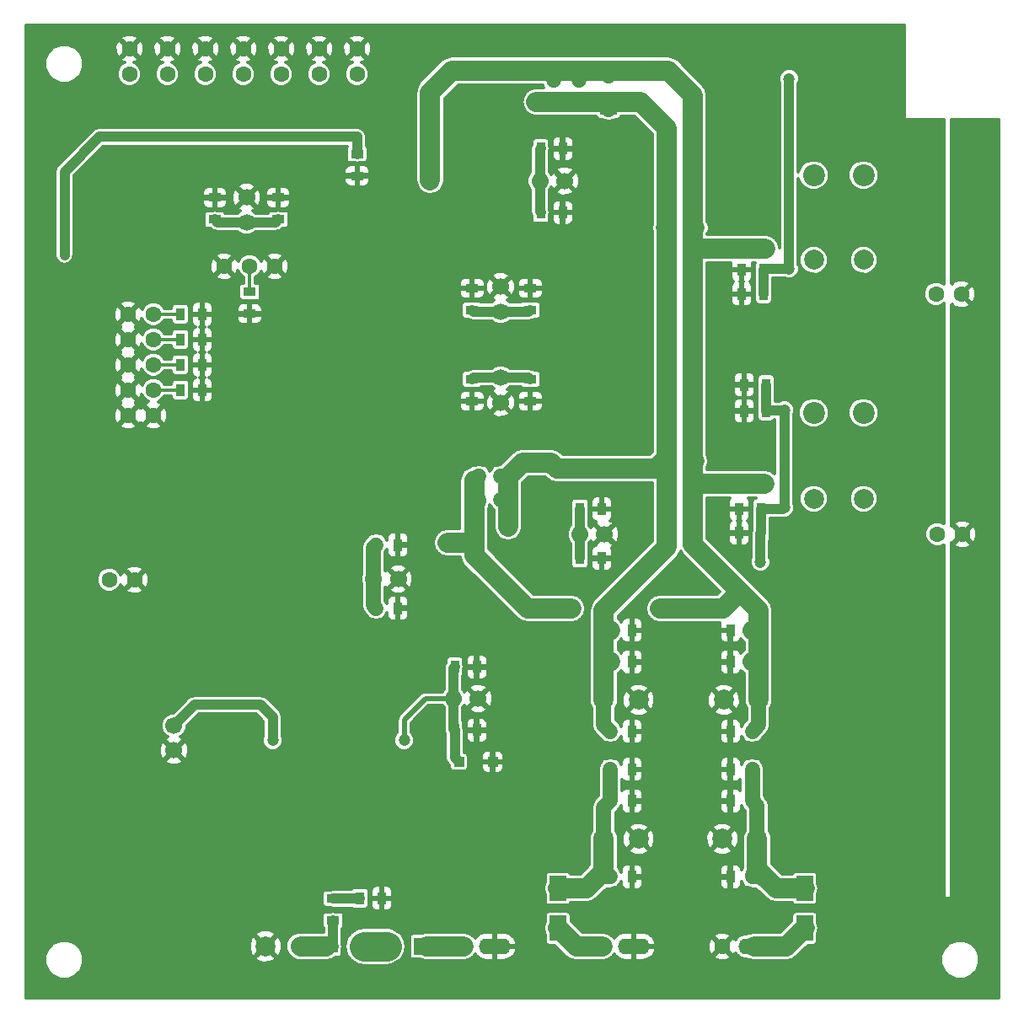
<source format=gbl>
G04 #@! TF.FileFunction,Copper,L2,Bot,Signal*
%FSLAX46Y46*%
G04 Gerber Fmt 4.6, Leading zero omitted, Abs format (unit mm)*
G04 Created by KiCad (PCBNEW 4.0.1-stable) date 19/01/2016 21:52:02*
%MOMM*%
G01*
G04 APERTURE LIST*
%ADD10C,0.100000*%
%ADD11C,2.000000*%
%ADD12R,0.900000X1.300000*%
%ADD13R,1.300000X0.900000*%
%ADD14C,1.700000*%
%ADD15C,2.200000*%
%ADD16R,1.100000X1.700000*%
%ADD17R,1.700000X1.100000*%
%ADD18R,2.500000X1.700000*%
%ADD19R,1.700000X2.500000*%
%ADD20R,1.000000X1.000000*%
%ADD21C,1.600000*%
%ADD22O,3.200000X1.600000*%
%ADD23C,0.800000*%
%ADD24C,1.200000*%
%ADD25C,0.300000*%
%ADD26C,2.000000*%
%ADD27C,1.500000*%
%ADD28C,1.000000*%
%ADD29C,0.500000*%
%ADD30C,3.000000*%
G04 APERTURE END LIST*
D10*
D11*
X59211000Y17145500D03*
X62711000Y17145500D03*
X71121000Y17145500D03*
X74621000Y17145500D03*
D12*
X59861000Y24130500D03*
X62061000Y24130500D03*
X71926000Y24130500D03*
X74126000Y24130500D03*
X59861000Y20955500D03*
X62061000Y20955500D03*
X71926000Y20955500D03*
X74126000Y20955500D03*
D13*
X32005000Y8933500D03*
X32005000Y11133500D03*
D12*
X59861000Y13335500D03*
X62061000Y13335500D03*
X71926000Y13335500D03*
X74126000Y13335500D03*
D11*
X28737500Y6350500D03*
X25237500Y6350500D03*
X59211000Y31115500D03*
X62711000Y31115500D03*
X71276000Y31115500D03*
X74776000Y31115500D03*
D12*
X59861000Y38100500D03*
X62061000Y38100500D03*
X71926000Y38100500D03*
X74126000Y38100500D03*
X59861000Y34925500D03*
X62061000Y34925500D03*
X71926000Y34925500D03*
X74126000Y34925500D03*
X59861000Y27940500D03*
X62061000Y27940500D03*
X71926000Y27940500D03*
X74126000Y27940500D03*
D14*
X44089000Y31242000D03*
X46589000Y31242000D03*
D12*
X44239000Y28067000D03*
X46439000Y28067000D03*
X44240000Y34417000D03*
X46440000Y34417000D03*
D14*
X23318200Y79090700D03*
X23318200Y81590700D03*
D13*
X20143200Y79367700D03*
X20143200Y81567700D03*
X26493200Y79367700D03*
X26493200Y81567700D03*
D14*
X36056300Y43251510D03*
X38556300Y43251510D03*
D12*
X36333300Y40330510D03*
X38533300Y40330510D03*
X36333300Y46680510D03*
X38533300Y46680510D03*
D14*
X48849000Y70124500D03*
X48849000Y72624500D03*
D13*
X51816000Y70274500D03*
X51816000Y72474500D03*
X45974000Y70274500D03*
X45974000Y72474500D03*
X45974000Y63330500D03*
X45974000Y61130500D03*
X51816000Y63330500D03*
X51816000Y61130500D03*
D14*
X48849000Y63480500D03*
X48849000Y60980500D03*
D11*
X85304000Y75311000D03*
X80304000Y75311000D03*
D15*
X85304000Y83820000D03*
X80304000Y83820000D03*
D11*
X85304000Y51308000D03*
X80304000Y51308000D03*
D15*
X85304000Y59944000D03*
X80304000Y59944000D03*
D16*
X65204600Y78537300D03*
X68604600Y78537300D03*
X65179200Y55093100D03*
X68579200Y55093100D03*
D12*
X65728400Y80696300D03*
X67928400Y80696300D03*
X65753800Y57150500D03*
X67953800Y57150500D03*
X65728400Y82753700D03*
X67928400Y82753700D03*
X65753800Y59055500D03*
X67953800Y59055500D03*
D17*
X59716400Y90426300D03*
X59716400Y93826300D03*
D16*
X49580000Y48514500D03*
X46180000Y48514500D03*
D13*
X56719200Y91178700D03*
X56719200Y93378700D03*
D12*
X48853000Y51181500D03*
X46653000Y51181500D03*
D13*
X54179200Y91170900D03*
X54179200Y93370900D03*
D12*
X48853000Y53594500D03*
X46653000Y53594500D03*
X52876000Y86487500D03*
X55076000Y86487500D03*
X56813000Y45339500D03*
X59013000Y45339500D03*
X52876000Y80074000D03*
X55076000Y80074000D03*
X56813000Y50292500D03*
X59013000Y50292500D03*
D18*
X41371000Y6350500D03*
X37371000Y6350500D03*
D19*
X54611000Y8160500D03*
X54611000Y12160500D03*
X79376000Y12160500D03*
X79376000Y8160500D03*
D20*
X44655000Y24892000D03*
X48055000Y24892000D03*
D12*
X34248000Y6350500D03*
X32048000Y6350500D03*
D21*
X59056000Y6350500D03*
D22*
X62231000Y6350500D03*
D21*
X71121000Y6350500D03*
D22*
X74296000Y6350500D03*
D21*
X45086000Y6350500D03*
D22*
X48261000Y6350500D03*
D21*
X34418000Y93980500D03*
X34418000Y96520500D03*
X30608000Y93980500D03*
X30608000Y96520500D03*
X26798000Y93980500D03*
X26798000Y96520500D03*
X22988000Y93980500D03*
X22988000Y96520500D03*
X19178000Y93980500D03*
X19178000Y96520500D03*
X15368000Y93980500D03*
X15368000Y96520500D03*
X11558000Y93980500D03*
X11558000Y96520500D03*
X9526000Y43180500D03*
X12066000Y43180500D03*
X11431000Y69850500D03*
X13971000Y69850500D03*
X11431000Y67310500D03*
X13971000Y67310500D03*
X11431000Y64770500D03*
X13971000Y64770500D03*
X11431000Y62230500D03*
X13971000Y62230500D03*
X11431000Y59690500D03*
X13971000Y59690500D03*
D12*
X34715000Y11176500D03*
X36915000Y11176500D03*
X18880000Y69850000D03*
X16680000Y69850000D03*
X18881000Y67310500D03*
X16681000Y67310500D03*
X18881000Y64770500D03*
X16681000Y64770500D03*
X18881000Y62230500D03*
X16681000Y62230500D03*
D14*
X52789500Y83249000D03*
X55289500Y83249000D03*
X56790000Y47752500D03*
X59290000Y47752500D03*
D21*
X26163000Y74676500D03*
X21083000Y74676500D03*
X23623000Y74676500D03*
D13*
X34427160Y85961400D03*
X34427160Y83761400D03*
D14*
X16027400Y28529600D03*
X16027400Y26029600D03*
D21*
X92583000Y71882000D03*
X95123000Y71882000D03*
X92710000Y47752000D03*
X95250000Y47752000D03*
D12*
X75522000Y62763208D03*
X73322000Y62763208D03*
X75522000Y60138208D03*
X73322000Y60138208D03*
X75268000Y71893884D03*
X73068000Y71893884D03*
X75014000Y50292000D03*
X72814000Y50292000D03*
X75268000Y74306884D03*
X73068000Y74306884D03*
X75014000Y47879000D03*
X72814000Y47879000D03*
D13*
X23622000Y69893000D03*
X23622000Y72093000D03*
D23*
X21254000Y63513500D03*
X21254000Y66053500D03*
X21254000Y68339500D03*
D24*
X33827000Y23635500D03*
X37338000Y28575545D03*
X9931400Y12547600D03*
X52070000Y75819000D03*
X45593000Y75819000D03*
X57023000Y56642000D03*
X57023000Y58166000D03*
X57531000Y85344000D03*
X56769000Y79883000D03*
X55245000Y51181000D03*
X59055000Y63754000D03*
X60960000Y72390000D03*
X56388000Y66421000D03*
X62865000Y68580000D03*
X94996000Y13462000D03*
X94996000Y21971000D03*
X97790000Y27305000D03*
X94996000Y33655000D03*
X98171000Y41275000D03*
X94869000Y50927000D03*
X97917000Y56769000D03*
X94742000Y62611000D03*
X98044000Y67437000D03*
X94869000Y74803000D03*
X98171000Y82677000D03*
X95123000Y88265000D03*
X82677000Y55118000D03*
X82677000Y64135000D03*
X73025000Y68580000D03*
X66929000Y44704000D03*
X72771000Y45593000D03*
X77470000Y45720000D03*
X85725000Y42545000D03*
X85725000Y33020000D03*
X85725000Y24765000D03*
X85725000Y6985000D03*
X85725000Y15240000D03*
X78105000Y17145000D03*
X77470000Y26035000D03*
X77470000Y33655000D03*
X77470000Y40640000D03*
X92710000Y11430000D03*
X92710000Y17145000D03*
X92710000Y25400000D03*
X92710000Y33655000D03*
X92710000Y41275000D03*
X89535000Y48260000D03*
X92710000Y57785000D03*
X92710000Y65405000D03*
X89535000Y71755000D03*
X92710000Y81280000D03*
X92710000Y88265000D03*
X88265000Y89535000D03*
X88265000Y97790000D03*
X81915000Y97790000D03*
X74295000Y97790000D03*
X96520000Y53848000D03*
X96774000Y77978000D03*
X74041000Y89281000D03*
X74041000Y91821000D03*
X19730000Y59576500D03*
X18015500Y53353500D03*
X12046500Y53417000D03*
X7284000Y53417000D03*
X7220500Y45797000D03*
X28810500Y63513500D03*
X28810500Y66117000D03*
X28810500Y68530000D03*
X54655000Y42558500D03*
X49829000Y45606500D03*
X47289000Y56528500D03*
X75356000Y57989000D03*
X70149000Y57227000D03*
X75419500Y81738000D03*
X70212500Y80849000D03*
X43733000Y79579000D03*
X39478500Y90628000D03*
X37891000Y90564500D03*
X56306000Y89104000D03*
X23476500Y55258500D03*
X27223000Y51639000D03*
X29890000Y57989000D03*
X31731500Y56338000D03*
X24429000Y44273000D03*
X29064500Y47130500D03*
X33573000Y51829500D03*
X33509500Y39002500D03*
X31287000Y13920000D03*
X31287000Y18301500D03*
X33001500Y30811000D03*
X26842000Y33859000D03*
X23667000Y35827500D03*
X16364500Y35383000D03*
X13634000Y31128500D03*
X8744500Y31636500D03*
X9697000Y36716500D03*
X9697000Y39637500D03*
X27604000Y58751000D03*
X27540500Y72784500D03*
X27604000Y76848500D03*
X8935000Y76086500D03*
X18142500Y77674000D03*
X11221000Y81420500D03*
X7411000Y81420500D03*
X9951000Y85230500D03*
X2331000Y90310500D03*
X2331000Y76340500D03*
X2331000Y68720500D03*
X2331000Y57290500D03*
X2331000Y45860500D03*
X2331000Y29350500D03*
X2331000Y9030500D03*
X9951000Y2680500D03*
X21381000Y2680500D03*
X31541000Y2680500D03*
X39161000Y2680500D03*
X54401000Y2680500D03*
X45384000Y43066500D03*
X47416000Y40145500D03*
X49956000Y35700500D03*
X56306000Y36970500D03*
X55671000Y31890500D03*
X54401000Y23635500D03*
X51861000Y28080500D03*
X97581000Y21730500D03*
X97581000Y10300500D03*
X91231000Y2680500D03*
X79801000Y2680500D03*
X67101000Y2680500D03*
X66796200Y6388900D03*
X66745400Y13094500D03*
X66694600Y17082300D03*
X66897800Y25972300D03*
X66872400Y36157700D03*
X66923200Y31103100D03*
X67482000Y21806700D03*
X66059600Y21832100D03*
X40608800Y34176500D03*
X36875000Y12967500D03*
X38526000Y11189500D03*
X14777000Y13094500D03*
X55163000Y18301500D03*
X53385000Y16650500D03*
X50845000Y16650500D03*
X48178000Y26937500D03*
X45638000Y20841500D03*
D23*
X46527000Y25159500D03*
X22651000Y21857500D03*
D24*
X21671000Y15875000D03*
X21635000Y17666500D03*
X45638000Y19063500D03*
X48559000Y16777500D03*
X42590000Y16777500D03*
X45511000Y14491500D03*
X37383000Y18301500D03*
X39288000Y16523500D03*
D23*
X25191000Y11570500D03*
X26588000Y13031000D03*
X26588000Y16015500D03*
D24*
X24302000Y23445000D03*
X24238500Y25858000D03*
X24238500Y28588500D03*
X24746500Y13602500D03*
X18523500Y13666000D03*
X21635000Y11253000D03*
X16555000Y11570500D03*
X3029500Y17920500D03*
X8998500Y24207000D03*
X10649500Y22492500D03*
X5061500Y16269500D03*
D23*
X26257800Y39637500D03*
X19882400Y39637500D03*
X23514600Y48349700D03*
X20339600Y48349700D03*
X17799600Y47968700D03*
X19247400Y46343100D03*
X19247400Y43066500D03*
X13278400Y46343100D03*
X12059200Y48400500D03*
X40431000Y46724100D03*
X40964400Y77559700D03*
X39872200Y71997100D03*
X42259800Y76188100D03*
X40964400Y72708300D03*
X42234400Y72505100D03*
X43758400Y73775100D03*
X42259800Y74003700D03*
X44190200Y59576500D03*
X42971000Y57646100D03*
X41650200Y60871900D03*
X42996400Y59576500D03*
X38475200Y49365700D03*
X38475200Y51956500D03*
X44830280Y69025300D03*
X41574000Y69045620D03*
X45109680Y64554900D03*
X41739100Y64542200D03*
X50883100Y66790100D03*
X44850600Y66790100D03*
X39072100Y66777400D03*
X32430000Y68466500D03*
X30734000Y71755000D03*
X30480000Y70231000D03*
X36449000Y65278000D03*
X37338000Y61722000D03*
X39828000Y61672000D03*
X37923000Y53925000D03*
X37923000Y56465000D03*
X37923000Y59005000D03*
D24*
X53899600Y54928300D03*
X65561000Y60630300D03*
X52429600Y91170900D03*
X65561000Y84379300D03*
X43479000Y46876500D03*
X75356000Y52845500D03*
X75419500Y76467500D03*
X41764500Y83325500D03*
X64847000Y40272500D03*
X55957000Y40272500D03*
X25953000Y27064500D03*
D23*
X30673040Y87663820D03*
X26969720Y87663820D03*
X22987000Y87663820D03*
X19283680Y87663820D03*
X15356840Y87663820D03*
X11551920Y87663820D03*
X5030000Y75807100D03*
X34416280Y87663820D03*
D24*
X39161000Y27064500D03*
X77808000Y74422000D03*
X77808000Y93471000D03*
X77343000Y60198000D03*
X77343000Y50419000D03*
X74930000Y44958000D03*
D25*
X21254000Y66053500D02*
X21254000Y63513500D01*
X21254000Y68339500D02*
X21254000Y66053500D01*
X18881000Y67310500D02*
X20225000Y67310500D01*
X20225000Y67310500D02*
X21254000Y68339500D01*
X37510981Y29175544D02*
X38110980Y28575545D01*
X33001500Y30811000D02*
X35875525Y30811000D01*
X35875525Y30811000D02*
X37510981Y29175544D01*
X9951000Y2680500D02*
X9951000Y12528000D01*
X9951000Y12528000D02*
X9931400Y12547600D01*
X51816000Y61130500D02*
X56431500Y61130500D01*
X56431500Y61130500D02*
X59055000Y63754000D01*
X50883100Y66790100D02*
X56018900Y66790100D01*
X56018900Y66790100D02*
X56388000Y66421000D01*
X48849000Y72624500D02*
X45654500Y75819000D01*
X45654500Y75819000D02*
X45593000Y75819000D01*
X57023000Y58166000D02*
X57023000Y56642000D01*
X62865000Y68580000D02*
X62865000Y67564000D01*
X62865000Y67564000D02*
X59055000Y63754000D01*
X62865000Y68580000D02*
X62865000Y70485000D01*
X62865000Y70485000D02*
X60960000Y72390000D01*
X62865000Y68580000D02*
X58547000Y68580000D01*
X58547000Y68580000D02*
X56388000Y66421000D01*
X94996000Y21971000D02*
X94996000Y13462000D01*
X94996000Y33655000D02*
X97790000Y30861000D01*
X97790000Y30861000D02*
X97790000Y27305000D01*
X94869000Y50927000D02*
X98171000Y47625000D01*
X98171000Y47625000D02*
X98171000Y41275000D01*
X94742000Y62611000D02*
X97917000Y59436000D01*
X97917000Y59436000D02*
X97917000Y56769000D01*
X94869000Y74803000D02*
X98044000Y71628000D01*
X98044000Y71628000D02*
X98044000Y67437000D01*
X95123000Y88265000D02*
X98171000Y85217000D01*
X98171000Y85217000D02*
X98171000Y82677000D01*
X82677000Y64135000D02*
X82677000Y55118000D01*
X73025000Y68580000D02*
X78232000Y68580000D01*
X78232000Y68580000D02*
X82677000Y64135000D01*
X73068000Y71893884D02*
X73068000Y68623000D01*
X73068000Y68623000D02*
X73025000Y68580000D01*
X62061000Y40090000D02*
X66675000Y44704000D01*
X66675000Y44704000D02*
X66929000Y44704000D01*
X62061000Y38100500D02*
X62061000Y40090000D01*
X77470000Y43561000D02*
X77470000Y45720000D01*
X74803000Y43561000D02*
X77470000Y43561000D01*
X72771000Y45593000D02*
X74803000Y43561000D01*
X72814000Y47879000D02*
X72814000Y45636000D01*
X72814000Y45636000D02*
X72771000Y45593000D01*
X85725000Y33020000D02*
X85725000Y42545000D01*
X85725000Y15240000D02*
X85725000Y24765000D01*
X85725000Y6985000D02*
X84105500Y6985000D01*
X84105500Y6985000D02*
X79801000Y2680500D01*
X78105000Y17145000D02*
X80010000Y15240000D01*
X80010000Y15240000D02*
X85725000Y15240000D01*
X77470000Y33655000D02*
X77470000Y26035000D01*
X92710000Y41275000D02*
X78105000Y41275000D01*
X78105000Y41275000D02*
X77470000Y40640000D01*
X92710000Y25400000D02*
X92710000Y17145000D01*
X92710000Y41275000D02*
X92710000Y33655000D01*
X92710000Y57785000D02*
X92710000Y51435000D01*
X92710000Y51435000D02*
X89535000Y48260000D01*
X92710000Y65405000D02*
X92710000Y57785000D01*
X92710000Y81280000D02*
X92710000Y74930000D01*
X92710000Y74930000D02*
X89535000Y71755000D01*
X89535000Y88265000D02*
X92710000Y88265000D01*
X88265000Y89535000D02*
X89535000Y88265000D01*
X81915000Y97790000D02*
X88265000Y97790000D01*
X74041000Y91821000D02*
X74041000Y97536000D01*
X74041000Y97536000D02*
X74295000Y97790000D01*
X18015500Y53353500D02*
X18015500Y57862000D01*
X18015500Y57862000D02*
X19730000Y59576500D01*
X7284000Y53417000D02*
X12046500Y53417000D01*
X2331000Y45860500D02*
X7157000Y45860500D01*
X7157000Y45860500D02*
X7220500Y45797000D01*
X28810500Y63513500D02*
X28810500Y61404500D01*
X27540500Y58687500D02*
X27540500Y60134500D01*
X27540500Y60134500D02*
X28810500Y61404500D01*
X28810500Y66117000D02*
X28810500Y63513500D01*
X28810500Y68530000D02*
X28810500Y66117000D01*
X27540500Y72784500D02*
X27540500Y69800000D01*
X27540500Y69800000D02*
X28810500Y68530000D01*
X49829000Y45606500D02*
X52877000Y42558500D01*
X52877000Y42558500D02*
X54655000Y42558500D01*
X48849000Y60980500D02*
X47289000Y59420500D01*
X47289000Y59420500D02*
X47289000Y56528500D01*
X37891000Y90564500D02*
X39415000Y90564500D01*
X39415000Y90564500D02*
X39478500Y90628000D01*
X33509500Y39002500D02*
X33509500Y51766000D01*
X33509500Y51766000D02*
X33573000Y51829500D01*
X31287000Y18301500D02*
X31287000Y13920000D01*
X16364500Y35383000D02*
X23222500Y35383000D01*
X23222500Y35383000D02*
X23667000Y35827500D01*
X8744500Y31636500D02*
X13126000Y31636500D01*
X18142500Y77674000D02*
X16555000Y76086500D01*
X16555000Y76086500D02*
X8935000Y76086500D01*
X9951000Y85230500D02*
X7411000Y82690500D01*
X7411000Y82690500D02*
X7411000Y81420500D01*
X2331000Y76340500D02*
X2331000Y90310500D01*
X2331000Y57290500D02*
X2331000Y68720500D01*
X2331000Y29350500D02*
X2331000Y45860500D01*
X9951000Y7760500D02*
X8681000Y9030500D01*
X8681000Y9030500D02*
X2331000Y9030500D01*
X9951000Y2680500D02*
X9951000Y7760500D01*
X31541000Y2680500D02*
X21381000Y2680500D01*
X54401000Y2680500D02*
X39161000Y2680500D01*
X56306000Y36970500D02*
X55036000Y35700500D01*
X55036000Y35700500D02*
X49956000Y35700500D01*
X54401000Y23635500D02*
X55671000Y24905500D01*
X55671000Y24905500D02*
X55671000Y31890500D01*
X46717000Y29718500D02*
X48355000Y28080500D01*
X48355000Y28080500D02*
X51861000Y28080500D01*
X97581000Y10300500D02*
X97581000Y21730500D01*
X79801000Y2680500D02*
X91231000Y2680500D01*
X66796200Y6388900D02*
X66796200Y2985300D01*
X66796200Y2985300D02*
X67101000Y2680500D01*
X66745400Y13094500D02*
X66745400Y6439700D01*
X66745400Y6439700D02*
X66796200Y6388900D01*
X66059600Y21832100D02*
X66059600Y17717300D01*
X66059600Y17717300D02*
X66694600Y17082300D01*
X66923200Y31103100D02*
X66923200Y36106900D01*
X66923200Y36106900D02*
X66872400Y36157700D01*
X36915000Y11176500D02*
X36915000Y12927500D01*
X36915000Y12927500D02*
X36875000Y12967500D01*
X36915000Y11176500D02*
X38513000Y11176500D01*
X38513000Y11176500D02*
X38526000Y11189500D01*
X41574000Y69045620D02*
X44809960Y69045620D01*
X44809960Y69045620D02*
X44830280Y69025300D01*
X41739100Y64542200D02*
X45096980Y64542200D01*
X45096980Y64542200D02*
X45109680Y64554900D01*
X39072100Y66777400D02*
X44837900Y66777400D01*
X44837900Y66777400D02*
X44850600Y66790100D01*
D26*
X76526000Y12160500D02*
X75566000Y13120500D01*
X75566000Y13120500D02*
X74621000Y14065500D01*
D27*
X74126000Y13335500D02*
X75351000Y13335500D01*
X75351000Y13335500D02*
X75566000Y13120500D01*
X74126000Y20955500D02*
X74126000Y24130500D01*
X74621000Y17145500D02*
X74621000Y20460500D01*
X74621000Y20460500D02*
X74126000Y20955500D01*
X74126000Y13335500D02*
X74126000Y13570500D01*
X74126000Y13570500D02*
X74621000Y14065500D01*
D26*
X79376000Y12160500D02*
X76526000Y12160500D01*
X74621000Y14065500D02*
X74621000Y17145500D01*
D28*
X32005000Y11133500D02*
X34672000Y11133500D01*
X34672000Y11133500D02*
X34715000Y11176500D01*
D26*
X41371000Y6350500D02*
X45086000Y6350500D01*
D28*
X48849000Y70124500D02*
X46124000Y70124500D01*
X46124000Y70124500D02*
X45974000Y70274500D01*
X48849000Y70124500D02*
X51666000Y70124500D01*
X51666000Y70124500D02*
X51816000Y70274500D01*
D26*
X28737500Y6350500D02*
X31350800Y6350500D01*
D28*
X31350800Y6350500D02*
X32048000Y6350500D01*
X32005000Y8933500D02*
X32005000Y6393500D01*
X32005000Y6393500D02*
X32048000Y6350500D01*
D26*
X54499599Y54328301D02*
X64414401Y54328301D01*
X53899600Y54928300D02*
X54499599Y54328301D01*
X64414401Y54328301D02*
X65179200Y55093100D01*
X65561000Y51029100D02*
X65561000Y54991000D01*
X65561000Y54991000D02*
X65561000Y57213500D01*
D27*
X65179200Y55093100D02*
X65458900Y55093100D01*
X65458900Y55093100D02*
X65561000Y54991000D01*
X65179200Y55093100D02*
X65268400Y55093100D01*
X65268400Y55093100D02*
X65561000Y54800500D01*
D26*
X65561000Y57213500D02*
X65561000Y59118500D01*
D27*
X65753800Y57150500D02*
X65624000Y57150500D01*
X65624000Y57150500D02*
X65561000Y57213500D01*
D26*
X65561000Y59118500D02*
X65561000Y60630300D01*
D27*
X65753800Y59055500D02*
X65624000Y59055500D01*
X65624000Y59055500D02*
X65561000Y59118500D01*
D26*
X65561000Y80772000D02*
X65561000Y82740500D01*
X65561000Y82740500D02*
X65561000Y84379300D01*
D27*
X65728400Y82753700D02*
X65574200Y82753700D01*
X65574200Y82753700D02*
X65561000Y82740500D01*
D26*
X65561000Y78613000D02*
X65561000Y80772000D01*
D27*
X65728400Y80696300D02*
X65636700Y80696300D01*
X65636700Y80696300D02*
X65561000Y80772000D01*
D26*
X65561000Y60630300D02*
X65561000Y78613000D01*
D27*
X65204600Y78537300D02*
X65485300Y78537300D01*
X65485300Y78537300D02*
X65561000Y78613000D01*
X54179200Y91170900D02*
X52429600Y91170900D01*
D26*
X62919800Y91170900D02*
X59372500Y91170900D01*
X59372500Y91170900D02*
X57531000Y91170900D01*
D27*
X59716400Y90426300D02*
X59716400Y90827000D01*
X59716400Y90827000D02*
X59372500Y91170900D01*
D26*
X57531000Y91170900D02*
X52429600Y91170900D01*
D27*
X56719200Y91178700D02*
X57523200Y91178700D01*
X57523200Y91178700D02*
X57531000Y91170900D01*
X54179200Y91170900D02*
X54673500Y91170900D01*
X59211000Y31115500D02*
X59211000Y28590500D01*
X59211000Y28590500D02*
X59861000Y27940500D01*
X59211000Y31115500D02*
X59211000Y34275500D01*
X59211000Y34275500D02*
X59861000Y34925500D01*
X48853000Y53594500D02*
X49464400Y53594500D01*
X49464400Y53594500D02*
X49580000Y53478900D01*
D26*
X49580000Y53478900D02*
X49580000Y50800500D01*
X49580000Y50800500D02*
X49580000Y48514500D01*
D27*
X48853000Y51181500D02*
X49199000Y51181500D01*
X49199000Y51181500D02*
X49580000Y50800500D01*
D26*
X59211000Y31115500D02*
X59211000Y35433500D01*
X59211000Y35433500D02*
X59211000Y38100500D01*
X59861000Y34925500D02*
X59719000Y34925500D01*
X59719000Y34925500D02*
X59211000Y35433500D01*
X59211000Y38100500D02*
X59211000Y40100500D01*
X59861000Y38100500D02*
X59211000Y38100500D01*
X59211000Y40100500D02*
X65561000Y46450500D01*
X65561000Y46450500D02*
X65561000Y48514500D01*
X65561000Y48514500D02*
X65561000Y51029100D01*
X51029400Y54928300D02*
X49580000Y53478900D01*
X53899600Y54928300D02*
X51029400Y54928300D01*
X54115800Y54712100D02*
X53899600Y54928300D01*
X64364400Y89726300D02*
X62919800Y91170900D01*
X65561000Y88529700D02*
X64364400Y89726300D01*
X65561000Y85684900D02*
X65561000Y88529700D01*
X65561000Y84379300D02*
X65561000Y85684900D01*
X46180000Y48514500D02*
X46180000Y50292000D01*
X46180000Y50292000D02*
X46180000Y53121500D01*
D28*
X46653000Y51181500D02*
X46653000Y50765000D01*
X46653000Y50765000D02*
X46180000Y50292000D01*
D26*
X46180000Y48514500D02*
X46180000Y47244000D01*
X46180000Y47244000D02*
X46180000Y45664500D01*
X43479000Y46876500D02*
X45812500Y46876500D01*
X45812500Y46876500D02*
X46180000Y47244000D01*
X68149000Y57213500D02*
X68149000Y58991500D01*
X68149000Y58991500D02*
X68149000Y76505300D01*
D27*
X67953800Y59055500D02*
X68085000Y59055500D01*
X68085000Y59055500D02*
X68149000Y58991500D01*
D26*
X68149000Y55245000D02*
X68149000Y57213500D01*
D27*
X67953800Y57150500D02*
X68086000Y57150500D01*
X68086000Y57150500D02*
X68149000Y57213500D01*
D26*
X68149000Y53010300D02*
X68149000Y55245000D01*
D27*
X68579200Y55093100D02*
X68300900Y55093100D01*
X68300900Y55093100D02*
X68149000Y55245000D01*
D26*
X75356000Y52845500D02*
X68313800Y52845500D01*
X68313800Y52845500D02*
X68149000Y53010300D01*
X75419500Y76467500D02*
X68186800Y76467500D01*
X68186800Y76467500D02*
X68149000Y76505300D01*
X65685200Y94349100D02*
X59436000Y94349100D01*
X59436000Y94349100D02*
X56578500Y94349100D01*
D27*
X59716400Y93826300D02*
X59716400Y94068700D01*
X59716400Y94068700D02*
X59436000Y94349100D01*
D26*
X56578500Y94349100D02*
X53848000Y94349100D01*
D27*
X56719200Y93378700D02*
X56719200Y94208400D01*
X56719200Y94208400D02*
X56578500Y94349100D01*
D26*
X53848000Y94349100D02*
X43968200Y94349100D01*
D27*
X54179200Y93370900D02*
X54179200Y94017900D01*
X54179200Y94017900D02*
X53848000Y94349100D01*
D26*
X68149000Y77521300D02*
X68149000Y78676500D01*
X68149000Y78676500D02*
X68149000Y80835500D01*
D27*
X68604600Y78537300D02*
X68288200Y78537300D01*
X68288200Y78537300D02*
X68149000Y78676500D01*
D26*
X68149000Y80835500D02*
X68149000Y82740500D01*
D27*
X67928400Y80696300D02*
X68009800Y80696300D01*
X68009800Y80696300D02*
X68149000Y80835500D01*
D26*
X68149000Y82740500D02*
X68149000Y91885300D01*
D27*
X67928400Y82753700D02*
X68135800Y82753700D01*
X68135800Y82753700D02*
X68149000Y82740500D01*
D26*
X41764500Y83325500D02*
X41764500Y92145400D01*
X41764500Y92145400D02*
X43968200Y94349100D01*
D27*
X74776000Y31115500D02*
X74776000Y28590500D01*
X74776000Y28590500D02*
X74126000Y27940500D01*
X46653000Y53594500D02*
X46180000Y53121500D01*
X46653000Y51181500D02*
X46653000Y51019500D01*
X46653000Y51019500D02*
X46180000Y50546500D01*
D26*
X68149000Y46749500D02*
X72899000Y41999500D01*
X72899000Y41999500D02*
X74776000Y40122500D01*
X64847000Y40272500D02*
X71172000Y40272500D01*
X71172000Y40272500D02*
X72899000Y41999500D01*
X51572000Y40272500D02*
X55957000Y40272500D01*
X46180000Y45664500D02*
X51572000Y40272500D01*
X74776000Y38354500D02*
X74776000Y34544500D01*
X74776000Y34544500D02*
X74776000Y31115500D01*
X74126000Y34925500D02*
X74395000Y34925500D01*
X74395000Y34925500D02*
X74776000Y34544500D01*
X74776000Y40122500D02*
X74776000Y38354500D01*
X74126000Y38100500D02*
X74522000Y38100500D01*
X74522000Y38100500D02*
X74776000Y38354500D01*
X68149000Y53010300D02*
X68149000Y46749500D01*
X68149000Y76505300D02*
X68149000Y77521300D01*
X68149000Y91885300D02*
X65685200Y94349100D01*
D28*
X24683000Y30620500D02*
X18118300Y30620500D01*
X18118300Y30620500D02*
X16027400Y28529600D01*
X25953000Y29350500D02*
X24683000Y30620500D01*
X25953000Y27064500D02*
X25953000Y29350500D01*
X34416280Y87663820D02*
X34416280Y85972280D01*
X34416280Y85972280D02*
X34427160Y85961400D01*
X34416280Y87663820D02*
X30673040Y87663820D01*
X30673040Y87663820D02*
X26969720Y87663820D01*
X26969720Y87663820D02*
X22987000Y87663820D01*
X22987000Y87663820D02*
X19283680Y87663820D01*
X19283680Y87663820D02*
X15356840Y87663820D01*
X15356840Y87663820D02*
X11551920Y87663820D01*
X11551920Y87663820D02*
X8508280Y87663820D01*
X8508280Y87663820D02*
X5030000Y84185540D01*
X5030000Y84185540D02*
X5030000Y75807100D01*
D29*
X41306500Y31242000D02*
X39161000Y29096500D01*
X39161000Y29096500D02*
X39161000Y27064500D01*
X44089000Y31242000D02*
X41306500Y31242000D01*
D28*
X44239000Y28067000D02*
X44239000Y25308000D01*
X44239000Y25308000D02*
X44655000Y24892000D01*
X44089000Y31242000D02*
X44089000Y34266000D01*
X44089000Y34266000D02*
X44240000Y34417000D01*
X44089000Y31242000D02*
X44089000Y28217000D01*
X44089000Y28217000D02*
X44239000Y28067000D01*
X23318200Y79090700D02*
X20420200Y79090700D01*
X20420200Y79090700D02*
X20143200Y79367700D01*
X23318200Y79090700D02*
X26216200Y79090700D01*
X26216200Y79090700D02*
X26493200Y79367700D01*
D27*
X36056300Y43251510D02*
X36056300Y40607510D01*
X36056300Y40607510D02*
X36333300Y40330510D01*
X36056300Y43251510D02*
X36056300Y46403510D01*
X36056300Y46403510D02*
X36333300Y46680510D01*
D28*
X48849000Y63480500D02*
X51666000Y63480500D01*
X51666000Y63480500D02*
X51816000Y63330500D01*
X48849000Y63480500D02*
X46124000Y63480500D01*
X46124000Y63480500D02*
X45974000Y63330500D01*
X75268000Y74306884D02*
X75268000Y71893884D01*
X77808000Y74422000D02*
X75383116Y74422000D01*
X75383116Y74422000D02*
X75268000Y74306884D01*
X77808000Y74422000D02*
X77808000Y75270528D01*
X77808000Y75270528D02*
X77808000Y93471000D01*
X52789500Y83249000D02*
X52789500Y80160500D01*
X52789500Y80160500D02*
X52876000Y80074000D01*
X52789500Y83249000D02*
X52789500Y86401000D01*
X52789500Y86401000D02*
X52876000Y86487500D01*
X75522000Y60138208D02*
X75522000Y62763208D01*
X77343000Y60198000D02*
X75581792Y60198000D01*
X75581792Y60198000D02*
X75522000Y60138208D01*
X77343000Y50419000D02*
X77343000Y60198000D01*
X75014000Y50292000D02*
X77216000Y50292000D01*
X77216000Y50292000D02*
X77343000Y50419000D01*
X75014000Y47879000D02*
X75014000Y50292000D01*
X74930000Y44958000D02*
X74930000Y47795000D01*
X74930000Y47795000D02*
X75014000Y47879000D01*
X56813000Y45339500D02*
X56813000Y47729500D01*
X56813000Y47729500D02*
X56790000Y47752500D01*
X56813000Y50292500D02*
X56813000Y47775500D01*
X56813000Y47775500D02*
X56790000Y47752500D01*
X35135400Y6350500D02*
X34248000Y6350500D01*
D30*
X37371000Y6350500D02*
X35135400Y6350500D01*
D26*
X59056000Y6350500D02*
X56421000Y6350500D01*
X56421000Y6350500D02*
X54611000Y8160500D01*
X74296000Y6350500D02*
X77566000Y6350500D01*
X77566000Y6350500D02*
X79376000Y8160500D01*
D25*
X16680000Y69850000D02*
X13971500Y69850000D01*
X13971500Y69850000D02*
X13971000Y69850500D01*
X16681000Y67310500D02*
X13971000Y67310500D01*
X16681000Y64770500D02*
X13971000Y64770500D01*
X16681000Y62230500D02*
X13971000Y62230500D01*
X23622000Y72093000D02*
X23622000Y74675500D01*
X23622000Y74675500D02*
X23623000Y74676500D01*
D26*
X57461000Y12160500D02*
X58001000Y12700500D01*
X58001000Y12700500D02*
X59211000Y13910500D01*
D27*
X59861000Y13335500D02*
X58636000Y13335500D01*
X58636000Y13335500D02*
X58001000Y12700500D01*
D26*
X59211000Y13910500D02*
X59211000Y17145500D01*
X54611000Y12160500D02*
X57461000Y12160500D01*
X59211000Y13910500D02*
X59211000Y13985500D01*
D27*
X59211000Y17145500D02*
X59211000Y13985500D01*
X59211000Y13985500D02*
X59861000Y13335500D01*
X59861000Y24130500D02*
X59861000Y20955500D01*
X59211000Y17145500D02*
X59211000Y20305500D01*
X59211000Y20305500D02*
X59861000Y20955500D01*
D25*
G36*
X89385000Y89535000D02*
X89395258Y89480481D01*
X89427479Y89430409D01*
X89476642Y89396818D01*
X89535000Y89385000D01*
X93367000Y89385000D01*
X93367000Y72865943D01*
X93291993Y72941081D01*
X92832731Y73131783D01*
X92335450Y73132217D01*
X91875857Y72942316D01*
X91523919Y72590993D01*
X91333217Y72131731D01*
X91332783Y71634450D01*
X91522684Y71174857D01*
X91874007Y70822919D01*
X92333269Y70632217D01*
X92830550Y70631783D01*
X93290143Y70821684D01*
X93367000Y70898407D01*
X93367000Y48832670D01*
X92959731Y49001783D01*
X92462450Y49002217D01*
X92002857Y48812316D01*
X91650919Y48460993D01*
X91460217Y48001731D01*
X91459783Y47504450D01*
X91649684Y47044857D01*
X92001007Y46692919D01*
X92460269Y46502217D01*
X92957550Y46501783D01*
X93367000Y46670965D01*
X93367000Y11316500D01*
X93377258Y11261981D01*
X93409479Y11211909D01*
X93458642Y11178318D01*
X93517000Y11166500D01*
X94025000Y11166500D01*
X94079519Y11176758D01*
X94129591Y11208979D01*
X94163182Y11258142D01*
X94175000Y11316500D01*
X94175000Y46746517D01*
X94391596Y46746517D01*
X94462498Y46491161D01*
X95004946Y46285772D01*
X95584701Y46303603D01*
X96037502Y46491161D01*
X96108404Y46746517D01*
X95250000Y47604922D01*
X94391596Y46746517D01*
X94175000Y46746517D01*
X94175000Y46912898D01*
X94244517Y46893596D01*
X95102922Y47752000D01*
X95397078Y47752000D01*
X96255483Y46893596D01*
X96510839Y46964498D01*
X96716228Y47506946D01*
X96698397Y48086701D01*
X96510839Y48539502D01*
X96255483Y48610404D01*
X95397078Y47752000D01*
X95102922Y47752000D01*
X94244517Y48610404D01*
X94175000Y48591102D01*
X94175000Y48757483D01*
X94391596Y48757483D01*
X95250000Y47899078D01*
X96108404Y48757483D01*
X96037502Y49012839D01*
X95495054Y49218228D01*
X94915299Y49200397D01*
X94462498Y49012839D01*
X94391596Y48757483D01*
X94175000Y48757483D01*
X94175000Y70786919D01*
X94264596Y70876515D01*
X94335498Y70621161D01*
X94877946Y70415772D01*
X95457701Y70433603D01*
X95910502Y70621161D01*
X95981404Y70876517D01*
X95123000Y71734922D01*
X95108858Y71720779D01*
X94961779Y71867858D01*
X94975922Y71882000D01*
X95270078Y71882000D01*
X96128483Y71023596D01*
X96383839Y71094498D01*
X96589228Y71636946D01*
X96571397Y72216701D01*
X96383839Y72669502D01*
X96128483Y72740404D01*
X95270078Y71882000D01*
X94975922Y71882000D01*
X94961779Y71896142D01*
X95108858Y72043221D01*
X95123000Y72029078D01*
X95981404Y72887483D01*
X95910502Y73142839D01*
X95368054Y73348228D01*
X94788299Y73330397D01*
X94335498Y73142839D01*
X94264596Y72887485D01*
X94175000Y72977081D01*
X94175000Y89385000D01*
X98851000Y89385000D01*
X98851000Y1150500D01*
X1151000Y1150500D01*
X1151000Y4614323D01*
X3050662Y4614323D01*
X3346906Y3897357D01*
X3894971Y3348334D01*
X4611419Y3050839D01*
X5387177Y3050162D01*
X6104143Y3346406D01*
X6653166Y3894471D01*
X6950661Y4610919D01*
X6951175Y5200437D01*
X24234516Y5200437D01*
X24329879Y4924332D01*
X24944739Y4685561D01*
X25604168Y4700262D01*
X26145121Y4924332D01*
X26240484Y5200437D01*
X25237500Y6203422D01*
X24234516Y5200437D01*
X6951175Y5200437D01*
X6951338Y5386677D01*
X6655094Y6103643D01*
X6116418Y6643261D01*
X23572561Y6643261D01*
X23587262Y5983832D01*
X23811332Y5442879D01*
X24087437Y5347516D01*
X25090422Y6350500D01*
X25384578Y6350500D01*
X26387563Y5347516D01*
X26663668Y5442879D01*
X26902439Y6057739D01*
X26902315Y6063343D01*
X27287249Y6063343D01*
X27507533Y5530214D01*
X27915069Y5121967D01*
X28447812Y4900752D01*
X29024657Y4900249D01*
X29025264Y4900500D01*
X31350800Y4900500D01*
X31905691Y5010875D01*
X32251122Y5241684D01*
X32498000Y5241684D01*
X32664760Y5273062D01*
X32817919Y5371617D01*
X32920668Y5521995D01*
X32956816Y5700500D01*
X32956816Y6143453D01*
X32998000Y6350500D01*
X33185400Y6350500D01*
X33333835Y5604267D01*
X33366486Y5555401D01*
X33370562Y5533740D01*
X33469117Y5380581D01*
X33495210Y5362752D01*
X33756542Y4971642D01*
X34389167Y4548935D01*
X35135400Y4400500D01*
X37371000Y4400500D01*
X38117233Y4548935D01*
X38215092Y4614323D01*
X93050662Y4614323D01*
X93346906Y3897357D01*
X93894971Y3348334D01*
X94611419Y3050839D01*
X95387177Y3050162D01*
X96104143Y3346406D01*
X96653166Y3894471D01*
X96950661Y4610919D01*
X96951338Y5386677D01*
X96655094Y6103643D01*
X96107029Y6652666D01*
X95390581Y6950161D01*
X94614823Y6950838D01*
X93897857Y6654594D01*
X93348834Y6106529D01*
X93051339Y5390081D01*
X93050662Y4614323D01*
X38215092Y4614323D01*
X38749858Y4971642D01*
X38840151Y5106774D01*
X38940919Y5171617D01*
X39043668Y5321995D01*
X39069634Y5450220D01*
X39172565Y5604267D01*
X39321000Y6350500D01*
X39172565Y7096733D01*
X39103231Y7200500D01*
X39662184Y7200500D01*
X39662184Y5500500D01*
X39693562Y5333740D01*
X39792117Y5180581D01*
X39942495Y5077832D01*
X40121000Y5041684D01*
X40770000Y5041684D01*
X40816109Y5010875D01*
X41371000Y4900500D01*
X45086000Y4900500D01*
X45640891Y5010875D01*
X46111305Y5325195D01*
X46264530Y5554513D01*
X46356499Y5393078D01*
X46806964Y5043283D01*
X47357000Y4892500D01*
X48157000Y4892500D01*
X48157000Y6246500D01*
X48365000Y6246500D01*
X48365000Y4892500D01*
X49165000Y4892500D01*
X49715036Y5043283D01*
X50165501Y5393078D01*
X50447815Y5888632D01*
X50481112Y6020280D01*
X50350312Y6246500D01*
X48365000Y6246500D01*
X48157000Y6246500D01*
X48137000Y6246500D01*
X48137000Y6454500D01*
X48157000Y6454500D01*
X48157000Y7808500D01*
X48365000Y7808500D01*
X48365000Y6454500D01*
X50350312Y6454500D01*
X50481112Y6680720D01*
X50447815Y6812368D01*
X50165501Y7307922D01*
X49715036Y7657717D01*
X49165000Y7808500D01*
X48365000Y7808500D01*
X48157000Y7808500D01*
X47357000Y7808500D01*
X46806964Y7657717D01*
X46356499Y7307922D01*
X46264530Y7146487D01*
X46111305Y7375805D01*
X45640891Y7690125D01*
X45086000Y7800500D01*
X41371000Y7800500D01*
X40816109Y7690125D01*
X40770000Y7659316D01*
X40121000Y7659316D01*
X39954240Y7627938D01*
X39801081Y7529383D01*
X39698332Y7379005D01*
X39662184Y7200500D01*
X39103231Y7200500D01*
X39070638Y7249278D01*
X39048438Y7367260D01*
X38949883Y7520419D01*
X38838712Y7596379D01*
X38749858Y7729358D01*
X38117233Y8152065D01*
X38074828Y8160500D01*
X53161000Y8160500D01*
X53271375Y7605609D01*
X53302184Y7559500D01*
X53302184Y6910500D01*
X53333562Y6743740D01*
X53432117Y6590581D01*
X53582495Y6487832D01*
X53761000Y6451684D01*
X54269206Y6451684D01*
X55395695Y5325195D01*
X55866109Y5010875D01*
X55958172Y4992562D01*
X56421000Y4900499D01*
X56421005Y4900500D01*
X59056000Y4900500D01*
X59610891Y5010875D01*
X60081305Y5325195D01*
X60234530Y5554513D01*
X60326499Y5393078D01*
X60776964Y5043283D01*
X61327000Y4892500D01*
X62127000Y4892500D01*
X62127000Y6246500D01*
X62335000Y6246500D01*
X62335000Y4892500D01*
X63135000Y4892500D01*
X63685036Y5043283D01*
X64073608Y5345017D01*
X70262596Y5345017D01*
X70333498Y5089661D01*
X70875946Y4884272D01*
X71455701Y4902103D01*
X71908502Y5089661D01*
X71979404Y5345017D01*
X71121000Y6203422D01*
X70262596Y5345017D01*
X64073608Y5345017D01*
X64135501Y5393078D01*
X64417815Y5888632D01*
X64451112Y6020280D01*
X64320312Y6246500D01*
X62335000Y6246500D01*
X62127000Y6246500D01*
X62107000Y6246500D01*
X62107000Y6454500D01*
X62127000Y6454500D01*
X62127000Y7808500D01*
X62335000Y7808500D01*
X62335000Y6454500D01*
X64320312Y6454500D01*
X64401869Y6595554D01*
X69654772Y6595554D01*
X69672603Y6015799D01*
X69860161Y5562998D01*
X70115517Y5492096D01*
X70973922Y6350500D01*
X71268078Y6350500D01*
X72126483Y5492096D01*
X72381839Y5562998D01*
X72427311Y5683092D01*
X72571955Y5466617D01*
X72977484Y5195651D01*
X73455838Y5100500D01*
X73606975Y5100500D01*
X73741109Y5010875D01*
X74296000Y4900500D01*
X77566000Y4900500D01*
X78120891Y5010875D01*
X78591305Y5325195D01*
X79717794Y6451684D01*
X80226000Y6451684D01*
X80392760Y6483062D01*
X80545919Y6581617D01*
X80648668Y6731995D01*
X80684816Y6910500D01*
X80684816Y7559501D01*
X80715625Y7605610D01*
X80826001Y8160500D01*
X80715625Y8715391D01*
X80684816Y8761500D01*
X80684816Y9410500D01*
X80653438Y9577260D01*
X80554883Y9730419D01*
X80404505Y9833168D01*
X80226000Y9869316D01*
X78526000Y9869316D01*
X78359240Y9837938D01*
X78206081Y9739383D01*
X78103332Y9589005D01*
X78067184Y9410500D01*
X78067184Y8902294D01*
X76965390Y7800500D01*
X74296000Y7800500D01*
X73741109Y7690125D01*
X73606975Y7600500D01*
X73455838Y7600500D01*
X72977484Y7505349D01*
X72571955Y7234383D01*
X72429949Y7021856D01*
X72381839Y7138002D01*
X72126483Y7208904D01*
X71268078Y6350500D01*
X70973922Y6350500D01*
X70115517Y7208904D01*
X69860161Y7138002D01*
X69654772Y6595554D01*
X64401869Y6595554D01*
X64451112Y6680720D01*
X64417815Y6812368D01*
X64135501Y7307922D01*
X64073609Y7355983D01*
X70262596Y7355983D01*
X71121000Y6497578D01*
X71979404Y7355983D01*
X71908502Y7611339D01*
X71366054Y7816728D01*
X70786299Y7798897D01*
X70333498Y7611339D01*
X70262596Y7355983D01*
X64073609Y7355983D01*
X63685036Y7657717D01*
X63135000Y7808500D01*
X62335000Y7808500D01*
X62127000Y7808500D01*
X61327000Y7808500D01*
X60776964Y7657717D01*
X60326499Y7307922D01*
X60234530Y7146487D01*
X60081305Y7375805D01*
X59610891Y7690125D01*
X59056000Y7800500D01*
X57021610Y7800500D01*
X55919816Y8902294D01*
X55919816Y9410500D01*
X55888438Y9577260D01*
X55789883Y9730419D01*
X55639505Y9833168D01*
X55461000Y9869316D01*
X53761000Y9869316D01*
X53594240Y9837938D01*
X53441081Y9739383D01*
X53338332Y9589005D01*
X53302184Y9410500D01*
X53302184Y8761500D01*
X53271375Y8715391D01*
X53161000Y8160500D01*
X38074828Y8160500D01*
X37371000Y8300500D01*
X35135400Y8300500D01*
X34389167Y8152065D01*
X33756542Y7729358D01*
X33497739Y7342033D01*
X33478081Y7329383D01*
X33375332Y7179005D01*
X33369472Y7150068D01*
X33333835Y7096733D01*
X33185400Y6350500D01*
X32998000Y6350500D01*
X32956816Y6557547D01*
X32956816Y7000500D01*
X32955000Y7010151D01*
X32955000Y8141799D01*
X32974919Y8154617D01*
X33077668Y8304995D01*
X33113816Y8483500D01*
X33113816Y9383500D01*
X33082438Y9550260D01*
X32983883Y9703419D01*
X32833505Y9806168D01*
X32655000Y9842316D01*
X32212047Y9842316D01*
X32005000Y9883500D01*
X31797953Y9842316D01*
X31355000Y9842316D01*
X31188240Y9810938D01*
X31035081Y9712383D01*
X30932332Y9562005D01*
X30896184Y9383500D01*
X30896184Y8483500D01*
X30927562Y8316740D01*
X31026117Y8163581D01*
X31055000Y8143846D01*
X31055000Y7800500D01*
X28738192Y7800500D01*
X28450343Y7800751D01*
X27917214Y7580467D01*
X27508967Y7172931D01*
X27287752Y6640188D01*
X27287249Y6063343D01*
X26902315Y6063343D01*
X26887738Y6717168D01*
X26663668Y7258121D01*
X26387563Y7353484D01*
X25384578Y6350500D01*
X25090422Y6350500D01*
X24087437Y7353484D01*
X23811332Y7258121D01*
X23572561Y6643261D01*
X6116418Y6643261D01*
X6107029Y6652666D01*
X5390581Y6950161D01*
X4614823Y6950838D01*
X3897857Y6654594D01*
X3348834Y6106529D01*
X3051339Y5390081D01*
X3050662Y4614323D01*
X1151000Y4614323D01*
X1151000Y7500563D01*
X24234516Y7500563D01*
X25237500Y6497578D01*
X26240484Y7500563D01*
X26145121Y7776668D01*
X25530261Y8015439D01*
X24870832Y8000738D01*
X24329879Y7776668D01*
X24234516Y7500563D01*
X1151000Y7500563D01*
X1151000Y11583500D01*
X30896184Y11583500D01*
X30896184Y10683500D01*
X30927562Y10516740D01*
X31026117Y10363581D01*
X31176495Y10260832D01*
X31355000Y10224684D01*
X31797953Y10224684D01*
X32005000Y10183500D01*
X33969897Y10183500D01*
X34086495Y10103832D01*
X34265000Y10067684D01*
X35165000Y10067684D01*
X35331760Y10099062D01*
X35484919Y10197617D01*
X35587668Y10347995D01*
X35623816Y10526500D01*
X35623816Y10908000D01*
X35807000Y10908000D01*
X35807000Y10395615D01*
X35907175Y10153773D01*
X36092273Y9968674D01*
X36334116Y9868500D01*
X36646500Y9868500D01*
X36811000Y10033000D01*
X36811000Y11072500D01*
X37019000Y11072500D01*
X37019000Y10033000D01*
X37183500Y9868500D01*
X37495884Y9868500D01*
X37737727Y9968674D01*
X37922825Y10153773D01*
X38023000Y10395615D01*
X38023000Y10908000D01*
X37858500Y11072500D01*
X37019000Y11072500D01*
X36811000Y11072500D01*
X35971500Y11072500D01*
X35807000Y10908000D01*
X35623816Y10908000D01*
X35623816Y10969455D01*
X35664999Y11176500D01*
X35623816Y11383545D01*
X35623816Y11826500D01*
X35599189Y11957385D01*
X35807000Y11957385D01*
X35807000Y11445000D01*
X35971500Y11280500D01*
X36811000Y11280500D01*
X36811000Y12320000D01*
X37019000Y12320000D01*
X37019000Y11280500D01*
X37858500Y11280500D01*
X38023000Y11445000D01*
X38023000Y11957385D01*
X37938867Y12160500D01*
X53161000Y12160500D01*
X53271375Y11605609D01*
X53302184Y11559500D01*
X53302184Y10910500D01*
X53333562Y10743740D01*
X53432117Y10590581D01*
X53582495Y10487832D01*
X53761000Y10451684D01*
X55461000Y10451684D01*
X55627760Y10483062D01*
X55780919Y10581617D01*
X55868981Y10710500D01*
X57461000Y10710500D01*
X58015891Y10820875D01*
X58486305Y11135195D01*
X59486610Y12135500D01*
X59861000Y12135500D01*
X60320220Y12226845D01*
X60323499Y12229036D01*
X60477760Y12258062D01*
X60630919Y12356617D01*
X60733668Y12506995D01*
X60738348Y12530104D01*
X60953000Y12851354D01*
X60953000Y12554615D01*
X61053175Y12312773D01*
X61238273Y12127674D01*
X61480116Y12027500D01*
X61792500Y12027500D01*
X61957000Y12192000D01*
X61957000Y13231500D01*
X62165000Y13231500D01*
X62165000Y12192000D01*
X62329500Y12027500D01*
X62641884Y12027500D01*
X62883727Y12127674D01*
X63068825Y12312773D01*
X63169000Y12554615D01*
X63169000Y13067000D01*
X70818000Y13067000D01*
X70818000Y12554615D01*
X70918175Y12312773D01*
X71103273Y12127674D01*
X71345116Y12027500D01*
X71657500Y12027500D01*
X71822000Y12192000D01*
X71822000Y13231500D01*
X70982500Y13231500D01*
X70818000Y13067000D01*
X63169000Y13067000D01*
X63004500Y13231500D01*
X62165000Y13231500D01*
X61957000Y13231500D01*
X61937000Y13231500D01*
X61937000Y13439500D01*
X61957000Y13439500D01*
X61957000Y14479000D01*
X62165000Y14479000D01*
X62165000Y13439500D01*
X63004500Y13439500D01*
X63169000Y13604000D01*
X63169000Y14116385D01*
X70818000Y14116385D01*
X70818000Y13604000D01*
X70982500Y13439500D01*
X71822000Y13439500D01*
X71822000Y14479000D01*
X71657500Y14643500D01*
X71345116Y14643500D01*
X71103273Y14543326D01*
X70918175Y14358227D01*
X70818000Y14116385D01*
X63169000Y14116385D01*
X63068825Y14358227D01*
X62883727Y14543326D01*
X62641884Y14643500D01*
X62329500Y14643500D01*
X62165000Y14479000D01*
X61957000Y14479000D01*
X61792500Y14643500D01*
X61480116Y14643500D01*
X61238273Y14543326D01*
X61053175Y14358227D01*
X60953000Y14116385D01*
X60953000Y13819646D01*
X60741450Y14136254D01*
X60738438Y14152260D01*
X60661000Y14272602D01*
X60661000Y15995437D01*
X61708016Y15995437D01*
X61803379Y15719332D01*
X62418239Y15480561D01*
X63077668Y15495262D01*
X63618621Y15719332D01*
X63713984Y15995437D01*
X70118016Y15995437D01*
X70213379Y15719332D01*
X70828239Y15480561D01*
X71487668Y15495262D01*
X72028621Y15719332D01*
X72123984Y15995437D01*
X71121000Y16998422D01*
X70118016Y15995437D01*
X63713984Y15995437D01*
X62711000Y16998422D01*
X61708016Y15995437D01*
X60661000Y15995437D01*
X60661000Y17144808D01*
X60661251Y17432657D01*
X60658936Y17438261D01*
X61046061Y17438261D01*
X61060762Y16778832D01*
X61284832Y16237879D01*
X61560937Y16142516D01*
X62563922Y17145500D01*
X62858078Y17145500D01*
X63861063Y16142516D01*
X64137168Y16237879D01*
X64375939Y16852739D01*
X64362886Y17438261D01*
X69456061Y17438261D01*
X69470762Y16778832D01*
X69694832Y16237879D01*
X69970937Y16142516D01*
X70973922Y17145500D01*
X71268078Y17145500D01*
X72271063Y16142516D01*
X72547168Y16237879D01*
X72785939Y16852739D01*
X72771238Y17512168D01*
X72547168Y18053121D01*
X72271063Y18148484D01*
X71268078Y17145500D01*
X70973922Y17145500D01*
X69970937Y18148484D01*
X69694832Y18053121D01*
X69456061Y17438261D01*
X64362886Y17438261D01*
X64361238Y17512168D01*
X64137168Y18053121D01*
X63861063Y18148484D01*
X62858078Y17145500D01*
X62563922Y17145500D01*
X61560937Y18148484D01*
X61284832Y18053121D01*
X61046061Y17438261D01*
X60658936Y17438261D01*
X60440967Y17965786D01*
X60411000Y17995805D01*
X60411000Y18295563D01*
X61708016Y18295563D01*
X62711000Y17292578D01*
X63713984Y18295563D01*
X70118016Y18295563D01*
X71121000Y17292578D01*
X72123984Y18295563D01*
X72028621Y18571668D01*
X71413761Y18810439D01*
X70754332Y18795738D01*
X70213379Y18571668D01*
X70118016Y18295563D01*
X63713984Y18295563D01*
X63618621Y18571668D01*
X63003761Y18810439D01*
X62344332Y18795738D01*
X61803379Y18571668D01*
X61708016Y18295563D01*
X60411000Y18295563D01*
X60411000Y19808444D01*
X60485776Y19883220D01*
X60630919Y19976617D01*
X60733668Y20126995D01*
X60738348Y20150104D01*
X60953000Y20471354D01*
X60953000Y20174615D01*
X61053175Y19932773D01*
X61238273Y19747674D01*
X61480116Y19647500D01*
X61792500Y19647500D01*
X61957000Y19812000D01*
X61957000Y20851500D01*
X62165000Y20851500D01*
X62165000Y19812000D01*
X62329500Y19647500D01*
X62641884Y19647500D01*
X62883727Y19747674D01*
X63068825Y19932773D01*
X63169000Y20174615D01*
X63169000Y20687000D01*
X70818000Y20687000D01*
X70818000Y20174615D01*
X70918175Y19932773D01*
X71103273Y19747674D01*
X71345116Y19647500D01*
X71657500Y19647500D01*
X71822000Y19812000D01*
X71822000Y20851500D01*
X70982500Y20851500D01*
X70818000Y20687000D01*
X63169000Y20687000D01*
X63004500Y20851500D01*
X62165000Y20851500D01*
X61957000Y20851500D01*
X61937000Y20851500D01*
X61937000Y21059500D01*
X61957000Y21059500D01*
X61957000Y22099000D01*
X62165000Y22099000D01*
X62165000Y21059500D01*
X63004500Y21059500D01*
X63169000Y21224000D01*
X63169000Y21736385D01*
X70818000Y21736385D01*
X70818000Y21224000D01*
X70982500Y21059500D01*
X71822000Y21059500D01*
X71822000Y22099000D01*
X71657500Y22263500D01*
X71345116Y22263500D01*
X71103273Y22163326D01*
X70918175Y21978227D01*
X70818000Y21736385D01*
X63169000Y21736385D01*
X63068825Y21978227D01*
X62883727Y22163326D01*
X62641884Y22263500D01*
X62329500Y22263500D01*
X62165000Y22099000D01*
X61957000Y22099000D01*
X61792500Y22263500D01*
X61480116Y22263500D01*
X61238273Y22163326D01*
X61061000Y21986052D01*
X61061000Y23099948D01*
X61238273Y22922674D01*
X61480116Y22822500D01*
X61792500Y22822500D01*
X61957000Y22987000D01*
X61957000Y24026500D01*
X62165000Y24026500D01*
X62165000Y22987000D01*
X62329500Y22822500D01*
X62641884Y22822500D01*
X62883727Y22922674D01*
X63068825Y23107773D01*
X63169000Y23349615D01*
X63169000Y23862000D01*
X70818000Y23862000D01*
X70818000Y23349615D01*
X70918175Y23107773D01*
X71103273Y22922674D01*
X71345116Y22822500D01*
X71657500Y22822500D01*
X71822000Y22987000D01*
X71822000Y24026500D01*
X70982500Y24026500D01*
X70818000Y23862000D01*
X63169000Y23862000D01*
X63004500Y24026500D01*
X62165000Y24026500D01*
X61957000Y24026500D01*
X61937000Y24026500D01*
X61937000Y24234500D01*
X61957000Y24234500D01*
X61957000Y25274000D01*
X62165000Y25274000D01*
X62165000Y24234500D01*
X63004500Y24234500D01*
X63169000Y24399000D01*
X63169000Y24911385D01*
X70818000Y24911385D01*
X70818000Y24399000D01*
X70982500Y24234500D01*
X71822000Y24234500D01*
X71822000Y25274000D01*
X72030000Y25274000D01*
X72030000Y24234500D01*
X72050000Y24234500D01*
X72050000Y24026500D01*
X72030000Y24026500D01*
X72030000Y22987000D01*
X72194500Y22822500D01*
X72506884Y22822500D01*
X72748727Y22922674D01*
X72926000Y23099948D01*
X72926000Y21986052D01*
X72748727Y22163326D01*
X72506884Y22263500D01*
X72194500Y22263500D01*
X72030000Y22099000D01*
X72030000Y21059500D01*
X72050000Y21059500D01*
X72050000Y20851500D01*
X72030000Y20851500D01*
X72030000Y19812000D01*
X72194500Y19647500D01*
X72506884Y19647500D01*
X72748727Y19747674D01*
X72933825Y19932773D01*
X73034000Y20174615D01*
X73034000Y20471354D01*
X73245550Y20154746D01*
X73248562Y20138740D01*
X73347117Y19985581D01*
X73421000Y19935099D01*
X73421000Y17996414D01*
X73392467Y17967931D01*
X73171252Y17435188D01*
X73170749Y16858343D01*
X73171000Y16857736D01*
X73171000Y14259681D01*
X73034000Y14054646D01*
X73034000Y14116385D01*
X72933825Y14358227D01*
X72748727Y14543326D01*
X72506884Y14643500D01*
X72194500Y14643500D01*
X72030000Y14479000D01*
X72030000Y13439500D01*
X72050000Y13439500D01*
X72050000Y13231500D01*
X72030000Y13231500D01*
X72030000Y12192000D01*
X72194500Y12027500D01*
X72506884Y12027500D01*
X72748727Y12127674D01*
X72933825Y12312773D01*
X73034000Y12554615D01*
X73034000Y12851354D01*
X73245550Y12534746D01*
X73248562Y12518740D01*
X73347117Y12365581D01*
X73497495Y12262832D01*
X73663116Y12229293D01*
X73666780Y12226845D01*
X74126000Y12135500D01*
X74500390Y12135500D01*
X75500695Y11135195D01*
X75971109Y10820875D01*
X76526000Y10710500D01*
X78119951Y10710500D01*
X78197117Y10590581D01*
X78347495Y10487832D01*
X78526000Y10451684D01*
X80226000Y10451684D01*
X80392760Y10483062D01*
X80545919Y10581617D01*
X80648668Y10731995D01*
X80684816Y10910500D01*
X80684816Y11559500D01*
X80715625Y11605609D01*
X80826000Y12160500D01*
X80715625Y12715391D01*
X80684816Y12761500D01*
X80684816Y13410500D01*
X80653438Y13577260D01*
X80554883Y13730419D01*
X80404505Y13833168D01*
X80226000Y13869316D01*
X78526000Y13869316D01*
X78359240Y13837938D01*
X78206081Y13739383D01*
X78118019Y13610500D01*
X77126610Y13610500D01*
X76071000Y14666110D01*
X76071000Y17144808D01*
X76071251Y17432657D01*
X75850967Y17965786D01*
X75821000Y17995805D01*
X75821000Y20460500D01*
X75729655Y20919720D01*
X75469528Y21309028D01*
X75326000Y21452556D01*
X75326000Y24130500D01*
X75234655Y24589720D01*
X75006450Y24931254D01*
X75003438Y24947260D01*
X74904883Y25100419D01*
X74754505Y25203168D01*
X74588884Y25236707D01*
X74585220Y25239155D01*
X74126000Y25330500D01*
X73666780Y25239155D01*
X73663501Y25236964D01*
X73509240Y25207938D01*
X73356081Y25109383D01*
X73253332Y24959005D01*
X73248652Y24935896D01*
X73034000Y24614646D01*
X73034000Y24911385D01*
X72933825Y25153227D01*
X72748727Y25338326D01*
X72506884Y25438500D01*
X72194500Y25438500D01*
X72030000Y25274000D01*
X71822000Y25274000D01*
X71657500Y25438500D01*
X71345116Y25438500D01*
X71103273Y25338326D01*
X70918175Y25153227D01*
X70818000Y24911385D01*
X63169000Y24911385D01*
X63068825Y25153227D01*
X62883727Y25338326D01*
X62641884Y25438500D01*
X62329500Y25438500D01*
X62165000Y25274000D01*
X61957000Y25274000D01*
X61792500Y25438500D01*
X61480116Y25438500D01*
X61238273Y25338326D01*
X61053175Y25153227D01*
X60953000Y24911385D01*
X60953000Y24614646D01*
X60741450Y24931254D01*
X60738438Y24947260D01*
X60639883Y25100419D01*
X60489505Y25203168D01*
X60323884Y25236707D01*
X60320220Y25239155D01*
X59861000Y25330500D01*
X59401780Y25239155D01*
X59398501Y25236964D01*
X59244240Y25207938D01*
X59091081Y25109383D01*
X58988332Y24959005D01*
X58983652Y24935896D01*
X58752345Y24589720D01*
X58661000Y24130500D01*
X58661000Y21452556D01*
X58362472Y21154028D01*
X58102345Y20764720D01*
X58011000Y20305500D01*
X58011000Y17996414D01*
X57982467Y17967931D01*
X57761252Y17435188D01*
X57760749Y16858343D01*
X57761000Y16857736D01*
X57761000Y14511110D01*
X56860390Y13610500D01*
X55867049Y13610500D01*
X55789883Y13730419D01*
X55639505Y13833168D01*
X55461000Y13869316D01*
X53761000Y13869316D01*
X53594240Y13837938D01*
X53441081Y13739383D01*
X53338332Y13589005D01*
X53302184Y13410500D01*
X53302184Y12761500D01*
X53271375Y12715391D01*
X53161000Y12160500D01*
X37938867Y12160500D01*
X37922825Y12199227D01*
X37737727Y12384326D01*
X37495884Y12484500D01*
X37183500Y12484500D01*
X37019000Y12320000D01*
X36811000Y12320000D01*
X36646500Y12484500D01*
X36334116Y12484500D01*
X36092273Y12384326D01*
X35907175Y12199227D01*
X35807000Y11957385D01*
X35599189Y11957385D01*
X35592438Y11993260D01*
X35493883Y12146419D01*
X35343505Y12249168D01*
X35165000Y12285316D01*
X34265000Y12285316D01*
X34098240Y12253938D01*
X33945081Y12155383D01*
X33895965Y12083500D01*
X32005000Y12083500D01*
X31797953Y12042316D01*
X31355000Y12042316D01*
X31188240Y12010938D01*
X31035081Y11912383D01*
X30932332Y11762005D01*
X30896184Y11583500D01*
X1151000Y11583500D01*
X1151000Y24987962D01*
X15132840Y24987962D01*
X15209862Y24727421D01*
X15770415Y24513685D01*
X16370093Y24530734D01*
X16844938Y24727421D01*
X16921960Y24987962D01*
X16027400Y25882522D01*
X15132840Y24987962D01*
X1151000Y24987962D01*
X1151000Y26286585D01*
X14511485Y26286585D01*
X14528534Y25686907D01*
X14725221Y25212062D01*
X14985762Y25135040D01*
X15880322Y26029600D01*
X16174478Y26029600D01*
X17069038Y25135040D01*
X17329579Y25212062D01*
X17543315Y25772615D01*
X17526266Y26372293D01*
X17329579Y26847138D01*
X17069038Y26924160D01*
X16174478Y26029600D01*
X15880322Y26029600D01*
X14985762Y26924160D01*
X14725221Y26847138D01*
X14511485Y26286585D01*
X1151000Y26286585D01*
X1151000Y28272148D01*
X14727174Y28272148D01*
X14924671Y27794171D01*
X15290047Y27428156D01*
X15366198Y27396535D01*
X15209862Y27331779D01*
X15132840Y27071238D01*
X16027400Y26176678D01*
X16921960Y27071238D01*
X16844938Y27331779D01*
X16682546Y27393698D01*
X16762829Y27426871D01*
X17128844Y27792247D01*
X17327174Y28269879D01*
X17327363Y28486061D01*
X18511803Y29670500D01*
X24289498Y29670500D01*
X25003000Y28956997D01*
X25003000Y27514662D01*
X24903182Y27274274D01*
X24902818Y26856558D01*
X25062334Y26470500D01*
X25357446Y26174872D01*
X25743226Y26014682D01*
X26160942Y26014318D01*
X26547000Y26173834D01*
X26842628Y26468946D01*
X27002818Y26854726D01*
X27002819Y26856558D01*
X38110818Y26856558D01*
X38270334Y26470500D01*
X38565446Y26174872D01*
X38951226Y26014682D01*
X39368942Y26014318D01*
X39755000Y26173834D01*
X40050628Y26468946D01*
X40210818Y26854726D01*
X40211182Y27272442D01*
X40051666Y27658500D01*
X39861000Y27849499D01*
X39861000Y28806550D01*
X41596450Y30542000D01*
X42971632Y30542000D01*
X42986271Y30506571D01*
X43139000Y30353575D01*
X43139000Y28217000D01*
X43191082Y27955166D01*
X43211314Y27853450D01*
X43289000Y27737186D01*
X43289000Y25308000D01*
X43349317Y25004767D01*
X43361314Y24944450D01*
X43567249Y24636249D01*
X43696184Y24507314D01*
X43696184Y24392000D01*
X43727562Y24225240D01*
X43826117Y24072081D01*
X43976495Y23969332D01*
X44155000Y23933184D01*
X45155000Y23933184D01*
X45321760Y23964562D01*
X45474919Y24063117D01*
X45577668Y24213495D01*
X45613816Y24392000D01*
X45613816Y24623500D01*
X46897000Y24623500D01*
X46897000Y24261115D01*
X46997175Y24019273D01*
X47182273Y23834174D01*
X47424116Y23734000D01*
X47786500Y23734000D01*
X47951000Y23898500D01*
X47951000Y24788000D01*
X48159000Y24788000D01*
X48159000Y23898500D01*
X48323500Y23734000D01*
X48685884Y23734000D01*
X48927727Y23834174D01*
X49112825Y24019273D01*
X49213000Y24261115D01*
X49213000Y24623500D01*
X49048500Y24788000D01*
X48159000Y24788000D01*
X47951000Y24788000D01*
X47061500Y24788000D01*
X46897000Y24623500D01*
X45613816Y24623500D01*
X45613816Y25392000D01*
X45589189Y25522885D01*
X46897000Y25522885D01*
X46897000Y25160500D01*
X47061500Y24996000D01*
X47951000Y24996000D01*
X47951000Y25885500D01*
X48159000Y25885500D01*
X48159000Y24996000D01*
X49048500Y24996000D01*
X49213000Y25160500D01*
X49213000Y25522885D01*
X49112825Y25764727D01*
X48927727Y25949826D01*
X48685884Y26050000D01*
X48323500Y26050000D01*
X48159000Y25885500D01*
X47951000Y25885500D01*
X47786500Y26050000D01*
X47424116Y26050000D01*
X47182273Y25949826D01*
X46997175Y25764727D01*
X46897000Y25522885D01*
X45589189Y25522885D01*
X45582438Y25558760D01*
X45483883Y25711919D01*
X45333505Y25814668D01*
X45189000Y25843931D01*
X45189000Y27798500D01*
X45331000Y27798500D01*
X45331000Y27286115D01*
X45431175Y27044273D01*
X45616273Y26859174D01*
X45858116Y26759000D01*
X46170500Y26759000D01*
X46335000Y26923500D01*
X46335000Y27963000D01*
X46543000Y27963000D01*
X46543000Y26923500D01*
X46707500Y26759000D01*
X47019884Y26759000D01*
X47261727Y26859174D01*
X47446825Y27044273D01*
X47547000Y27286115D01*
X47547000Y27798500D01*
X47382500Y27963000D01*
X46543000Y27963000D01*
X46335000Y27963000D01*
X45495500Y27963000D01*
X45331000Y27798500D01*
X45189000Y27798500D01*
X45189000Y28067000D01*
X45147816Y28274047D01*
X45147816Y28717000D01*
X45123189Y28847885D01*
X45331000Y28847885D01*
X45331000Y28335500D01*
X45495500Y28171000D01*
X46335000Y28171000D01*
X46335000Y29210500D01*
X46543000Y29210500D01*
X46543000Y28171000D01*
X47382500Y28171000D01*
X47547000Y28335500D01*
X47547000Y28847885D01*
X47446825Y29089727D01*
X47261727Y29274826D01*
X47019884Y29375000D01*
X46707500Y29375000D01*
X46543000Y29210500D01*
X46335000Y29210500D01*
X46170500Y29375000D01*
X45858116Y29375000D01*
X45616273Y29274826D01*
X45431175Y29089727D01*
X45331000Y28847885D01*
X45123189Y28847885D01*
X45116438Y28883760D01*
X45039000Y29004102D01*
X45039000Y30200362D01*
X45694440Y30200362D01*
X45771462Y29939821D01*
X46332015Y29726085D01*
X46931693Y29743134D01*
X47406538Y29939821D01*
X47483560Y30200362D01*
X46589000Y31094922D01*
X45694440Y30200362D01*
X45039000Y30200362D01*
X45039000Y30353467D01*
X45190444Y30504647D01*
X45222065Y30580798D01*
X45286821Y30424462D01*
X45547362Y30347440D01*
X46441922Y31242000D01*
X46736078Y31242000D01*
X47630638Y30347440D01*
X47891179Y30424462D01*
X48104915Y30985015D01*
X48087866Y31584693D01*
X47891179Y32059538D01*
X47630638Y32136560D01*
X46736078Y31242000D01*
X46441922Y31242000D01*
X45547362Y32136560D01*
X45286821Y32059538D01*
X45224902Y31897146D01*
X45191729Y31977429D01*
X45039000Y32130425D01*
X45039000Y32283638D01*
X45694440Y32283638D01*
X46589000Y31389078D01*
X47483560Y32283638D01*
X47406538Y32544179D01*
X46845985Y32757915D01*
X46246307Y32740866D01*
X45771462Y32544179D01*
X45694440Y32283638D01*
X45039000Y32283638D01*
X45039000Y33480678D01*
X45112668Y33588495D01*
X45148816Y33767000D01*
X45148816Y34148500D01*
X45332000Y34148500D01*
X45332000Y33636115D01*
X45432175Y33394273D01*
X45617273Y33209174D01*
X45859116Y33109000D01*
X46171500Y33109000D01*
X46336000Y33273500D01*
X46336000Y34313000D01*
X46544000Y34313000D01*
X46544000Y33273500D01*
X46708500Y33109000D01*
X47020884Y33109000D01*
X47262727Y33209174D01*
X47447825Y33394273D01*
X47548000Y33636115D01*
X47548000Y34148500D01*
X47383500Y34313000D01*
X46544000Y34313000D01*
X46336000Y34313000D01*
X45496500Y34313000D01*
X45332000Y34148500D01*
X45148816Y34148500D01*
X45148816Y34209955D01*
X45189999Y34417000D01*
X45148816Y34624045D01*
X45148816Y35067000D01*
X45124189Y35197885D01*
X45332000Y35197885D01*
X45332000Y34685500D01*
X45496500Y34521000D01*
X46336000Y34521000D01*
X46336000Y35560500D01*
X46544000Y35560500D01*
X46544000Y34521000D01*
X47383500Y34521000D01*
X47548000Y34685500D01*
X47548000Y35197885D01*
X47447825Y35439727D01*
X47262727Y35624826D01*
X47020884Y35725000D01*
X46708500Y35725000D01*
X46544000Y35560500D01*
X46336000Y35560500D01*
X46171500Y35725000D01*
X45859116Y35725000D01*
X45617273Y35624826D01*
X45432175Y35439727D01*
X45332000Y35197885D01*
X45124189Y35197885D01*
X45117438Y35233760D01*
X45018883Y35386919D01*
X44868505Y35489668D01*
X44690000Y35525816D01*
X43790000Y35525816D01*
X43623240Y35494438D01*
X43470081Y35395883D01*
X43367332Y35245505D01*
X43331184Y35067000D01*
X43331184Y34808947D01*
X43211314Y34629550D01*
X43211314Y34629549D01*
X43139000Y34266000D01*
X43139000Y32130533D01*
X42987556Y31979353D01*
X42972046Y31942000D01*
X41306500Y31942000D01*
X41038622Y31888716D01*
X41038620Y31888715D01*
X41038621Y31888715D01*
X40811525Y31736975D01*
X38666025Y29591475D01*
X38514284Y29364379D01*
X38483676Y29210500D01*
X38461000Y29096500D01*
X38461000Y27849351D01*
X38271372Y27660054D01*
X38111182Y27274274D01*
X38110818Y26856558D01*
X27002819Y26856558D01*
X27003182Y27272442D01*
X26903000Y27514901D01*
X26903000Y29350500D01*
X26839348Y29670500D01*
X26830686Y29714050D01*
X26624751Y30022252D01*
X25354751Y31292251D01*
X25046550Y31498186D01*
X24986233Y31510183D01*
X24683000Y31570500D01*
X18118300Y31570500D01*
X17815067Y31510183D01*
X17754750Y31498186D01*
X17446548Y31292251D01*
X15983937Y29829639D01*
X15769948Y29829826D01*
X15291971Y29632329D01*
X14925956Y29266953D01*
X14727626Y28789321D01*
X14727174Y28272148D01*
X1151000Y28272148D01*
X1151000Y42932950D01*
X8275783Y42932950D01*
X8465684Y42473357D01*
X8817007Y42121419D01*
X9276269Y41930717D01*
X9773550Y41930283D01*
X10233143Y42120184D01*
X10288071Y42175017D01*
X11207596Y42175017D01*
X11278498Y41919661D01*
X11820946Y41714272D01*
X12400701Y41732103D01*
X12853502Y41919661D01*
X12924404Y42175017D01*
X12066000Y43033422D01*
X11207596Y42175017D01*
X10288071Y42175017D01*
X10585081Y42471507D01*
X10678976Y42697632D01*
X10805161Y42392998D01*
X11060517Y42322096D01*
X11918922Y43180500D01*
X12213078Y43180500D01*
X13071483Y42322096D01*
X13326839Y42392998D01*
X13532228Y42935446D01*
X13530426Y42994058D01*
X34756074Y42994058D01*
X34856300Y42751494D01*
X34856300Y40607510D01*
X34947645Y40148290D01*
X35207772Y39758982D01*
X35461020Y39505734D01*
X35554417Y39360591D01*
X35704795Y39257842D01*
X35870416Y39224303D01*
X35874080Y39221855D01*
X36333300Y39130510D01*
X36792520Y39221855D01*
X36795799Y39224046D01*
X36950060Y39253072D01*
X37103219Y39351627D01*
X37205968Y39502005D01*
X37210648Y39525114D01*
X37425300Y39846364D01*
X37425300Y39549625D01*
X37525475Y39307783D01*
X37710573Y39122684D01*
X37952416Y39022510D01*
X38264800Y39022510D01*
X38429300Y39187010D01*
X38429300Y40226510D01*
X38637300Y40226510D01*
X38637300Y39187010D01*
X38801800Y39022510D01*
X39114184Y39022510D01*
X39356027Y39122684D01*
X39541125Y39307783D01*
X39641300Y39549625D01*
X39641300Y40062010D01*
X39476800Y40226510D01*
X38637300Y40226510D01*
X38429300Y40226510D01*
X38409300Y40226510D01*
X38409300Y40434510D01*
X38429300Y40434510D01*
X38429300Y41474010D01*
X38637300Y41474010D01*
X38637300Y40434510D01*
X39476800Y40434510D01*
X39641300Y40599010D01*
X39641300Y41111395D01*
X39541125Y41353237D01*
X39356027Y41538336D01*
X39114184Y41638510D01*
X38801800Y41638510D01*
X38637300Y41474010D01*
X38429300Y41474010D01*
X38264800Y41638510D01*
X37952416Y41638510D01*
X37710573Y41538336D01*
X37525475Y41353237D01*
X37425300Y41111395D01*
X37425300Y40814656D01*
X37256300Y41067583D01*
X37256300Y42209872D01*
X37661740Y42209872D01*
X37738762Y41949331D01*
X38299315Y41735595D01*
X38898993Y41752644D01*
X39373838Y41949331D01*
X39450860Y42209872D01*
X38556300Y43104432D01*
X37661740Y42209872D01*
X37256300Y42209872D01*
X37256300Y42433328D01*
X37514662Y42356950D01*
X38409222Y43251510D01*
X38703378Y43251510D01*
X39597938Y42356950D01*
X39858479Y42433972D01*
X40072215Y42994525D01*
X40055166Y43594203D01*
X39858479Y44069048D01*
X39597938Y44146070D01*
X38703378Y43251510D01*
X38409222Y43251510D01*
X37514662Y44146070D01*
X37256300Y44069692D01*
X37256300Y44293148D01*
X37661740Y44293148D01*
X38556300Y43398588D01*
X39450860Y44293148D01*
X39373838Y44553689D01*
X38813285Y44767425D01*
X38213607Y44750376D01*
X37738762Y44553689D01*
X37661740Y44293148D01*
X37256300Y44293148D01*
X37256300Y45943437D01*
X37425300Y46196364D01*
X37425300Y45899625D01*
X37525475Y45657783D01*
X37710573Y45472684D01*
X37952416Y45372510D01*
X38264800Y45372510D01*
X38429300Y45537010D01*
X38429300Y46576510D01*
X38637300Y46576510D01*
X38637300Y45537010D01*
X38801800Y45372510D01*
X39114184Y45372510D01*
X39356027Y45472684D01*
X39541125Y45657783D01*
X39641300Y45899625D01*
X39641300Y46412010D01*
X39476800Y46576510D01*
X38637300Y46576510D01*
X38429300Y46576510D01*
X38409300Y46576510D01*
X38409300Y46784510D01*
X38429300Y46784510D01*
X38429300Y47824010D01*
X38637300Y47824010D01*
X38637300Y46784510D01*
X39476800Y46784510D01*
X39641300Y46949010D01*
X39641300Y47461395D01*
X39541125Y47703237D01*
X39356027Y47888336D01*
X39114184Y47988510D01*
X38801800Y47988510D01*
X38637300Y47824010D01*
X38429300Y47824010D01*
X38264800Y47988510D01*
X37952416Y47988510D01*
X37710573Y47888336D01*
X37525475Y47703237D01*
X37425300Y47461395D01*
X37425300Y47164656D01*
X37213750Y47481264D01*
X37210738Y47497270D01*
X37112183Y47650429D01*
X36961805Y47753178D01*
X36796184Y47786717D01*
X36792520Y47789165D01*
X36333300Y47880510D01*
X35874080Y47789165D01*
X35870801Y47786974D01*
X35716540Y47757948D01*
X35563381Y47659393D01*
X35460632Y47509015D01*
X35459587Y47503853D01*
X35207772Y47252038D01*
X34947645Y46862730D01*
X34856300Y46403510D01*
X34856300Y43751514D01*
X34756526Y43511231D01*
X34756074Y42994058D01*
X13530426Y42994058D01*
X13514397Y43515201D01*
X13326839Y43968002D01*
X13071483Y44038904D01*
X12213078Y43180500D01*
X11918922Y43180500D01*
X11060517Y44038904D01*
X10805161Y43968002D01*
X10684637Y43649689D01*
X10586316Y43887643D01*
X10288498Y44185983D01*
X11207596Y44185983D01*
X12066000Y43327578D01*
X12924404Y44185983D01*
X12853502Y44441339D01*
X12311054Y44646728D01*
X11731299Y44628897D01*
X11278498Y44441339D01*
X11207596Y44185983D01*
X10288498Y44185983D01*
X10234993Y44239581D01*
X9775731Y44430283D01*
X9278450Y44430717D01*
X8818857Y44240816D01*
X8466919Y43889493D01*
X8276217Y43430231D01*
X8275783Y42932950D01*
X1151000Y42932950D01*
X1151000Y58685017D01*
X10572596Y58685017D01*
X10643498Y58429661D01*
X11185946Y58224272D01*
X11765701Y58242103D01*
X12218502Y58429661D01*
X12289404Y58685017D01*
X13112596Y58685017D01*
X13183498Y58429661D01*
X13725946Y58224272D01*
X14305701Y58242103D01*
X14758502Y58429661D01*
X14829404Y58685017D01*
X13971000Y59543422D01*
X13112596Y58685017D01*
X12289404Y58685017D01*
X11431000Y59543422D01*
X10572596Y58685017D01*
X1151000Y58685017D01*
X1151000Y59935554D01*
X9964772Y59935554D01*
X9982603Y59355799D01*
X10170161Y58902998D01*
X10425517Y58832096D01*
X11283922Y59690500D01*
X11578078Y59690500D01*
X12436483Y58832096D01*
X12691839Y58902998D01*
X12700589Y58926107D01*
X12710161Y58902998D01*
X12965517Y58832096D01*
X13823922Y59690500D01*
X14118078Y59690500D01*
X14976483Y58832096D01*
X15231839Y58902998D01*
X15437228Y59445446D01*
X15422053Y59938862D01*
X47954440Y59938862D01*
X48031462Y59678321D01*
X48592015Y59464585D01*
X49191693Y59481634D01*
X49666538Y59678321D01*
X49743560Y59938862D01*
X48849000Y60833422D01*
X47954440Y59938862D01*
X15422053Y59938862D01*
X15419397Y60025201D01*
X15231839Y60478002D01*
X14976483Y60548904D01*
X14118078Y59690500D01*
X13823922Y59690500D01*
X12965517Y60548904D01*
X12710161Y60478002D01*
X12701411Y60454893D01*
X12691839Y60478002D01*
X12436483Y60548904D01*
X11578078Y59690500D01*
X11283922Y59690500D01*
X10425517Y60548904D01*
X10170161Y60478002D01*
X9964772Y59935554D01*
X1151000Y59935554D01*
X1151000Y61225017D01*
X10572596Y61225017D01*
X10643498Y60969661D01*
X10666607Y60960911D01*
X10643498Y60951339D01*
X10572596Y60695983D01*
X11431000Y59837578D01*
X12289404Y60695983D01*
X12218502Y60951339D01*
X12195393Y60960089D01*
X12218502Y60969661D01*
X12289404Y61225017D01*
X11431000Y62083422D01*
X10572596Y61225017D01*
X1151000Y61225017D01*
X1151000Y62475554D01*
X9964772Y62475554D01*
X9982603Y61895799D01*
X10170161Y61442998D01*
X10425517Y61372096D01*
X11283922Y62230500D01*
X11578078Y62230500D01*
X12436483Y61372096D01*
X12691839Y61442998D01*
X12812363Y61761311D01*
X12910684Y61523357D01*
X13262007Y61171419D01*
X13488132Y61077524D01*
X13183498Y60951339D01*
X13112596Y60695983D01*
X13971000Y59837578D01*
X14829404Y60695983D01*
X14783308Y60862000D01*
X44666000Y60862000D01*
X44666000Y60549616D01*
X44766174Y60307773D01*
X44951273Y60122675D01*
X45193115Y60022500D01*
X45705500Y60022500D01*
X45870000Y60187000D01*
X45870000Y61026500D01*
X46078000Y61026500D01*
X46078000Y60187000D01*
X46242500Y60022500D01*
X46754885Y60022500D01*
X46996727Y60122675D01*
X47181826Y60307773D01*
X47282000Y60549616D01*
X47282000Y60862000D01*
X47117500Y61026500D01*
X46078000Y61026500D01*
X45870000Y61026500D01*
X44830500Y61026500D01*
X44666000Y60862000D01*
X14783308Y60862000D01*
X14758502Y60951339D01*
X14440189Y61071863D01*
X14678143Y61170184D01*
X15030081Y61521507D01*
X15075339Y61630500D01*
X15772184Y61630500D01*
X15772184Y61580500D01*
X15803562Y61413740D01*
X15902117Y61260581D01*
X16052495Y61157832D01*
X16231000Y61121684D01*
X17131000Y61121684D01*
X17297760Y61153062D01*
X17450919Y61251617D01*
X17553668Y61401995D01*
X17589816Y61580500D01*
X17589816Y61962000D01*
X17773000Y61962000D01*
X17773000Y61449615D01*
X17873175Y61207773D01*
X18058273Y61022674D01*
X18300116Y60922500D01*
X18612500Y60922500D01*
X18777000Y61087000D01*
X18777000Y62126500D01*
X18985000Y62126500D01*
X18985000Y61087000D01*
X19149500Y60922500D01*
X19461884Y60922500D01*
X19703727Y61022674D01*
X19888825Y61207773D01*
X19989000Y61449615D01*
X19989000Y61711384D01*
X44666000Y61711384D01*
X44666000Y61399000D01*
X44830500Y61234500D01*
X45870000Y61234500D01*
X45870000Y62074000D01*
X46078000Y62074000D01*
X46078000Y61234500D01*
X47117500Y61234500D01*
X47120485Y61237485D01*
X47333085Y61237485D01*
X47350134Y60637807D01*
X47546821Y60162962D01*
X47807362Y60085940D01*
X48701922Y60980500D01*
X48996078Y60980500D01*
X49890638Y60085940D01*
X50151179Y60162962D01*
X50364915Y60723515D01*
X50360978Y60862000D01*
X50508000Y60862000D01*
X50508000Y60549616D01*
X50608174Y60307773D01*
X50793273Y60122675D01*
X51035115Y60022500D01*
X51547500Y60022500D01*
X51712000Y60187000D01*
X51712000Y61026500D01*
X51920000Y61026500D01*
X51920000Y60187000D01*
X52084500Y60022500D01*
X52596885Y60022500D01*
X52838727Y60122675D01*
X53023826Y60307773D01*
X53124000Y60549616D01*
X53124000Y60862000D01*
X52959500Y61026500D01*
X51920000Y61026500D01*
X51712000Y61026500D01*
X50672500Y61026500D01*
X50508000Y60862000D01*
X50360978Y60862000D01*
X50347866Y61323193D01*
X50187073Y61711384D01*
X50508000Y61711384D01*
X50508000Y61399000D01*
X50672500Y61234500D01*
X51712000Y61234500D01*
X51712000Y62074000D01*
X51920000Y62074000D01*
X51920000Y61234500D01*
X52959500Y61234500D01*
X53124000Y61399000D01*
X53124000Y61711384D01*
X53023826Y61953227D01*
X52838727Y62138325D01*
X52596885Y62238500D01*
X52084500Y62238500D01*
X51920000Y62074000D01*
X51712000Y62074000D01*
X51547500Y62238500D01*
X51035115Y62238500D01*
X50793273Y62138325D01*
X50608174Y61953227D01*
X50508000Y61711384D01*
X50187073Y61711384D01*
X50151179Y61798038D01*
X49890638Y61875060D01*
X48996078Y60980500D01*
X48701922Y60980500D01*
X47807362Y61875060D01*
X47546821Y61798038D01*
X47333085Y61237485D01*
X47120485Y61237485D01*
X47282000Y61399000D01*
X47282000Y61711384D01*
X47181826Y61953227D01*
X46996727Y62138325D01*
X46754885Y62238500D01*
X46242500Y62238500D01*
X46078000Y62074000D01*
X45870000Y62074000D01*
X45705500Y62238500D01*
X45193115Y62238500D01*
X44951273Y62138325D01*
X44766174Y61953227D01*
X44666000Y61711384D01*
X19989000Y61711384D01*
X19989000Y61962000D01*
X19824500Y62126500D01*
X18985000Y62126500D01*
X18777000Y62126500D01*
X17937500Y62126500D01*
X17773000Y61962000D01*
X17589816Y61962000D01*
X17589816Y62880500D01*
X17558438Y63047260D01*
X17459883Y63200419D01*
X17309505Y63303168D01*
X17131000Y63339316D01*
X16231000Y63339316D01*
X16064240Y63307938D01*
X15911081Y63209383D01*
X15808332Y63059005D01*
X15772184Y62880500D01*
X15772184Y62830500D01*
X15075587Y62830500D01*
X15031316Y62937643D01*
X14679993Y63289581D01*
X14220731Y63480283D01*
X13723450Y63480717D01*
X13263857Y63290816D01*
X12911919Y62939493D01*
X12818024Y62713368D01*
X12691839Y63018002D01*
X12436483Y63088904D01*
X11578078Y62230500D01*
X11283922Y62230500D01*
X10425517Y63088904D01*
X10170161Y63018002D01*
X9964772Y62475554D01*
X1151000Y62475554D01*
X1151000Y63765017D01*
X10572596Y63765017D01*
X10643498Y63509661D01*
X10666607Y63500911D01*
X10643498Y63491339D01*
X10572596Y63235983D01*
X11431000Y62377578D01*
X12289404Y63235983D01*
X12218502Y63491339D01*
X12195393Y63500089D01*
X12218502Y63509661D01*
X12289404Y63765017D01*
X11431000Y64623422D01*
X10572596Y63765017D01*
X1151000Y63765017D01*
X1151000Y65015554D01*
X9964772Y65015554D01*
X9982603Y64435799D01*
X10170161Y63982998D01*
X10425517Y63912096D01*
X11283922Y64770500D01*
X11578078Y64770500D01*
X12436483Y63912096D01*
X12691839Y63982998D01*
X12812363Y64301311D01*
X12910684Y64063357D01*
X13262007Y63711419D01*
X13721269Y63520717D01*
X14218550Y63520283D01*
X14678143Y63710184D01*
X15030081Y64061507D01*
X15075339Y64170500D01*
X15772184Y64170500D01*
X15772184Y64120500D01*
X15803562Y63953740D01*
X15902117Y63800581D01*
X16052495Y63697832D01*
X16231000Y63661684D01*
X17131000Y63661684D01*
X17297760Y63693062D01*
X17450919Y63791617D01*
X17553668Y63941995D01*
X17589816Y64120500D01*
X17589816Y64502000D01*
X17773000Y64502000D01*
X17773000Y63989615D01*
X17873175Y63747773D01*
X18058273Y63562674D01*
X18208375Y63500500D01*
X18058273Y63438326D01*
X17873175Y63253227D01*
X17773000Y63011385D01*
X17773000Y62499000D01*
X17937500Y62334500D01*
X18777000Y62334500D01*
X18777000Y63374000D01*
X18650500Y63500500D01*
X18777000Y63627000D01*
X18777000Y64666500D01*
X18985000Y64666500D01*
X18985000Y63627000D01*
X19111500Y63500500D01*
X18985000Y63374000D01*
X18985000Y62334500D01*
X19824500Y62334500D01*
X19989000Y62499000D01*
X19989000Y63011385D01*
X19888825Y63253227D01*
X19703727Y63438326D01*
X19553625Y63500500D01*
X19703727Y63562674D01*
X19888825Y63747773D01*
X19902381Y63780500D01*
X44865184Y63780500D01*
X44865184Y62880500D01*
X44896562Y62713740D01*
X44995117Y62560581D01*
X45145495Y62457832D01*
X45324000Y62421684D01*
X45766955Y62421684D01*
X45974000Y62380501D01*
X46181045Y62421684D01*
X46624000Y62421684D01*
X46790760Y62453062D01*
X46911102Y62530500D01*
X47960467Y62530500D01*
X48111647Y62379056D01*
X48187798Y62347435D01*
X48031462Y62282679D01*
X47954440Y62022138D01*
X48849000Y61127578D01*
X49743560Y62022138D01*
X49666538Y62282679D01*
X49504146Y62344598D01*
X49584429Y62377771D01*
X49737425Y62530500D01*
X50881142Y62530500D01*
X50987495Y62457832D01*
X51166000Y62421684D01*
X51608955Y62421684D01*
X51816000Y62380501D01*
X52023045Y62421684D01*
X52466000Y62421684D01*
X52632760Y62453062D01*
X52785919Y62551617D01*
X52888668Y62701995D01*
X52924816Y62880500D01*
X52924816Y63780500D01*
X52893438Y63947260D01*
X52794883Y64100419D01*
X52644505Y64203168D01*
X52466000Y64239316D01*
X52207450Y64239316D01*
X52029550Y64358186D01*
X51969233Y64370183D01*
X51666000Y64430500D01*
X49737533Y64430500D01*
X49586353Y64581944D01*
X49108721Y64780274D01*
X48591548Y64780726D01*
X48113571Y64583229D01*
X47960575Y64430500D01*
X46124000Y64430500D01*
X45820767Y64370183D01*
X45760450Y64358186D01*
X45582550Y64239316D01*
X45324000Y64239316D01*
X45157240Y64207938D01*
X45004081Y64109383D01*
X44901332Y63959005D01*
X44865184Y63780500D01*
X19902381Y63780500D01*
X19989000Y63989615D01*
X19989000Y64502000D01*
X19824500Y64666500D01*
X18985000Y64666500D01*
X18777000Y64666500D01*
X17937500Y64666500D01*
X17773000Y64502000D01*
X17589816Y64502000D01*
X17589816Y65420500D01*
X17558438Y65587260D01*
X17459883Y65740419D01*
X17309505Y65843168D01*
X17131000Y65879316D01*
X16231000Y65879316D01*
X16064240Y65847938D01*
X15911081Y65749383D01*
X15808332Y65599005D01*
X15772184Y65420500D01*
X15772184Y65370500D01*
X15075587Y65370500D01*
X15031316Y65477643D01*
X14679993Y65829581D01*
X14220731Y66020283D01*
X13723450Y66020717D01*
X13263857Y65830816D01*
X12911919Y65479493D01*
X12818024Y65253368D01*
X12691839Y65558002D01*
X12436483Y65628904D01*
X11578078Y64770500D01*
X11283922Y64770500D01*
X10425517Y65628904D01*
X10170161Y65558002D01*
X9964772Y65015554D01*
X1151000Y65015554D01*
X1151000Y66305017D01*
X10572596Y66305017D01*
X10643498Y66049661D01*
X10666607Y66040911D01*
X10643498Y66031339D01*
X10572596Y65775983D01*
X11431000Y64917578D01*
X12289404Y65775983D01*
X12218502Y66031339D01*
X12195393Y66040089D01*
X12218502Y66049661D01*
X12289404Y66305017D01*
X11431000Y67163422D01*
X10572596Y66305017D01*
X1151000Y66305017D01*
X1151000Y67555554D01*
X9964772Y67555554D01*
X9982603Y66975799D01*
X10170161Y66522998D01*
X10425517Y66452096D01*
X11283922Y67310500D01*
X11578078Y67310500D01*
X12436483Y66452096D01*
X12691839Y66522998D01*
X12812363Y66841311D01*
X12910684Y66603357D01*
X13262007Y66251419D01*
X13721269Y66060717D01*
X14218550Y66060283D01*
X14678143Y66250184D01*
X15030081Y66601507D01*
X15075339Y66710500D01*
X15772184Y66710500D01*
X15772184Y66660500D01*
X15803562Y66493740D01*
X15902117Y66340581D01*
X16052495Y66237832D01*
X16231000Y66201684D01*
X17131000Y66201684D01*
X17297760Y66233062D01*
X17450919Y66331617D01*
X17553668Y66481995D01*
X17589816Y66660500D01*
X17589816Y67042000D01*
X17773000Y67042000D01*
X17773000Y66529615D01*
X17873175Y66287773D01*
X18058273Y66102674D01*
X18208375Y66040500D01*
X18058273Y65978326D01*
X17873175Y65793227D01*
X17773000Y65551385D01*
X17773000Y65039000D01*
X17937500Y64874500D01*
X18777000Y64874500D01*
X18777000Y65914000D01*
X18650500Y66040500D01*
X18777000Y66167000D01*
X18777000Y67206500D01*
X18985000Y67206500D01*
X18985000Y66167000D01*
X19111500Y66040500D01*
X18985000Y65914000D01*
X18985000Y64874500D01*
X19824500Y64874500D01*
X19989000Y65039000D01*
X19989000Y65551385D01*
X19888825Y65793227D01*
X19703727Y65978326D01*
X19553625Y66040500D01*
X19703727Y66102674D01*
X19888825Y66287773D01*
X19989000Y66529615D01*
X19989000Y67042000D01*
X19824500Y67206500D01*
X18985000Y67206500D01*
X18777000Y67206500D01*
X17937500Y67206500D01*
X17773000Y67042000D01*
X17589816Y67042000D01*
X17589816Y67960500D01*
X17558438Y68127260D01*
X17459883Y68280419D01*
X17309505Y68383168D01*
X17131000Y68419316D01*
X16231000Y68419316D01*
X16064240Y68387938D01*
X15911081Y68289383D01*
X15808332Y68139005D01*
X15772184Y67960500D01*
X15772184Y67910500D01*
X15075587Y67910500D01*
X15031316Y68017643D01*
X14679993Y68369581D01*
X14220731Y68560283D01*
X13723450Y68560717D01*
X13263857Y68370816D01*
X12911919Y68019493D01*
X12818024Y67793368D01*
X12691839Y68098002D01*
X12436483Y68168904D01*
X11578078Y67310500D01*
X11283922Y67310500D01*
X10425517Y68168904D01*
X10170161Y68098002D01*
X9964772Y67555554D01*
X1151000Y67555554D01*
X1151000Y68845017D01*
X10572596Y68845017D01*
X10643498Y68589661D01*
X10666607Y68580911D01*
X10643498Y68571339D01*
X10572596Y68315983D01*
X11431000Y67457578D01*
X12289404Y68315983D01*
X12218502Y68571339D01*
X12195393Y68580089D01*
X12218502Y68589661D01*
X12289404Y68845017D01*
X11431000Y69703422D01*
X10572596Y68845017D01*
X1151000Y68845017D01*
X1151000Y70095554D01*
X9964772Y70095554D01*
X9982603Y69515799D01*
X10170161Y69062998D01*
X10425517Y68992096D01*
X11283922Y69850500D01*
X11578078Y69850500D01*
X12436483Y68992096D01*
X12691839Y69062998D01*
X12812363Y69381311D01*
X12910684Y69143357D01*
X13262007Y68791419D01*
X13721269Y68600717D01*
X14218550Y68600283D01*
X14678143Y68790184D01*
X15030081Y69141507D01*
X15075131Y69250000D01*
X15771184Y69250000D01*
X15771184Y69200000D01*
X15802562Y69033240D01*
X15901117Y68880081D01*
X16051495Y68777332D01*
X16230000Y68741184D01*
X17130000Y68741184D01*
X17296760Y68772562D01*
X17449919Y68871117D01*
X17552668Y69021495D01*
X17588816Y69200000D01*
X17588816Y69581500D01*
X17772000Y69581500D01*
X17772000Y69069115D01*
X17872175Y68827273D01*
X18057273Y68642174D01*
X18207272Y68580043D01*
X18058273Y68518326D01*
X17873175Y68333227D01*
X17773000Y68091385D01*
X17773000Y67579000D01*
X17937500Y67414500D01*
X18777000Y67414500D01*
X18777000Y68454000D01*
X18650250Y68580750D01*
X18776000Y68706500D01*
X18776000Y69746000D01*
X18984000Y69746000D01*
X18984000Y68706500D01*
X19110750Y68579750D01*
X18985000Y68454000D01*
X18985000Y67414500D01*
X19824500Y67414500D01*
X19989000Y67579000D01*
X19989000Y68091385D01*
X19888825Y68333227D01*
X19703727Y68518326D01*
X19553728Y68580457D01*
X19702727Y68642174D01*
X19887825Y68827273D01*
X19988000Y69069115D01*
X19988000Y69581500D01*
X19945000Y69624500D01*
X22314000Y69624500D01*
X22314000Y69312116D01*
X22414174Y69070273D01*
X22599273Y68885175D01*
X22841115Y68785000D01*
X23353500Y68785000D01*
X23518000Y68949500D01*
X23518000Y69789000D01*
X23726000Y69789000D01*
X23726000Y68949500D01*
X23890500Y68785000D01*
X24402885Y68785000D01*
X24644727Y68885175D01*
X24829826Y69070273D01*
X24930000Y69312116D01*
X24930000Y69624500D01*
X24765500Y69789000D01*
X23726000Y69789000D01*
X23518000Y69789000D01*
X22478500Y69789000D01*
X22314000Y69624500D01*
X19945000Y69624500D01*
X19823500Y69746000D01*
X18984000Y69746000D01*
X18776000Y69746000D01*
X17936500Y69746000D01*
X17772000Y69581500D01*
X17588816Y69581500D01*
X17588816Y70500000D01*
X17564189Y70630885D01*
X17772000Y70630885D01*
X17772000Y70118500D01*
X17936500Y69954000D01*
X18776000Y69954000D01*
X18776000Y70993500D01*
X18984000Y70993500D01*
X18984000Y69954000D01*
X19823500Y69954000D01*
X19988000Y70118500D01*
X19988000Y70473884D01*
X22314000Y70473884D01*
X22314000Y70161500D01*
X22478500Y69997000D01*
X23518000Y69997000D01*
X23518000Y70836500D01*
X23726000Y70836500D01*
X23726000Y69997000D01*
X24765500Y69997000D01*
X24930000Y70161500D01*
X24930000Y70473884D01*
X24829826Y70715727D01*
X24821053Y70724500D01*
X44865184Y70724500D01*
X44865184Y69824500D01*
X44896562Y69657740D01*
X44995117Y69504581D01*
X45145495Y69401832D01*
X45324000Y69365684D01*
X45582550Y69365684D01*
X45760450Y69246814D01*
X45820767Y69234817D01*
X46124000Y69174500D01*
X47960467Y69174500D01*
X48111647Y69023056D01*
X48589279Y68824726D01*
X49106452Y68824274D01*
X49584429Y69021771D01*
X49737425Y69174500D01*
X51666000Y69174500D01*
X51969233Y69234817D01*
X52029550Y69246814D01*
X52207450Y69365684D01*
X52466000Y69365684D01*
X52632760Y69397062D01*
X52785919Y69495617D01*
X52888668Y69645995D01*
X52924816Y69824500D01*
X52924816Y70724500D01*
X52893438Y70891260D01*
X52794883Y71044419D01*
X52644505Y71147168D01*
X52466000Y71183316D01*
X52023045Y71183316D01*
X51816000Y71224499D01*
X51608955Y71183316D01*
X51166000Y71183316D01*
X50999240Y71151938D01*
X50878898Y71074500D01*
X49737533Y71074500D01*
X49586353Y71225944D01*
X49510202Y71257565D01*
X49666538Y71322321D01*
X49743560Y71582862D01*
X48849000Y72477422D01*
X47954440Y71582862D01*
X48031462Y71322321D01*
X48193854Y71260402D01*
X48113571Y71227229D01*
X47960575Y71074500D01*
X46908858Y71074500D01*
X46802505Y71147168D01*
X46624000Y71183316D01*
X46181045Y71183316D01*
X45974000Y71224499D01*
X45766955Y71183316D01*
X45324000Y71183316D01*
X45157240Y71151938D01*
X45004081Y71053383D01*
X44901332Y70903005D01*
X44865184Y70724500D01*
X24821053Y70724500D01*
X24644727Y70900825D01*
X24402885Y71001000D01*
X23890500Y71001000D01*
X23726000Y70836500D01*
X23518000Y70836500D01*
X23353500Y71001000D01*
X22841115Y71001000D01*
X22599273Y70900825D01*
X22414174Y70715727D01*
X22314000Y70473884D01*
X19988000Y70473884D01*
X19988000Y70630885D01*
X19887825Y70872727D01*
X19702727Y71057826D01*
X19460884Y71158000D01*
X19148500Y71158000D01*
X18984000Y70993500D01*
X18776000Y70993500D01*
X18611500Y71158000D01*
X18299116Y71158000D01*
X18057273Y71057826D01*
X17872175Y70872727D01*
X17772000Y70630885D01*
X17564189Y70630885D01*
X17557438Y70666760D01*
X17458883Y70819919D01*
X17308505Y70922668D01*
X17130000Y70958816D01*
X16230000Y70958816D01*
X16063240Y70927438D01*
X15910081Y70828883D01*
X15807332Y70678505D01*
X15771184Y70500000D01*
X15771184Y70450000D01*
X15075793Y70450000D01*
X15031316Y70557643D01*
X14679993Y70909581D01*
X14220731Y71100283D01*
X13723450Y71100717D01*
X13263857Y70910816D01*
X12911919Y70559493D01*
X12818024Y70333368D01*
X12691839Y70638002D01*
X12436483Y70708904D01*
X11578078Y69850500D01*
X11283922Y69850500D01*
X10425517Y70708904D01*
X10170161Y70638002D01*
X9964772Y70095554D01*
X1151000Y70095554D01*
X1151000Y70855983D01*
X10572596Y70855983D01*
X11431000Y69997578D01*
X12289404Y70855983D01*
X12218502Y71111339D01*
X11676054Y71316728D01*
X11096299Y71298897D01*
X10643498Y71111339D01*
X10572596Y70855983D01*
X1151000Y70855983D01*
X1151000Y73671017D01*
X20224596Y73671017D01*
X20295498Y73415661D01*
X20837946Y73210272D01*
X21417701Y73228103D01*
X21870502Y73415661D01*
X21941404Y73671017D01*
X21083000Y74529422D01*
X20224596Y73671017D01*
X1151000Y73671017D01*
X1151000Y84185540D01*
X4080000Y84185540D01*
X4080000Y75807100D01*
X4152314Y75443551D01*
X4358249Y75135349D01*
X4666451Y74929414D01*
X5030000Y74857100D01*
X5354033Y74921554D01*
X19616772Y74921554D01*
X19634603Y74341799D01*
X19822161Y73888998D01*
X20077517Y73818096D01*
X20935922Y74676500D01*
X21230078Y74676500D01*
X22088483Y73818096D01*
X22343839Y73888998D01*
X22464363Y74207311D01*
X22562684Y73969357D01*
X22914007Y73617419D01*
X23022000Y73572576D01*
X23022000Y73001816D01*
X22972000Y73001816D01*
X22805240Y72970438D01*
X22652081Y72871883D01*
X22549332Y72721505D01*
X22513184Y72543000D01*
X22513184Y71643000D01*
X22544562Y71476240D01*
X22643117Y71323081D01*
X22793495Y71220332D01*
X22972000Y71184184D01*
X24272000Y71184184D01*
X24438760Y71215562D01*
X24591919Y71314117D01*
X24694668Y71464495D01*
X24730816Y71643000D01*
X24730816Y72206000D01*
X44666000Y72206000D01*
X44666000Y71893616D01*
X44766174Y71651773D01*
X44951273Y71466675D01*
X45193115Y71366500D01*
X45705500Y71366500D01*
X45870000Y71531000D01*
X45870000Y72370500D01*
X46078000Y72370500D01*
X46078000Y71531000D01*
X46242500Y71366500D01*
X46754885Y71366500D01*
X46996727Y71466675D01*
X47181826Y71651773D01*
X47282000Y71893616D01*
X47282000Y72206000D01*
X47117500Y72370500D01*
X46078000Y72370500D01*
X45870000Y72370500D01*
X44830500Y72370500D01*
X44666000Y72206000D01*
X24730816Y72206000D01*
X24730816Y72543000D01*
X24699438Y72709760D01*
X24600883Y72862919D01*
X24450505Y72965668D01*
X24272000Y73001816D01*
X24222000Y73001816D01*
X24222000Y73055384D01*
X44666000Y73055384D01*
X44666000Y72743000D01*
X44830500Y72578500D01*
X45870000Y72578500D01*
X45870000Y73418000D01*
X46078000Y73418000D01*
X46078000Y72578500D01*
X47117500Y72578500D01*
X47282000Y72743000D01*
X47282000Y72881485D01*
X47333085Y72881485D01*
X47350134Y72281807D01*
X47546821Y71806962D01*
X47807362Y71729940D01*
X48701922Y72624500D01*
X48996078Y72624500D01*
X49890638Y71729940D01*
X50151179Y71806962D01*
X50303330Y72206000D01*
X50508000Y72206000D01*
X50508000Y71893616D01*
X50608174Y71651773D01*
X50793273Y71466675D01*
X51035115Y71366500D01*
X51547500Y71366500D01*
X51712000Y71531000D01*
X51712000Y72370500D01*
X51920000Y72370500D01*
X51920000Y71531000D01*
X52084500Y71366500D01*
X52596885Y71366500D01*
X52838727Y71466675D01*
X53023826Y71651773D01*
X53124000Y71893616D01*
X53124000Y72206000D01*
X52959500Y72370500D01*
X51920000Y72370500D01*
X51712000Y72370500D01*
X50672500Y72370500D01*
X50508000Y72206000D01*
X50303330Y72206000D01*
X50364915Y72367515D01*
X50347866Y72967193D01*
X50311337Y73055384D01*
X50508000Y73055384D01*
X50508000Y72743000D01*
X50672500Y72578500D01*
X51712000Y72578500D01*
X51712000Y73418000D01*
X51920000Y73418000D01*
X51920000Y72578500D01*
X52959500Y72578500D01*
X53124000Y72743000D01*
X53124000Y73055384D01*
X53023826Y73297227D01*
X52838727Y73482325D01*
X52596885Y73582500D01*
X52084500Y73582500D01*
X51920000Y73418000D01*
X51712000Y73418000D01*
X51547500Y73582500D01*
X51035115Y73582500D01*
X50793273Y73482325D01*
X50608174Y73297227D01*
X50508000Y73055384D01*
X50311337Y73055384D01*
X50151179Y73442038D01*
X49890638Y73519060D01*
X48996078Y72624500D01*
X48701922Y72624500D01*
X47807362Y73519060D01*
X47546821Y73442038D01*
X47333085Y72881485D01*
X47282000Y72881485D01*
X47282000Y73055384D01*
X47181826Y73297227D01*
X46996727Y73482325D01*
X46754885Y73582500D01*
X46242500Y73582500D01*
X46078000Y73418000D01*
X45870000Y73418000D01*
X45705500Y73582500D01*
X45193115Y73582500D01*
X44951273Y73482325D01*
X44766174Y73297227D01*
X44666000Y73055384D01*
X24222000Y73055384D01*
X24222000Y73571500D01*
X24330143Y73616184D01*
X24385071Y73671017D01*
X25304596Y73671017D01*
X25375498Y73415661D01*
X25917946Y73210272D01*
X26497701Y73228103D01*
X26950502Y73415661D01*
X27020049Y73666138D01*
X47954440Y73666138D01*
X48849000Y72771578D01*
X49743560Y73666138D01*
X49666538Y73926679D01*
X49105985Y74140415D01*
X48506307Y74123366D01*
X48031462Y73926679D01*
X47954440Y73666138D01*
X27020049Y73666138D01*
X27021404Y73671017D01*
X26163000Y74529422D01*
X25304596Y73671017D01*
X24385071Y73671017D01*
X24682081Y73967507D01*
X24775976Y74193632D01*
X24902161Y73888998D01*
X25157517Y73818096D01*
X26015922Y74676500D01*
X26310078Y74676500D01*
X27168483Y73818096D01*
X27423839Y73888998D01*
X27629228Y74431446D01*
X27611397Y75011201D01*
X27423839Y75464002D01*
X27168483Y75534904D01*
X26310078Y74676500D01*
X26015922Y74676500D01*
X25157517Y75534904D01*
X24902161Y75464002D01*
X24781637Y75145689D01*
X24683316Y75383643D01*
X24385498Y75681983D01*
X25304596Y75681983D01*
X26163000Y74823578D01*
X27021404Y75681983D01*
X26950502Y75937339D01*
X26408054Y76142728D01*
X25828299Y76124897D01*
X25375498Y75937339D01*
X25304596Y75681983D01*
X24385498Y75681983D01*
X24331993Y75735581D01*
X23872731Y75926283D01*
X23375450Y75926717D01*
X22915857Y75736816D01*
X22563919Y75385493D01*
X22470024Y75159368D01*
X22343839Y75464002D01*
X22088483Y75534904D01*
X21230078Y74676500D01*
X20935922Y74676500D01*
X20077517Y75534904D01*
X19822161Y75464002D01*
X19616772Y74921554D01*
X5354033Y74921554D01*
X5393549Y74929414D01*
X5701751Y75135349D01*
X5907686Y75443551D01*
X5955112Y75681983D01*
X20224596Y75681983D01*
X21083000Y74823578D01*
X21941404Y75681983D01*
X21870502Y75937339D01*
X21328054Y76142728D01*
X20748299Y76124897D01*
X20295498Y75937339D01*
X20224596Y75681983D01*
X5955112Y75681983D01*
X5980000Y75807100D01*
X5980000Y79817700D01*
X19034384Y79817700D01*
X19034384Y78917700D01*
X19065762Y78750940D01*
X19164317Y78597781D01*
X19314695Y78495032D01*
X19493200Y78458884D01*
X19708513Y78458884D01*
X19748448Y78418949D01*
X20056650Y78213014D01*
X20116967Y78201017D01*
X20420200Y78140700D01*
X22429667Y78140700D01*
X22580847Y77989256D01*
X23058479Y77790926D01*
X23575652Y77790474D01*
X24053629Y77987971D01*
X24206625Y78140700D01*
X26216200Y78140700D01*
X26519433Y78201017D01*
X26579750Y78213014D01*
X26887951Y78418949D01*
X26927886Y78458884D01*
X27143200Y78458884D01*
X27309960Y78490262D01*
X27463119Y78588817D01*
X27565868Y78739195D01*
X27602016Y78917700D01*
X27602016Y79817700D01*
X27570638Y79984460D01*
X27472083Y80137619D01*
X27321705Y80240368D01*
X27143200Y80276516D01*
X26700245Y80276516D01*
X26493200Y80317699D01*
X26286155Y80276516D01*
X25843200Y80276516D01*
X25676440Y80245138D01*
X25523281Y80146583D01*
X25450934Y80040700D01*
X24206733Y80040700D01*
X24055553Y80192144D01*
X23979402Y80223765D01*
X24135738Y80288521D01*
X24212760Y80549062D01*
X23318200Y81443622D01*
X22423640Y80549062D01*
X22500662Y80288521D01*
X22663054Y80226602D01*
X22582771Y80193429D01*
X22429775Y80040700D01*
X21184449Y80040700D01*
X21122083Y80137619D01*
X20971705Y80240368D01*
X20793200Y80276516D01*
X20350245Y80276516D01*
X20143200Y80317699D01*
X19936155Y80276516D01*
X19493200Y80276516D01*
X19326440Y80245138D01*
X19173281Y80146583D01*
X19070532Y79996205D01*
X19034384Y79817700D01*
X5980000Y79817700D01*
X5980000Y81299200D01*
X18835200Y81299200D01*
X18835200Y80986816D01*
X18935374Y80744973D01*
X19120473Y80559875D01*
X19362315Y80459700D01*
X19874700Y80459700D01*
X20039200Y80624200D01*
X20039200Y81463700D01*
X20247200Y81463700D01*
X20247200Y80624200D01*
X20411700Y80459700D01*
X20924085Y80459700D01*
X21165927Y80559875D01*
X21351026Y80744973D01*
X21451200Y80986816D01*
X21451200Y81299200D01*
X21286700Y81463700D01*
X20247200Y81463700D01*
X20039200Y81463700D01*
X18999700Y81463700D01*
X18835200Y81299200D01*
X5980000Y81299200D01*
X5980000Y82148584D01*
X18835200Y82148584D01*
X18835200Y81836200D01*
X18999700Y81671700D01*
X20039200Y81671700D01*
X20039200Y82511200D01*
X20247200Y82511200D01*
X20247200Y81671700D01*
X21286700Y81671700D01*
X21451200Y81836200D01*
X21451200Y81847685D01*
X21802285Y81847685D01*
X21819334Y81248007D01*
X22016021Y80773162D01*
X22276562Y80696140D01*
X23171122Y81590700D01*
X23465278Y81590700D01*
X24359838Y80696140D01*
X24620379Y80773162D01*
X24820954Y81299200D01*
X25185200Y81299200D01*
X25185200Y80986816D01*
X25285374Y80744973D01*
X25470473Y80559875D01*
X25712315Y80459700D01*
X26224700Y80459700D01*
X26389200Y80624200D01*
X26389200Y81463700D01*
X26597200Y81463700D01*
X26597200Y80624200D01*
X26761700Y80459700D01*
X27274085Y80459700D01*
X27515927Y80559875D01*
X27701026Y80744973D01*
X27801200Y80986816D01*
X27801200Y81299200D01*
X27636700Y81463700D01*
X26597200Y81463700D01*
X26389200Y81463700D01*
X25349700Y81463700D01*
X25185200Y81299200D01*
X24820954Y81299200D01*
X24834115Y81333715D01*
X24817066Y81933393D01*
X24727932Y82148584D01*
X25185200Y82148584D01*
X25185200Y81836200D01*
X25349700Y81671700D01*
X26389200Y81671700D01*
X26389200Y82511200D01*
X26597200Y82511200D01*
X26597200Y81671700D01*
X27636700Y81671700D01*
X27801200Y81836200D01*
X27801200Y82148584D01*
X27701026Y82390427D01*
X27515927Y82575525D01*
X27274085Y82675700D01*
X26761700Y82675700D01*
X26597200Y82511200D01*
X26389200Y82511200D01*
X26224700Y82675700D01*
X25712315Y82675700D01*
X25470473Y82575525D01*
X25285374Y82390427D01*
X25185200Y82148584D01*
X24727932Y82148584D01*
X24620379Y82408238D01*
X24359838Y82485260D01*
X23465278Y81590700D01*
X23171122Y81590700D01*
X22276562Y82485260D01*
X22016021Y82408238D01*
X21802285Y81847685D01*
X21451200Y81847685D01*
X21451200Y82148584D01*
X21351026Y82390427D01*
X21165927Y82575525D01*
X21028770Y82632338D01*
X22423640Y82632338D01*
X23318200Y81737778D01*
X24212760Y82632338D01*
X24135738Y82892879D01*
X23575185Y83106615D01*
X22975507Y83089566D01*
X22500662Y82892879D01*
X22423640Y82632338D01*
X21028770Y82632338D01*
X20924085Y82675700D01*
X20411700Y82675700D01*
X20247200Y82511200D01*
X20039200Y82511200D01*
X19874700Y82675700D01*
X19362315Y82675700D01*
X19120473Y82575525D01*
X18935374Y82390427D01*
X18835200Y82148584D01*
X5980000Y82148584D01*
X5980000Y83492900D01*
X33119160Y83492900D01*
X33119160Y83180516D01*
X33219334Y82938673D01*
X33404433Y82753575D01*
X33646275Y82653400D01*
X34158660Y82653400D01*
X34323160Y82817900D01*
X34323160Y83657400D01*
X34531160Y83657400D01*
X34531160Y82817900D01*
X34695660Y82653400D01*
X35208045Y82653400D01*
X35449887Y82753575D01*
X35634986Y82938673D01*
X35735160Y83180516D01*
X35735160Y83492900D01*
X35570660Y83657400D01*
X34531160Y83657400D01*
X34323160Y83657400D01*
X33283660Y83657400D01*
X33119160Y83492900D01*
X5980000Y83492900D01*
X5980000Y83792038D01*
X6530246Y84342284D01*
X33119160Y84342284D01*
X33119160Y84029900D01*
X33283660Y83865400D01*
X34323160Y83865400D01*
X34323160Y84704900D01*
X34531160Y84704900D01*
X34531160Y83865400D01*
X35570660Y83865400D01*
X35735160Y84029900D01*
X35735160Y84342284D01*
X35634986Y84584127D01*
X35449887Y84769225D01*
X35208045Y84869400D01*
X34695660Y84869400D01*
X34531160Y84704900D01*
X34323160Y84704900D01*
X34158660Y84869400D01*
X33646275Y84869400D01*
X33404433Y84769225D01*
X33219334Y84584127D01*
X33119160Y84342284D01*
X6530246Y84342284D01*
X8901783Y86713820D01*
X33439160Y86713820D01*
X33354492Y86589905D01*
X33318344Y86411400D01*
X33318344Y85511400D01*
X33349722Y85344640D01*
X33448277Y85191481D01*
X33598655Y85088732D01*
X33777160Y85052584D01*
X34220112Y85052584D01*
X34427160Y85011400D01*
X34634208Y85052584D01*
X35077160Y85052584D01*
X35243920Y85083962D01*
X35397079Y85182517D01*
X35499828Y85332895D01*
X35535976Y85511400D01*
X35535976Y86411400D01*
X35504598Y86578160D01*
X35406043Y86731319D01*
X35366280Y86758488D01*
X35366280Y87663820D01*
X35293966Y88027369D01*
X35088031Y88335571D01*
X34779829Y88541506D01*
X34416280Y88613820D01*
X8508280Y88613820D01*
X8144730Y88541506D01*
X7836529Y88335572D01*
X4358249Y84857291D01*
X4152314Y84549090D01*
X4152314Y84549089D01*
X4080000Y84185540D01*
X1151000Y84185540D01*
X1151000Y92145400D01*
X40314500Y92145400D01*
X40314500Y83325500D01*
X40424875Y82770609D01*
X40739195Y82300195D01*
X41209609Y81985875D01*
X41764500Y81875500D01*
X42319391Y81985875D01*
X42789805Y82300195D01*
X43104125Y82770609D01*
X43148072Y82991548D01*
X51489274Y82991548D01*
X51686771Y82513571D01*
X51839500Y82360575D01*
X51839500Y80160500D01*
X51877393Y79970000D01*
X51911814Y79796950D01*
X51967184Y79714084D01*
X51967184Y79424000D01*
X51998562Y79257240D01*
X52097117Y79104081D01*
X52247495Y79001332D01*
X52426000Y78965184D01*
X53326000Y78965184D01*
X53492760Y78996562D01*
X53645919Y79095117D01*
X53748668Y79245495D01*
X53784816Y79424000D01*
X53784816Y79805500D01*
X53968000Y79805500D01*
X53968000Y79293115D01*
X54068175Y79051273D01*
X54253273Y78866174D01*
X54495116Y78766000D01*
X54807500Y78766000D01*
X54972000Y78930500D01*
X54972000Y79970000D01*
X55180000Y79970000D01*
X55180000Y78930500D01*
X55344500Y78766000D01*
X55656884Y78766000D01*
X55898727Y78866174D01*
X56083825Y79051273D01*
X56184000Y79293115D01*
X56184000Y79805500D01*
X56019500Y79970000D01*
X55180000Y79970000D01*
X54972000Y79970000D01*
X54132500Y79970000D01*
X53968000Y79805500D01*
X53784816Y79805500D01*
X53784816Y79866958D01*
X53825999Y80074000D01*
X53784816Y80281043D01*
X53784816Y80724000D01*
X53760189Y80854885D01*
X53968000Y80854885D01*
X53968000Y80342500D01*
X54132500Y80178000D01*
X54972000Y80178000D01*
X54972000Y81217500D01*
X55180000Y81217500D01*
X55180000Y80178000D01*
X56019500Y80178000D01*
X56184000Y80342500D01*
X56184000Y80854885D01*
X56083825Y81096727D01*
X55898727Y81281826D01*
X55656884Y81382000D01*
X55344500Y81382000D01*
X55180000Y81217500D01*
X54972000Y81217500D01*
X54807500Y81382000D01*
X54495116Y81382000D01*
X54253273Y81281826D01*
X54068175Y81096727D01*
X53968000Y80854885D01*
X53760189Y80854885D01*
X53753438Y80890760D01*
X53739500Y80912420D01*
X53739500Y82207362D01*
X54394940Y82207362D01*
X54471962Y81946821D01*
X55032515Y81733085D01*
X55632193Y81750134D01*
X56107038Y81946821D01*
X56184060Y82207362D01*
X55289500Y83101922D01*
X54394940Y82207362D01*
X53739500Y82207362D01*
X53739500Y82360467D01*
X53890944Y82511647D01*
X53922565Y82587798D01*
X53987321Y82431462D01*
X54247862Y82354440D01*
X55142422Y83249000D01*
X55436578Y83249000D01*
X56331138Y82354440D01*
X56591679Y82431462D01*
X56805415Y82992015D01*
X56788366Y83591693D01*
X56591679Y84066538D01*
X56331138Y84143560D01*
X55436578Y83249000D01*
X55142422Y83249000D01*
X54247862Y84143560D01*
X53987321Y84066538D01*
X53925402Y83904146D01*
X53892229Y83984429D01*
X53739500Y84137425D01*
X53739500Y84290638D01*
X54394940Y84290638D01*
X55289500Y83396078D01*
X56184060Y84290638D01*
X56107038Y84551179D01*
X55546485Y84764915D01*
X54946807Y84747866D01*
X54471962Y84551179D01*
X54394940Y84290638D01*
X53739500Y84290638D01*
X53739500Y85645577D01*
X53748668Y85658995D01*
X53784816Y85837500D01*
X53784816Y86219000D01*
X53968000Y86219000D01*
X53968000Y85706615D01*
X54068175Y85464773D01*
X54253273Y85279674D01*
X54495116Y85179500D01*
X54807500Y85179500D01*
X54972000Y85344000D01*
X54972000Y86383500D01*
X55180000Y86383500D01*
X55180000Y85344000D01*
X55344500Y85179500D01*
X55656884Y85179500D01*
X55898727Y85279674D01*
X56083825Y85464773D01*
X56184000Y85706615D01*
X56184000Y86219000D01*
X56019500Y86383500D01*
X55180000Y86383500D01*
X54972000Y86383500D01*
X54132500Y86383500D01*
X53968000Y86219000D01*
X53784816Y86219000D01*
X53784816Y86280457D01*
X53825999Y86487500D01*
X53784816Y86694542D01*
X53784816Y87137500D01*
X53760189Y87268385D01*
X53968000Y87268385D01*
X53968000Y86756000D01*
X54132500Y86591500D01*
X54972000Y86591500D01*
X54972000Y87631000D01*
X55180000Y87631000D01*
X55180000Y86591500D01*
X56019500Y86591500D01*
X56184000Y86756000D01*
X56184000Y87268385D01*
X56083825Y87510227D01*
X55898727Y87695326D01*
X55656884Y87795500D01*
X55344500Y87795500D01*
X55180000Y87631000D01*
X54972000Y87631000D01*
X54807500Y87795500D01*
X54495116Y87795500D01*
X54253273Y87695326D01*
X54068175Y87510227D01*
X53968000Y87268385D01*
X53760189Y87268385D01*
X53753438Y87304260D01*
X53654883Y87457419D01*
X53504505Y87560168D01*
X53326000Y87596316D01*
X52426000Y87596316D01*
X52259240Y87564938D01*
X52106081Y87466383D01*
X52003332Y87316005D01*
X51967184Y87137500D01*
X51967184Y86847416D01*
X51911814Y86764550D01*
X51906987Y86740283D01*
X51839500Y86401000D01*
X51839500Y84137533D01*
X51688056Y83986353D01*
X51489726Y83508721D01*
X51489274Y82991548D01*
X43148072Y82991548D01*
X43214500Y83325500D01*
X43214500Y91544790D01*
X44568810Y92899100D01*
X53074486Y92899100D01*
X53101762Y92754140D01*
X53187499Y92620900D01*
X52429600Y92620900D01*
X51874709Y92510525D01*
X51404295Y92196205D01*
X51089975Y91725791D01*
X50979600Y91170900D01*
X51089975Y90616009D01*
X51404295Y90145595D01*
X51874709Y89831275D01*
X52429600Y89720900D01*
X58436824Y89720900D01*
X58438962Y89709540D01*
X58537517Y89556381D01*
X58687895Y89453632D01*
X58866400Y89417484D01*
X59107760Y89417484D01*
X59257180Y89317645D01*
X59716400Y89226300D01*
X60175620Y89317645D01*
X60325040Y89417484D01*
X60566400Y89417484D01*
X60733160Y89448862D01*
X60886319Y89547417D01*
X60989068Y89697795D01*
X60993747Y89720900D01*
X62319190Y89720900D01*
X64111000Y87929090D01*
X64111000Y79019051D01*
X64095945Y78996520D01*
X64004600Y78537300D01*
X64095945Y78078080D01*
X64111000Y78055549D01*
X64111000Y56075510D01*
X63813791Y55778301D01*
X55100209Y55778301D01*
X54924905Y55953605D01*
X54454491Y56267925D01*
X53899600Y56378300D01*
X51029400Y56378300D01*
X50474509Y56267925D01*
X50004095Y55953605D01*
X48843001Y54792511D01*
X48393780Y54703155D01*
X48390501Y54700964D01*
X48236240Y54671938D01*
X48083081Y54573383D01*
X47980332Y54423005D01*
X47975652Y54399896D01*
X47753000Y54066673D01*
X47533450Y54395254D01*
X47530438Y54411260D01*
X47431883Y54564419D01*
X47281505Y54667168D01*
X47115884Y54700707D01*
X47112220Y54703155D01*
X46653000Y54794500D01*
X46193780Y54703155D01*
X46190501Y54700964D01*
X46036240Y54671938D01*
X45883081Y54573383D01*
X45834890Y54502853D01*
X45625109Y54461125D01*
X45154695Y54146805D01*
X44840375Y53676391D01*
X44730000Y53121500D01*
X44730000Y48326500D01*
X43479000Y48326500D01*
X42924109Y48216125D01*
X42453695Y47901805D01*
X42139375Y47431391D01*
X42029000Y46876500D01*
X42139375Y46321609D01*
X42453695Y45851195D01*
X42924109Y45536875D01*
X43479000Y45426500D01*
X44777341Y45426500D01*
X44840375Y45109609D01*
X45154695Y44639195D01*
X50546693Y39247198D01*
X50546695Y39247195D01*
X51017109Y38932875D01*
X51095611Y38917260D01*
X51572000Y38822499D01*
X51572005Y38822500D01*
X55957000Y38822500D01*
X56511891Y38932875D01*
X56982305Y39247195D01*
X57296625Y39717609D01*
X57407000Y40272500D01*
X57296625Y40827391D01*
X56982305Y41297805D01*
X56511891Y41612125D01*
X55957000Y41722500D01*
X52172609Y41722500D01*
X47630000Y46265110D01*
X47630000Y50363244D01*
X47761655Y50560280D01*
X47782516Y50665153D01*
X47972550Y50380746D01*
X47975562Y50364740D01*
X48074117Y50211581D01*
X48130000Y50173398D01*
X48130000Y48514500D01*
X48240375Y47959609D01*
X48554695Y47489195D01*
X48648312Y47426642D01*
X48701117Y47344581D01*
X48851495Y47241832D01*
X48956822Y47220503D01*
X49025109Y47174875D01*
X49580000Y47064500D01*
X50134891Y47174875D01*
X50200992Y47219042D01*
X50296760Y47237062D01*
X50449919Y47335617D01*
X50512472Y47427166D01*
X50605305Y47489195D01*
X50609215Y47495048D01*
X55489774Y47495048D01*
X55687271Y47017071D01*
X55863000Y46841035D01*
X55863000Y45339500D01*
X55904184Y45132453D01*
X55904184Y44689500D01*
X55935562Y44522740D01*
X56034117Y44369581D01*
X56184495Y44266832D01*
X56363000Y44230684D01*
X57263000Y44230684D01*
X57429760Y44262062D01*
X57582919Y44360617D01*
X57685668Y44510995D01*
X57721816Y44689500D01*
X57721816Y45071000D01*
X57905000Y45071000D01*
X57905000Y44558615D01*
X58005175Y44316773D01*
X58190273Y44131674D01*
X58432116Y44031500D01*
X58744500Y44031500D01*
X58909000Y44196000D01*
X58909000Y45235500D01*
X59117000Y45235500D01*
X59117000Y44196000D01*
X59281500Y44031500D01*
X59593884Y44031500D01*
X59835727Y44131674D01*
X60020825Y44316773D01*
X60121000Y44558615D01*
X60121000Y45071000D01*
X59956500Y45235500D01*
X59117000Y45235500D01*
X58909000Y45235500D01*
X58069500Y45235500D01*
X57905000Y45071000D01*
X57721816Y45071000D01*
X57721816Y45132453D01*
X57763000Y45339500D01*
X57763000Y46120385D01*
X57905000Y46120385D01*
X57905000Y45608000D01*
X58069500Y45443500D01*
X58909000Y45443500D01*
X58909000Y45463500D01*
X59117000Y45463500D01*
X59117000Y45443500D01*
X59956500Y45443500D01*
X60121000Y45608000D01*
X60121000Y46120385D01*
X60020825Y46362227D01*
X59983931Y46399121D01*
X60107538Y46450321D01*
X60184560Y46710862D01*
X59290000Y47605422D01*
X58395440Y46710862D01*
X58416129Y46640878D01*
X58190273Y46547326D01*
X58005175Y46362227D01*
X57905000Y46120385D01*
X57763000Y46120385D01*
X57763000Y46886927D01*
X57891444Y47015147D01*
X57923065Y47091298D01*
X57987821Y46934962D01*
X58248362Y46857940D01*
X59142922Y47752500D01*
X59437078Y47752500D01*
X60331638Y46857940D01*
X60592179Y46934962D01*
X60805915Y47495515D01*
X60788866Y48095193D01*
X60592179Y48570038D01*
X60331638Y48647060D01*
X59437078Y47752500D01*
X59142922Y47752500D01*
X58248362Y48647060D01*
X57987821Y48570038D01*
X57925902Y48407646D01*
X57892729Y48487929D01*
X57763000Y48617885D01*
X57763000Y50024000D01*
X57905000Y50024000D01*
X57905000Y49511615D01*
X58005175Y49269773D01*
X58190273Y49084674D01*
X58432116Y48984500D01*
X58451715Y48984500D01*
X58395440Y48794138D01*
X59290000Y47899578D01*
X60184560Y48794138D01*
X60107538Y49054679D01*
X59889043Y49137990D01*
X60020825Y49269773D01*
X60121000Y49511615D01*
X60121000Y50024000D01*
X59956500Y50188500D01*
X59117000Y50188500D01*
X59117000Y50168500D01*
X58909000Y50168500D01*
X58909000Y50188500D01*
X58069500Y50188500D01*
X57905000Y50024000D01*
X57763000Y50024000D01*
X57763000Y50292500D01*
X57721816Y50499547D01*
X57721816Y50942500D01*
X57697189Y51073385D01*
X57905000Y51073385D01*
X57905000Y50561000D01*
X58069500Y50396500D01*
X58909000Y50396500D01*
X58909000Y51436000D01*
X59117000Y51436000D01*
X59117000Y50396500D01*
X59956500Y50396500D01*
X60121000Y50561000D01*
X60121000Y51073385D01*
X60020825Y51315227D01*
X59835727Y51500326D01*
X59593884Y51600500D01*
X59281500Y51600500D01*
X59117000Y51436000D01*
X58909000Y51436000D01*
X58744500Y51600500D01*
X58432116Y51600500D01*
X58190273Y51500326D01*
X58005175Y51315227D01*
X57905000Y51073385D01*
X57697189Y51073385D01*
X57690438Y51109260D01*
X57591883Y51262419D01*
X57441505Y51365168D01*
X57263000Y51401316D01*
X56363000Y51401316D01*
X56196240Y51369938D01*
X56043081Y51271383D01*
X55940332Y51121005D01*
X55904184Y50942500D01*
X55904184Y50499547D01*
X55863000Y50292500D01*
X55863000Y48663992D01*
X55688556Y48489853D01*
X55490226Y48012221D01*
X55489774Y47495048D01*
X50609215Y47495048D01*
X50919625Y47959609D01*
X51030000Y48514500D01*
X51030000Y52878290D01*
X51630010Y53478300D01*
X53298990Y53478300D01*
X53474294Y53302996D01*
X53944708Y52988676D01*
X54499599Y52878301D01*
X64111000Y52878301D01*
X64111000Y47051110D01*
X58185695Y41125805D01*
X57871375Y40655391D01*
X57761000Y40100500D01*
X57761000Y31116192D01*
X57760749Y30828343D01*
X57981033Y30295214D01*
X58011000Y30265195D01*
X58011000Y28590500D01*
X58102345Y28131280D01*
X58362472Y27741972D01*
X58988720Y27115724D01*
X59082117Y26970581D01*
X59232495Y26867832D01*
X59398116Y26834293D01*
X59401780Y26831845D01*
X59861000Y26740500D01*
X60320220Y26831845D01*
X60323499Y26834036D01*
X60477760Y26863062D01*
X60630919Y26961617D01*
X60733668Y27111995D01*
X60738348Y27135104D01*
X60953000Y27456354D01*
X60953000Y27159615D01*
X61053175Y26917773D01*
X61238273Y26732674D01*
X61480116Y26632500D01*
X61792500Y26632500D01*
X61957000Y26797000D01*
X61957000Y27836500D01*
X62165000Y27836500D01*
X62165000Y26797000D01*
X62329500Y26632500D01*
X62641884Y26632500D01*
X62883727Y26732674D01*
X63068825Y26917773D01*
X63169000Y27159615D01*
X63169000Y27672000D01*
X70818000Y27672000D01*
X70818000Y27159615D01*
X70918175Y26917773D01*
X71103273Y26732674D01*
X71345116Y26632500D01*
X71657500Y26632500D01*
X71822000Y26797000D01*
X71822000Y27836500D01*
X70982500Y27836500D01*
X70818000Y27672000D01*
X63169000Y27672000D01*
X63004500Y27836500D01*
X62165000Y27836500D01*
X61957000Y27836500D01*
X61937000Y27836500D01*
X61937000Y28044500D01*
X61957000Y28044500D01*
X61957000Y29084000D01*
X62165000Y29084000D01*
X62165000Y28044500D01*
X63004500Y28044500D01*
X63169000Y28209000D01*
X63169000Y28721385D01*
X70818000Y28721385D01*
X70818000Y28209000D01*
X70982500Y28044500D01*
X71822000Y28044500D01*
X71822000Y29084000D01*
X71657500Y29248500D01*
X71345116Y29248500D01*
X71103273Y29148326D01*
X70918175Y28963227D01*
X70818000Y28721385D01*
X63169000Y28721385D01*
X63068825Y28963227D01*
X62883727Y29148326D01*
X62641884Y29248500D01*
X62329500Y29248500D01*
X62165000Y29084000D01*
X61957000Y29084000D01*
X61792500Y29248500D01*
X61480116Y29248500D01*
X61238273Y29148326D01*
X61053175Y28963227D01*
X60953000Y28721385D01*
X60953000Y28424646D01*
X60741450Y28741254D01*
X60738438Y28757260D01*
X60639883Y28910419D01*
X60489505Y29013168D01*
X60484343Y29014213D01*
X60411000Y29087556D01*
X60411000Y29965437D01*
X61708016Y29965437D01*
X61803379Y29689332D01*
X62418239Y29450561D01*
X63077668Y29465262D01*
X63618621Y29689332D01*
X63713984Y29965437D01*
X70273016Y29965437D01*
X70368379Y29689332D01*
X70983239Y29450561D01*
X71642668Y29465262D01*
X72183621Y29689332D01*
X72278984Y29965437D01*
X71276000Y30968422D01*
X70273016Y29965437D01*
X63713984Y29965437D01*
X62711000Y30968422D01*
X61708016Y29965437D01*
X60411000Y29965437D01*
X60411000Y30264586D01*
X60439533Y30293069D01*
X60660748Y30825812D01*
X60661251Y31402657D01*
X60661000Y31403264D01*
X60661000Y31408261D01*
X61046061Y31408261D01*
X61060762Y30748832D01*
X61284832Y30207879D01*
X61560937Y30112516D01*
X62563922Y31115500D01*
X62858078Y31115500D01*
X63861063Y30112516D01*
X64137168Y30207879D01*
X64375939Y30822739D01*
X64362886Y31408261D01*
X69611061Y31408261D01*
X69625762Y30748832D01*
X69849832Y30207879D01*
X70125937Y30112516D01*
X71128922Y31115500D01*
X71423078Y31115500D01*
X72426063Y30112516D01*
X72702168Y30207879D01*
X72940939Y30822739D01*
X72926238Y31482168D01*
X72702168Y32023121D01*
X72426063Y32118484D01*
X71423078Y31115500D01*
X71128922Y31115500D01*
X70125937Y32118484D01*
X69849832Y32023121D01*
X69611061Y31408261D01*
X64362886Y31408261D01*
X64361238Y31482168D01*
X64137168Y32023121D01*
X63861063Y32118484D01*
X62858078Y31115500D01*
X62563922Y31115500D01*
X61560937Y32118484D01*
X61284832Y32023121D01*
X61046061Y31408261D01*
X60661000Y31408261D01*
X60661000Y32265563D01*
X61708016Y32265563D01*
X62711000Y31262578D01*
X63713984Y32265563D01*
X70273016Y32265563D01*
X71276000Y31262578D01*
X72278984Y32265563D01*
X72183621Y32541668D01*
X71568761Y32780439D01*
X70909332Y32765738D01*
X70368379Y32541668D01*
X70273016Y32265563D01*
X63713984Y32265563D01*
X63618621Y32541668D01*
X63003761Y32780439D01*
X62344332Y32765738D01*
X61803379Y32541668D01*
X61708016Y32265563D01*
X60661000Y32265563D01*
X60661000Y33749651D01*
X60886305Y33900195D01*
X60989975Y34055349D01*
X61053175Y33902773D01*
X61238273Y33717674D01*
X61480116Y33617500D01*
X61792500Y33617500D01*
X61957000Y33782000D01*
X61957000Y34821500D01*
X62165000Y34821500D01*
X62165000Y33782000D01*
X62329500Y33617500D01*
X62641884Y33617500D01*
X62883727Y33717674D01*
X63068825Y33902773D01*
X63169000Y34144615D01*
X63169000Y34657000D01*
X70818000Y34657000D01*
X70818000Y34144615D01*
X70918175Y33902773D01*
X71103273Y33717674D01*
X71345116Y33617500D01*
X71657500Y33617500D01*
X71822000Y33782000D01*
X71822000Y34821500D01*
X70982500Y34821500D01*
X70818000Y34657000D01*
X63169000Y34657000D01*
X63004500Y34821500D01*
X62165000Y34821500D01*
X61957000Y34821500D01*
X61937000Y34821500D01*
X61937000Y35029500D01*
X61957000Y35029500D01*
X61957000Y36069000D01*
X62165000Y36069000D01*
X62165000Y35029500D01*
X63004500Y35029500D01*
X63169000Y35194000D01*
X63169000Y35706385D01*
X70818000Y35706385D01*
X70818000Y35194000D01*
X70982500Y35029500D01*
X71822000Y35029500D01*
X71822000Y36069000D01*
X71657500Y36233500D01*
X71345116Y36233500D01*
X71103273Y36133326D01*
X70918175Y35948227D01*
X70818000Y35706385D01*
X63169000Y35706385D01*
X63068825Y35948227D01*
X62883727Y36133326D01*
X62641884Y36233500D01*
X62329500Y36233500D01*
X62165000Y36069000D01*
X61957000Y36069000D01*
X61792500Y36233500D01*
X61480116Y36233500D01*
X61238273Y36133326D01*
X61053175Y35948227D01*
X60989975Y35795651D01*
X60886305Y35950805D01*
X60661000Y36101349D01*
X60661000Y36924651D01*
X60886305Y37075195D01*
X60989975Y37230349D01*
X61053175Y37077773D01*
X61238273Y36892674D01*
X61480116Y36792500D01*
X61792500Y36792500D01*
X61957000Y36957000D01*
X61957000Y37996500D01*
X62165000Y37996500D01*
X62165000Y36957000D01*
X62329500Y36792500D01*
X62641884Y36792500D01*
X62883727Y36892674D01*
X63068825Y37077773D01*
X63169000Y37319615D01*
X63169000Y37832000D01*
X70818000Y37832000D01*
X70818000Y37319615D01*
X70918175Y37077773D01*
X71103273Y36892674D01*
X71345116Y36792500D01*
X71657500Y36792500D01*
X71822000Y36957000D01*
X71822000Y37996500D01*
X70982500Y37996500D01*
X70818000Y37832000D01*
X63169000Y37832000D01*
X63004500Y37996500D01*
X62165000Y37996500D01*
X61957000Y37996500D01*
X61937000Y37996500D01*
X61937000Y38204500D01*
X61957000Y38204500D01*
X61957000Y39244000D01*
X62165000Y39244000D01*
X62165000Y38204500D01*
X63004500Y38204500D01*
X63169000Y38369000D01*
X63169000Y38881385D01*
X63068825Y39123227D01*
X62883727Y39308326D01*
X62641884Y39408500D01*
X62329500Y39408500D01*
X62165000Y39244000D01*
X61957000Y39244000D01*
X61792500Y39408500D01*
X61480116Y39408500D01*
X61238273Y39308326D01*
X61053175Y39123227D01*
X60989975Y38970651D01*
X60886305Y39125805D01*
X60661000Y39276349D01*
X60661000Y39499890D01*
X66586305Y45425195D01*
X66900625Y45895609D01*
X66925523Y46020781D01*
X67123695Y45724195D01*
X70848390Y41999500D01*
X70571390Y41722500D01*
X64847000Y41722500D01*
X64292109Y41612125D01*
X63821695Y41297805D01*
X63507375Y40827391D01*
X63397000Y40272500D01*
X63507375Y39717609D01*
X63821695Y39247195D01*
X64292109Y38932875D01*
X64847000Y38822500D01*
X70818000Y38822500D01*
X70818000Y38369000D01*
X70982500Y38204500D01*
X71822000Y38204500D01*
X71822000Y38224500D01*
X72030000Y38224500D01*
X72030000Y38204500D01*
X72050000Y38204500D01*
X72050000Y37996500D01*
X72030000Y37996500D01*
X72030000Y36957000D01*
X72194500Y36792500D01*
X72506884Y36792500D01*
X72748727Y36892674D01*
X72933825Y37077773D01*
X72997025Y37230349D01*
X73100695Y37075195D01*
X73326000Y36924651D01*
X73326000Y36101349D01*
X73100695Y35950805D01*
X72997025Y35795651D01*
X72933825Y35948227D01*
X72748727Y36133326D01*
X72506884Y36233500D01*
X72194500Y36233500D01*
X72030000Y36069000D01*
X72030000Y35029500D01*
X72050000Y35029500D01*
X72050000Y34821500D01*
X72030000Y34821500D01*
X72030000Y33782000D01*
X72194500Y33617500D01*
X72506884Y33617500D01*
X72748727Y33717674D01*
X72933825Y33902773D01*
X72997025Y34055349D01*
X73100695Y33900195D01*
X73326000Y33749651D01*
X73326000Y31116192D01*
X73325749Y30828343D01*
X73546033Y30295214D01*
X73576000Y30265195D01*
X73576000Y29087556D01*
X73501224Y29012780D01*
X73356081Y28919383D01*
X73253332Y28769005D01*
X73248652Y28745896D01*
X73034000Y28424646D01*
X73034000Y28721385D01*
X72933825Y28963227D01*
X72748727Y29148326D01*
X72506884Y29248500D01*
X72194500Y29248500D01*
X72030000Y29084000D01*
X72030000Y28044500D01*
X72050000Y28044500D01*
X72050000Y27836500D01*
X72030000Y27836500D01*
X72030000Y26797000D01*
X72194500Y26632500D01*
X72506884Y26632500D01*
X72748727Y26732674D01*
X72933825Y26917773D01*
X73034000Y27159615D01*
X73034000Y27456354D01*
X73245550Y27139746D01*
X73248562Y27123740D01*
X73347117Y26970581D01*
X73497495Y26867832D01*
X73663116Y26834293D01*
X73666780Y26831845D01*
X74126000Y26740500D01*
X74585220Y26831845D01*
X74588499Y26834036D01*
X74742760Y26863062D01*
X74895919Y26961617D01*
X74998668Y27111995D01*
X74999713Y27117157D01*
X75624528Y27741972D01*
X75884655Y28131280D01*
X75976000Y28590500D01*
X75976000Y30264586D01*
X76004533Y30293069D01*
X76225748Y30825812D01*
X76226251Y31402657D01*
X76226000Y31403264D01*
X76226000Y40122500D01*
X76115625Y40677391D01*
X75801305Y41147805D01*
X69599000Y47350110D01*
X69599000Y47610500D01*
X71706000Y47610500D01*
X71706000Y47098115D01*
X71806175Y46856273D01*
X71991273Y46671174D01*
X72233116Y46571000D01*
X72545500Y46571000D01*
X72710000Y46735500D01*
X72710000Y47775000D01*
X72918000Y47775000D01*
X72918000Y46735500D01*
X73082500Y46571000D01*
X73394884Y46571000D01*
X73636727Y46671174D01*
X73821825Y46856273D01*
X73922000Y47098115D01*
X73922000Y47610500D01*
X73757500Y47775000D01*
X72918000Y47775000D01*
X72710000Y47775000D01*
X71870500Y47775000D01*
X71706000Y47610500D01*
X69599000Y47610500D01*
X69599000Y50023500D01*
X71706000Y50023500D01*
X71706000Y49511115D01*
X71806175Y49269273D01*
X71989947Y49085500D01*
X71806175Y48901727D01*
X71706000Y48659885D01*
X71706000Y48147500D01*
X71870500Y47983000D01*
X72710000Y47983000D01*
X72710000Y49022500D01*
X72647000Y49085500D01*
X72710000Y49148500D01*
X72710000Y50188000D01*
X72918000Y50188000D01*
X72918000Y49148500D01*
X72981000Y49085500D01*
X72918000Y49022500D01*
X72918000Y47983000D01*
X73757500Y47983000D01*
X73922000Y48147500D01*
X73922000Y48659885D01*
X73821825Y48901727D01*
X73638053Y49085500D01*
X73821825Y49269273D01*
X73922000Y49511115D01*
X73922000Y50023500D01*
X73757500Y50188000D01*
X72918000Y50188000D01*
X72710000Y50188000D01*
X71870500Y50188000D01*
X71706000Y50023500D01*
X69599000Y50023500D01*
X69599000Y51395500D01*
X71886948Y51395500D01*
X71806175Y51314727D01*
X71706000Y51072885D01*
X71706000Y50560500D01*
X71870500Y50396000D01*
X72710000Y50396000D01*
X72710000Y50416000D01*
X72918000Y50416000D01*
X72918000Y50396000D01*
X73757500Y50396000D01*
X73922000Y50560500D01*
X73922000Y51072885D01*
X73821825Y51314727D01*
X73741052Y51395500D01*
X74535748Y51395500D01*
X74397240Y51369438D01*
X74244081Y51270883D01*
X74141332Y51120505D01*
X74105184Y50942000D01*
X74105184Y50499047D01*
X74064000Y50292000D01*
X74064000Y48176039D01*
X74052314Y48158550D01*
X74052314Y48158549D01*
X73980000Y47795000D01*
X73980000Y45408162D01*
X73880182Y45167774D01*
X73879818Y44750058D01*
X74039334Y44364000D01*
X74334446Y44068372D01*
X74720226Y43908182D01*
X75137942Y43907818D01*
X75524000Y44067334D01*
X75819628Y44362446D01*
X75979818Y44748226D01*
X75980182Y45165942D01*
X75880000Y45408401D01*
X75880000Y47040736D01*
X75886668Y47050495D01*
X75922816Y47229000D01*
X75922816Y47671953D01*
X75964000Y47879000D01*
X75964000Y49342000D01*
X77216000Y49342000D01*
X77351697Y49368992D01*
X77550942Y49368818D01*
X77937000Y49528334D01*
X78232628Y49823446D01*
X78392818Y50209226D01*
X78393182Y50626942D01*
X78293000Y50869401D01*
X78293000Y51020843D01*
X78853749Y51020843D01*
X79074033Y50487714D01*
X79481569Y50079467D01*
X80014312Y49858252D01*
X80591157Y49857749D01*
X81124286Y50078033D01*
X81532533Y50485569D01*
X81753748Y51018312D01*
X81753750Y51020843D01*
X83853749Y51020843D01*
X84074033Y50487714D01*
X84481569Y50079467D01*
X85014312Y49858252D01*
X85591157Y49857749D01*
X86124286Y50078033D01*
X86532533Y50485569D01*
X86753748Y51018312D01*
X86754251Y51595157D01*
X86533967Y52128286D01*
X86126431Y52536533D01*
X85593688Y52757748D01*
X85016843Y52758251D01*
X84483714Y52537967D01*
X84075467Y52130431D01*
X83854252Y51597688D01*
X83853749Y51020843D01*
X81753750Y51020843D01*
X81754251Y51595157D01*
X81533967Y52128286D01*
X81126431Y52536533D01*
X80593688Y52757748D01*
X80016843Y52758251D01*
X79483714Y52537967D01*
X79075467Y52130431D01*
X78854252Y51597688D01*
X78853749Y51020843D01*
X78293000Y51020843D01*
X78293000Y59637039D01*
X78753732Y59637039D01*
X78989208Y59067143D01*
X79424849Y58630740D01*
X79994333Y58394270D01*
X80610961Y58393732D01*
X81180857Y58629208D01*
X81617260Y59064849D01*
X81853730Y59634333D01*
X81853732Y59637039D01*
X83753732Y59637039D01*
X83989208Y59067143D01*
X84424849Y58630740D01*
X84994333Y58394270D01*
X85610961Y58393732D01*
X86180857Y58629208D01*
X86617260Y59064849D01*
X86853730Y59634333D01*
X86854268Y60250961D01*
X86618792Y60820857D01*
X86183151Y61257260D01*
X85613667Y61493730D01*
X84997039Y61494268D01*
X84427143Y61258792D01*
X83990740Y60823151D01*
X83754270Y60253667D01*
X83753732Y59637039D01*
X81853732Y59637039D01*
X81854268Y60250961D01*
X81618792Y60820857D01*
X81183151Y61257260D01*
X80613667Y61493730D01*
X79997039Y61494268D01*
X79427143Y61258792D01*
X78990740Y60823151D01*
X78754270Y60253667D01*
X78753732Y59637039D01*
X78293000Y59637039D01*
X78293000Y59747838D01*
X78392818Y59988226D01*
X78393182Y60405942D01*
X78233666Y60792000D01*
X77938554Y61087628D01*
X77552774Y61247818D01*
X77135058Y61248182D01*
X76892599Y61148000D01*
X76472000Y61148000D01*
X76472000Y62763208D01*
X76430816Y62970255D01*
X76430816Y63413208D01*
X76399438Y63579968D01*
X76300883Y63733127D01*
X76150505Y63835876D01*
X75972000Y63872024D01*
X75072000Y63872024D01*
X74905240Y63840646D01*
X74752081Y63742091D01*
X74649332Y63591713D01*
X74613184Y63413208D01*
X74613184Y62970255D01*
X74572000Y62763208D01*
X74572000Y60138208D01*
X74612310Y59935554D01*
X74613184Y59931163D01*
X74613184Y59488208D01*
X74644562Y59321448D01*
X74743117Y59168289D01*
X74893495Y59065540D01*
X75072000Y59029392D01*
X75972000Y59029392D01*
X76138760Y59060770D01*
X76291919Y59159325D01*
X76352508Y59248000D01*
X76393000Y59248000D01*
X76393000Y53853302D01*
X76381305Y53870805D01*
X75910891Y54185125D01*
X75356000Y54295500D01*
X69599000Y54295500D01*
X69599000Y54500899D01*
X69687855Y54633880D01*
X69779200Y55093100D01*
X69687855Y55552320D01*
X69599000Y55685301D01*
X69599000Y59869708D01*
X72214000Y59869708D01*
X72214000Y59357323D01*
X72314175Y59115481D01*
X72499273Y58930382D01*
X72741116Y58830208D01*
X73053500Y58830208D01*
X73218000Y58994708D01*
X73218000Y60034208D01*
X73426000Y60034208D01*
X73426000Y58994708D01*
X73590500Y58830208D01*
X73902884Y58830208D01*
X74144727Y58930382D01*
X74329825Y59115481D01*
X74430000Y59357323D01*
X74430000Y59869708D01*
X74265500Y60034208D01*
X73426000Y60034208D01*
X73218000Y60034208D01*
X72378500Y60034208D01*
X72214000Y59869708D01*
X69599000Y59869708D01*
X69599000Y60919093D01*
X72214000Y60919093D01*
X72214000Y60406708D01*
X72378500Y60242208D01*
X73218000Y60242208D01*
X73218000Y61281708D01*
X73426000Y61281708D01*
X73426000Y60242208D01*
X74265500Y60242208D01*
X74430000Y60406708D01*
X74430000Y60919093D01*
X74329825Y61160935D01*
X74144727Y61346034D01*
X73902884Y61446208D01*
X73590500Y61446208D01*
X73426000Y61281708D01*
X73218000Y61281708D01*
X73053500Y61446208D01*
X72741116Y61446208D01*
X72499273Y61346034D01*
X72314175Y61160935D01*
X72214000Y60919093D01*
X69599000Y60919093D01*
X69599000Y62494708D01*
X72214000Y62494708D01*
X72214000Y61982323D01*
X72314175Y61740481D01*
X72499273Y61555382D01*
X72741116Y61455208D01*
X73053500Y61455208D01*
X73218000Y61619708D01*
X73218000Y62659208D01*
X73426000Y62659208D01*
X73426000Y61619708D01*
X73590500Y61455208D01*
X73902884Y61455208D01*
X74144727Y61555382D01*
X74329825Y61740481D01*
X74430000Y61982323D01*
X74430000Y62494708D01*
X74265500Y62659208D01*
X73426000Y62659208D01*
X73218000Y62659208D01*
X72378500Y62659208D01*
X72214000Y62494708D01*
X69599000Y62494708D01*
X69599000Y63544093D01*
X72214000Y63544093D01*
X72214000Y63031708D01*
X72378500Y62867208D01*
X73218000Y62867208D01*
X73218000Y63906708D01*
X73426000Y63906708D01*
X73426000Y62867208D01*
X74265500Y62867208D01*
X74430000Y63031708D01*
X74430000Y63544093D01*
X74329825Y63785935D01*
X74144727Y63971034D01*
X73902884Y64071208D01*
X73590500Y64071208D01*
X73426000Y63906708D01*
X73218000Y63906708D01*
X73053500Y64071208D01*
X72741116Y64071208D01*
X72499273Y63971034D01*
X72314175Y63785935D01*
X72214000Y63544093D01*
X69599000Y63544093D01*
X69599000Y71625384D01*
X71960000Y71625384D01*
X71960000Y71112999D01*
X72060175Y70871157D01*
X72245273Y70686058D01*
X72487116Y70585884D01*
X72799500Y70585884D01*
X72964000Y70750384D01*
X72964000Y71789884D01*
X73172000Y71789884D01*
X73172000Y70750384D01*
X73336500Y70585884D01*
X73648884Y70585884D01*
X73890727Y70686058D01*
X74075825Y70871157D01*
X74176000Y71112999D01*
X74176000Y71625384D01*
X74011500Y71789884D01*
X73172000Y71789884D01*
X72964000Y71789884D01*
X72124500Y71789884D01*
X71960000Y71625384D01*
X69599000Y71625384D01*
X69599000Y74038384D01*
X71960000Y74038384D01*
X71960000Y73525999D01*
X72060175Y73284157D01*
X72243947Y73100384D01*
X72060175Y72916611D01*
X71960000Y72674769D01*
X71960000Y72162384D01*
X72124500Y71997884D01*
X72964000Y71997884D01*
X72964000Y73037384D01*
X72901000Y73100384D01*
X72964000Y73163384D01*
X72964000Y74202884D01*
X73172000Y74202884D01*
X73172000Y73163384D01*
X73235000Y73100384D01*
X73172000Y73037384D01*
X73172000Y71997884D01*
X74011500Y71997884D01*
X74176000Y72162384D01*
X74176000Y72674769D01*
X74075825Y72916611D01*
X73892053Y73100384D01*
X74075825Y73284157D01*
X74176000Y73525999D01*
X74176000Y74038384D01*
X74011500Y74202884D01*
X73172000Y74202884D01*
X72964000Y74202884D01*
X72124500Y74202884D01*
X71960000Y74038384D01*
X69599000Y74038384D01*
X69599000Y75017500D01*
X71960000Y75017500D01*
X71960000Y74575384D01*
X72124500Y74410884D01*
X72964000Y74410884D01*
X72964000Y74430884D01*
X73172000Y74430884D01*
X73172000Y74410884D01*
X74011500Y74410884D01*
X74176000Y74575384D01*
X74176000Y75017500D01*
X74371459Y75017500D01*
X74359184Y74956884D01*
X74359184Y74513931D01*
X74318000Y74306884D01*
X74318000Y71893884D01*
X74359184Y71686837D01*
X74359184Y71243884D01*
X74390562Y71077124D01*
X74489117Y70923965D01*
X74639495Y70821216D01*
X74818000Y70785068D01*
X75718000Y70785068D01*
X75884760Y70816446D01*
X76037919Y70915001D01*
X76140668Y71065379D01*
X76176816Y71243884D01*
X76176816Y71686837D01*
X76218000Y71893884D01*
X76218000Y73472000D01*
X77357838Y73472000D01*
X77598226Y73372182D01*
X78015942Y73371818D01*
X78402000Y73531334D01*
X78697628Y73826446D01*
X78857818Y74212226D01*
X78858182Y74629942D01*
X78758000Y74872401D01*
X78758000Y75023843D01*
X78853749Y75023843D01*
X79074033Y74490714D01*
X79481569Y74082467D01*
X80014312Y73861252D01*
X80591157Y73860749D01*
X81124286Y74081033D01*
X81532533Y74488569D01*
X81753748Y75021312D01*
X81753750Y75023843D01*
X83853749Y75023843D01*
X84074033Y74490714D01*
X84481569Y74082467D01*
X85014312Y73861252D01*
X85591157Y73860749D01*
X86124286Y74081033D01*
X86532533Y74488569D01*
X86753748Y75021312D01*
X86754251Y75598157D01*
X86533967Y76131286D01*
X86126431Y76539533D01*
X85593688Y76760748D01*
X85016843Y76761251D01*
X84483714Y76540967D01*
X84075467Y76133431D01*
X83854252Y75600688D01*
X83853749Y75023843D01*
X81753750Y75023843D01*
X81754251Y75598157D01*
X81533967Y76131286D01*
X81126431Y76539533D01*
X80593688Y76760748D01*
X80016843Y76761251D01*
X79483714Y76540967D01*
X79075467Y76133431D01*
X78854252Y75600688D01*
X78853749Y75023843D01*
X78758000Y75023843D01*
X78758000Y83502710D01*
X78989208Y82943143D01*
X79424849Y82506740D01*
X79994333Y82270270D01*
X80610961Y82269732D01*
X81180857Y82505208D01*
X81617260Y82940849D01*
X81853730Y83510333D01*
X81853732Y83513039D01*
X83753732Y83513039D01*
X83989208Y82943143D01*
X84424849Y82506740D01*
X84994333Y82270270D01*
X85610961Y82269732D01*
X86180857Y82505208D01*
X86617260Y82940849D01*
X86853730Y83510333D01*
X86854268Y84126961D01*
X86618792Y84696857D01*
X86183151Y85133260D01*
X85613667Y85369730D01*
X84997039Y85370268D01*
X84427143Y85134792D01*
X83990740Y84699151D01*
X83754270Y84129667D01*
X83753732Y83513039D01*
X81853732Y83513039D01*
X81854268Y84126961D01*
X81618792Y84696857D01*
X81183151Y85133260D01*
X80613667Y85369730D01*
X79997039Y85370268D01*
X79427143Y85134792D01*
X78990740Y84699151D01*
X78758000Y84138650D01*
X78758000Y93020838D01*
X78857818Y93261226D01*
X78858182Y93678942D01*
X78698666Y94065000D01*
X78403554Y94360628D01*
X78017774Y94520818D01*
X77600058Y94521182D01*
X77214000Y94361666D01*
X76918372Y94066554D01*
X76758182Y93680774D01*
X76757818Y93263058D01*
X76858000Y93020599D01*
X76858000Y76525314D01*
X76759125Y77022391D01*
X76444805Y77492805D01*
X75974391Y77807125D01*
X75419500Y77917500D01*
X69613416Y77917500D01*
X69613416Y77928660D01*
X69713255Y78078080D01*
X69804600Y78537300D01*
X69713255Y78996520D01*
X69613416Y79145940D01*
X69613416Y79387300D01*
X69599000Y79463915D01*
X69599000Y91885300D01*
X69488625Y92440191D01*
X69174305Y92910605D01*
X66710505Y95374405D01*
X66240091Y95688725D01*
X65685200Y95799100D01*
X43968200Y95799100D01*
X43413309Y95688725D01*
X42942895Y95374405D01*
X40739195Y93170705D01*
X40424875Y92700291D01*
X40314500Y92145400D01*
X1151000Y92145400D01*
X1151000Y94614323D01*
X3050662Y94614323D01*
X3346906Y93897357D01*
X3894971Y93348334D01*
X4611419Y93050839D01*
X5387177Y93050162D01*
X6104143Y93346406D01*
X6491362Y93732950D01*
X10307783Y93732950D01*
X10497684Y93273357D01*
X10849007Y92921419D01*
X11308269Y92730717D01*
X11805550Y92730283D01*
X12265143Y92920184D01*
X12617081Y93271507D01*
X12807783Y93730769D01*
X12807784Y93732950D01*
X14117783Y93732950D01*
X14307684Y93273357D01*
X14659007Y92921419D01*
X15118269Y92730717D01*
X15615550Y92730283D01*
X16075143Y92920184D01*
X16427081Y93271507D01*
X16617783Y93730769D01*
X16617784Y93732950D01*
X17927783Y93732950D01*
X18117684Y93273357D01*
X18469007Y92921419D01*
X18928269Y92730717D01*
X19425550Y92730283D01*
X19885143Y92920184D01*
X20237081Y93271507D01*
X20427783Y93730769D01*
X20427784Y93732950D01*
X21737783Y93732950D01*
X21927684Y93273357D01*
X22279007Y92921419D01*
X22738269Y92730717D01*
X23235550Y92730283D01*
X23695143Y92920184D01*
X24047081Y93271507D01*
X24237783Y93730769D01*
X24237784Y93732950D01*
X25547783Y93732950D01*
X25737684Y93273357D01*
X26089007Y92921419D01*
X26548269Y92730717D01*
X27045550Y92730283D01*
X27505143Y92920184D01*
X27857081Y93271507D01*
X28047783Y93730769D01*
X28047784Y93732950D01*
X29357783Y93732950D01*
X29547684Y93273357D01*
X29899007Y92921419D01*
X30358269Y92730717D01*
X30855550Y92730283D01*
X31315143Y92920184D01*
X31667081Y93271507D01*
X31857783Y93730769D01*
X31857784Y93732950D01*
X33167783Y93732950D01*
X33357684Y93273357D01*
X33709007Y92921419D01*
X34168269Y92730717D01*
X34665550Y92730283D01*
X35125143Y92920184D01*
X35477081Y93271507D01*
X35667783Y93730769D01*
X35668217Y94228050D01*
X35478316Y94687643D01*
X35126993Y95039581D01*
X34900868Y95133476D01*
X35205502Y95259661D01*
X35276404Y95515017D01*
X34418000Y96373422D01*
X33559596Y95515017D01*
X33630498Y95259661D01*
X33948811Y95139137D01*
X33710857Y95040816D01*
X33358919Y94689493D01*
X33168217Y94230231D01*
X33167783Y93732950D01*
X31857784Y93732950D01*
X31858217Y94228050D01*
X31668316Y94687643D01*
X31316993Y95039581D01*
X31090868Y95133476D01*
X31395502Y95259661D01*
X31466404Y95515017D01*
X30608000Y96373422D01*
X29749596Y95515017D01*
X29820498Y95259661D01*
X30138811Y95139137D01*
X29900857Y95040816D01*
X29548919Y94689493D01*
X29358217Y94230231D01*
X29357783Y93732950D01*
X28047784Y93732950D01*
X28048217Y94228050D01*
X27858316Y94687643D01*
X27506993Y95039581D01*
X27280868Y95133476D01*
X27585502Y95259661D01*
X27656404Y95515017D01*
X26798000Y96373422D01*
X25939596Y95515017D01*
X26010498Y95259661D01*
X26328811Y95139137D01*
X26090857Y95040816D01*
X25738919Y94689493D01*
X25548217Y94230231D01*
X25547783Y93732950D01*
X24237784Y93732950D01*
X24238217Y94228050D01*
X24048316Y94687643D01*
X23696993Y95039581D01*
X23470868Y95133476D01*
X23775502Y95259661D01*
X23846404Y95515017D01*
X22988000Y96373422D01*
X22129596Y95515017D01*
X22200498Y95259661D01*
X22518811Y95139137D01*
X22280857Y95040816D01*
X21928919Y94689493D01*
X21738217Y94230231D01*
X21737783Y93732950D01*
X20427784Y93732950D01*
X20428217Y94228050D01*
X20238316Y94687643D01*
X19886993Y95039581D01*
X19660868Y95133476D01*
X19965502Y95259661D01*
X20036404Y95515017D01*
X19178000Y96373422D01*
X18319596Y95515017D01*
X18390498Y95259661D01*
X18708811Y95139137D01*
X18470857Y95040816D01*
X18118919Y94689493D01*
X17928217Y94230231D01*
X17927783Y93732950D01*
X16617784Y93732950D01*
X16618217Y94228050D01*
X16428316Y94687643D01*
X16076993Y95039581D01*
X15850868Y95133476D01*
X16155502Y95259661D01*
X16226404Y95515017D01*
X15368000Y96373422D01*
X14509596Y95515017D01*
X14580498Y95259661D01*
X14898811Y95139137D01*
X14660857Y95040816D01*
X14308919Y94689493D01*
X14118217Y94230231D01*
X14117783Y93732950D01*
X12807784Y93732950D01*
X12808217Y94228050D01*
X12618316Y94687643D01*
X12266993Y95039581D01*
X12040868Y95133476D01*
X12345502Y95259661D01*
X12416404Y95515017D01*
X11558000Y96373422D01*
X10699596Y95515017D01*
X10770498Y95259661D01*
X11088811Y95139137D01*
X10850857Y95040816D01*
X10498919Y94689493D01*
X10308217Y94230231D01*
X10307783Y93732950D01*
X6491362Y93732950D01*
X6653166Y93894471D01*
X6950661Y94610919D01*
X6951338Y95386677D01*
X6655094Y96103643D01*
X6107029Y96652666D01*
X5835165Y96765554D01*
X10091772Y96765554D01*
X10109603Y96185799D01*
X10297161Y95732998D01*
X10552517Y95662096D01*
X11410922Y96520500D01*
X11705078Y96520500D01*
X12563483Y95662096D01*
X12818839Y95732998D01*
X13024228Y96275446D01*
X13009155Y96765554D01*
X13901772Y96765554D01*
X13919603Y96185799D01*
X14107161Y95732998D01*
X14362517Y95662096D01*
X15220922Y96520500D01*
X15515078Y96520500D01*
X16373483Y95662096D01*
X16628839Y95732998D01*
X16834228Y96275446D01*
X16819155Y96765554D01*
X17711772Y96765554D01*
X17729603Y96185799D01*
X17917161Y95732998D01*
X18172517Y95662096D01*
X19030922Y96520500D01*
X19325078Y96520500D01*
X20183483Y95662096D01*
X20438839Y95732998D01*
X20644228Y96275446D01*
X20629155Y96765554D01*
X21521772Y96765554D01*
X21539603Y96185799D01*
X21727161Y95732998D01*
X21982517Y95662096D01*
X22840922Y96520500D01*
X23135078Y96520500D01*
X23993483Y95662096D01*
X24248839Y95732998D01*
X24454228Y96275446D01*
X24439155Y96765554D01*
X25331772Y96765554D01*
X25349603Y96185799D01*
X25537161Y95732998D01*
X25792517Y95662096D01*
X26650922Y96520500D01*
X26945078Y96520500D01*
X27803483Y95662096D01*
X28058839Y95732998D01*
X28264228Y96275446D01*
X28249155Y96765554D01*
X29141772Y96765554D01*
X29159603Y96185799D01*
X29347161Y95732998D01*
X29602517Y95662096D01*
X30460922Y96520500D01*
X30755078Y96520500D01*
X31613483Y95662096D01*
X31868839Y95732998D01*
X32074228Y96275446D01*
X32059155Y96765554D01*
X32951772Y96765554D01*
X32969603Y96185799D01*
X33157161Y95732998D01*
X33412517Y95662096D01*
X34270922Y96520500D01*
X34565078Y96520500D01*
X35423483Y95662096D01*
X35678839Y95732998D01*
X35884228Y96275446D01*
X35866397Y96855201D01*
X35678839Y97308002D01*
X35423483Y97378904D01*
X34565078Y96520500D01*
X34270922Y96520500D01*
X33412517Y97378904D01*
X33157161Y97308002D01*
X32951772Y96765554D01*
X32059155Y96765554D01*
X32056397Y96855201D01*
X31868839Y97308002D01*
X31613483Y97378904D01*
X30755078Y96520500D01*
X30460922Y96520500D01*
X29602517Y97378904D01*
X29347161Y97308002D01*
X29141772Y96765554D01*
X28249155Y96765554D01*
X28246397Y96855201D01*
X28058839Y97308002D01*
X27803483Y97378904D01*
X26945078Y96520500D01*
X26650922Y96520500D01*
X25792517Y97378904D01*
X25537161Y97308002D01*
X25331772Y96765554D01*
X24439155Y96765554D01*
X24436397Y96855201D01*
X24248839Y97308002D01*
X23993483Y97378904D01*
X23135078Y96520500D01*
X22840922Y96520500D01*
X21982517Y97378904D01*
X21727161Y97308002D01*
X21521772Y96765554D01*
X20629155Y96765554D01*
X20626397Y96855201D01*
X20438839Y97308002D01*
X20183483Y97378904D01*
X19325078Y96520500D01*
X19030922Y96520500D01*
X18172517Y97378904D01*
X17917161Y97308002D01*
X17711772Y96765554D01*
X16819155Y96765554D01*
X16816397Y96855201D01*
X16628839Y97308002D01*
X16373483Y97378904D01*
X15515078Y96520500D01*
X15220922Y96520500D01*
X14362517Y97378904D01*
X14107161Y97308002D01*
X13901772Y96765554D01*
X13009155Y96765554D01*
X13006397Y96855201D01*
X12818839Y97308002D01*
X12563483Y97378904D01*
X11705078Y96520500D01*
X11410922Y96520500D01*
X10552517Y97378904D01*
X10297161Y97308002D01*
X10091772Y96765554D01*
X5835165Y96765554D01*
X5390581Y96950161D01*
X4614823Y96950838D01*
X3897857Y96654594D01*
X3348834Y96106529D01*
X3051339Y95390081D01*
X3050662Y94614323D01*
X1151000Y94614323D01*
X1151000Y97525983D01*
X10699596Y97525983D01*
X11558000Y96667578D01*
X12416404Y97525983D01*
X14509596Y97525983D01*
X15368000Y96667578D01*
X16226404Y97525983D01*
X18319596Y97525983D01*
X19178000Y96667578D01*
X20036404Y97525983D01*
X22129596Y97525983D01*
X22988000Y96667578D01*
X23846404Y97525983D01*
X25939596Y97525983D01*
X26798000Y96667578D01*
X27656404Y97525983D01*
X29749596Y97525983D01*
X30608000Y96667578D01*
X31466404Y97525983D01*
X33559596Y97525983D01*
X34418000Y96667578D01*
X35276404Y97525983D01*
X35205502Y97781339D01*
X34663054Y97986728D01*
X34083299Y97968897D01*
X33630498Y97781339D01*
X33559596Y97525983D01*
X31466404Y97525983D01*
X31395502Y97781339D01*
X30853054Y97986728D01*
X30273299Y97968897D01*
X29820498Y97781339D01*
X29749596Y97525983D01*
X27656404Y97525983D01*
X27585502Y97781339D01*
X27043054Y97986728D01*
X26463299Y97968897D01*
X26010498Y97781339D01*
X25939596Y97525983D01*
X23846404Y97525983D01*
X23775502Y97781339D01*
X23233054Y97986728D01*
X22653299Y97968897D01*
X22200498Y97781339D01*
X22129596Y97525983D01*
X20036404Y97525983D01*
X19965502Y97781339D01*
X19423054Y97986728D01*
X18843299Y97968897D01*
X18390498Y97781339D01*
X18319596Y97525983D01*
X16226404Y97525983D01*
X16155502Y97781339D01*
X15613054Y97986728D01*
X15033299Y97968897D01*
X14580498Y97781339D01*
X14509596Y97525983D01*
X12416404Y97525983D01*
X12345502Y97781339D01*
X11803054Y97986728D01*
X11223299Y97968897D01*
X10770498Y97781339D01*
X10699596Y97525983D01*
X1151000Y97525983D01*
X1151000Y98850500D01*
X89385000Y98850500D01*
X89385000Y89535000D01*
X89385000Y89535000D01*
G37*
X89385000Y89535000D02*
X89395258Y89480481D01*
X89427479Y89430409D01*
X89476642Y89396818D01*
X89535000Y89385000D01*
X93367000Y89385000D01*
X93367000Y72865943D01*
X93291993Y72941081D01*
X92832731Y73131783D01*
X92335450Y73132217D01*
X91875857Y72942316D01*
X91523919Y72590993D01*
X91333217Y72131731D01*
X91332783Y71634450D01*
X91522684Y71174857D01*
X91874007Y70822919D01*
X92333269Y70632217D01*
X92830550Y70631783D01*
X93290143Y70821684D01*
X93367000Y70898407D01*
X93367000Y48832670D01*
X92959731Y49001783D01*
X92462450Y49002217D01*
X92002857Y48812316D01*
X91650919Y48460993D01*
X91460217Y48001731D01*
X91459783Y47504450D01*
X91649684Y47044857D01*
X92001007Y46692919D01*
X92460269Y46502217D01*
X92957550Y46501783D01*
X93367000Y46670965D01*
X93367000Y11316500D01*
X93377258Y11261981D01*
X93409479Y11211909D01*
X93458642Y11178318D01*
X93517000Y11166500D01*
X94025000Y11166500D01*
X94079519Y11176758D01*
X94129591Y11208979D01*
X94163182Y11258142D01*
X94175000Y11316500D01*
X94175000Y46746517D01*
X94391596Y46746517D01*
X94462498Y46491161D01*
X95004946Y46285772D01*
X95584701Y46303603D01*
X96037502Y46491161D01*
X96108404Y46746517D01*
X95250000Y47604922D01*
X94391596Y46746517D01*
X94175000Y46746517D01*
X94175000Y46912898D01*
X94244517Y46893596D01*
X95102922Y47752000D01*
X95397078Y47752000D01*
X96255483Y46893596D01*
X96510839Y46964498D01*
X96716228Y47506946D01*
X96698397Y48086701D01*
X96510839Y48539502D01*
X96255483Y48610404D01*
X95397078Y47752000D01*
X95102922Y47752000D01*
X94244517Y48610404D01*
X94175000Y48591102D01*
X94175000Y48757483D01*
X94391596Y48757483D01*
X95250000Y47899078D01*
X96108404Y48757483D01*
X96037502Y49012839D01*
X95495054Y49218228D01*
X94915299Y49200397D01*
X94462498Y49012839D01*
X94391596Y48757483D01*
X94175000Y48757483D01*
X94175000Y70786919D01*
X94264596Y70876515D01*
X94335498Y70621161D01*
X94877946Y70415772D01*
X95457701Y70433603D01*
X95910502Y70621161D01*
X95981404Y70876517D01*
X95123000Y71734922D01*
X95108858Y71720779D01*
X94961779Y71867858D01*
X94975922Y71882000D01*
X95270078Y71882000D01*
X96128483Y71023596D01*
X96383839Y71094498D01*
X96589228Y71636946D01*
X96571397Y72216701D01*
X96383839Y72669502D01*
X96128483Y72740404D01*
X95270078Y71882000D01*
X94975922Y71882000D01*
X94961779Y71896142D01*
X95108858Y72043221D01*
X95123000Y72029078D01*
X95981404Y72887483D01*
X95910502Y73142839D01*
X95368054Y73348228D01*
X94788299Y73330397D01*
X94335498Y73142839D01*
X94264596Y72887485D01*
X94175000Y72977081D01*
X94175000Y89385000D01*
X98851000Y89385000D01*
X98851000Y1150500D01*
X1151000Y1150500D01*
X1151000Y4614323D01*
X3050662Y4614323D01*
X3346906Y3897357D01*
X3894971Y3348334D01*
X4611419Y3050839D01*
X5387177Y3050162D01*
X6104143Y3346406D01*
X6653166Y3894471D01*
X6950661Y4610919D01*
X6951175Y5200437D01*
X24234516Y5200437D01*
X24329879Y4924332D01*
X24944739Y4685561D01*
X25604168Y4700262D01*
X26145121Y4924332D01*
X26240484Y5200437D01*
X25237500Y6203422D01*
X24234516Y5200437D01*
X6951175Y5200437D01*
X6951338Y5386677D01*
X6655094Y6103643D01*
X6116418Y6643261D01*
X23572561Y6643261D01*
X23587262Y5983832D01*
X23811332Y5442879D01*
X24087437Y5347516D01*
X25090422Y6350500D01*
X25384578Y6350500D01*
X26387563Y5347516D01*
X26663668Y5442879D01*
X26902439Y6057739D01*
X26902315Y6063343D01*
X27287249Y6063343D01*
X27507533Y5530214D01*
X27915069Y5121967D01*
X28447812Y4900752D01*
X29024657Y4900249D01*
X29025264Y4900500D01*
X31350800Y4900500D01*
X31905691Y5010875D01*
X32251122Y5241684D01*
X32498000Y5241684D01*
X32664760Y5273062D01*
X32817919Y5371617D01*
X32920668Y5521995D01*
X32956816Y5700500D01*
X32956816Y6143453D01*
X32998000Y6350500D01*
X33185400Y6350500D01*
X33333835Y5604267D01*
X33366486Y5555401D01*
X33370562Y5533740D01*
X33469117Y5380581D01*
X33495210Y5362752D01*
X33756542Y4971642D01*
X34389167Y4548935D01*
X35135400Y4400500D01*
X37371000Y4400500D01*
X38117233Y4548935D01*
X38215092Y4614323D01*
X93050662Y4614323D01*
X93346906Y3897357D01*
X93894971Y3348334D01*
X94611419Y3050839D01*
X95387177Y3050162D01*
X96104143Y3346406D01*
X96653166Y3894471D01*
X96950661Y4610919D01*
X96951338Y5386677D01*
X96655094Y6103643D01*
X96107029Y6652666D01*
X95390581Y6950161D01*
X94614823Y6950838D01*
X93897857Y6654594D01*
X93348834Y6106529D01*
X93051339Y5390081D01*
X93050662Y4614323D01*
X38215092Y4614323D01*
X38749858Y4971642D01*
X38840151Y5106774D01*
X38940919Y5171617D01*
X39043668Y5321995D01*
X39069634Y5450220D01*
X39172565Y5604267D01*
X39321000Y6350500D01*
X39172565Y7096733D01*
X39103231Y7200500D01*
X39662184Y7200500D01*
X39662184Y5500500D01*
X39693562Y5333740D01*
X39792117Y5180581D01*
X39942495Y5077832D01*
X40121000Y5041684D01*
X40770000Y5041684D01*
X40816109Y5010875D01*
X41371000Y4900500D01*
X45086000Y4900500D01*
X45640891Y5010875D01*
X46111305Y5325195D01*
X46264530Y5554513D01*
X46356499Y5393078D01*
X46806964Y5043283D01*
X47357000Y4892500D01*
X48157000Y4892500D01*
X48157000Y6246500D01*
X48365000Y6246500D01*
X48365000Y4892500D01*
X49165000Y4892500D01*
X49715036Y5043283D01*
X50165501Y5393078D01*
X50447815Y5888632D01*
X50481112Y6020280D01*
X50350312Y6246500D01*
X48365000Y6246500D01*
X48157000Y6246500D01*
X48137000Y6246500D01*
X48137000Y6454500D01*
X48157000Y6454500D01*
X48157000Y7808500D01*
X48365000Y7808500D01*
X48365000Y6454500D01*
X50350312Y6454500D01*
X50481112Y6680720D01*
X50447815Y6812368D01*
X50165501Y7307922D01*
X49715036Y7657717D01*
X49165000Y7808500D01*
X48365000Y7808500D01*
X48157000Y7808500D01*
X47357000Y7808500D01*
X46806964Y7657717D01*
X46356499Y7307922D01*
X46264530Y7146487D01*
X46111305Y7375805D01*
X45640891Y7690125D01*
X45086000Y7800500D01*
X41371000Y7800500D01*
X40816109Y7690125D01*
X40770000Y7659316D01*
X40121000Y7659316D01*
X39954240Y7627938D01*
X39801081Y7529383D01*
X39698332Y7379005D01*
X39662184Y7200500D01*
X39103231Y7200500D01*
X39070638Y7249278D01*
X39048438Y7367260D01*
X38949883Y7520419D01*
X38838712Y7596379D01*
X38749858Y7729358D01*
X38117233Y8152065D01*
X38074828Y8160500D01*
X53161000Y8160500D01*
X53271375Y7605609D01*
X53302184Y7559500D01*
X53302184Y6910500D01*
X53333562Y6743740D01*
X53432117Y6590581D01*
X53582495Y6487832D01*
X53761000Y6451684D01*
X54269206Y6451684D01*
X55395695Y5325195D01*
X55866109Y5010875D01*
X55958172Y4992562D01*
X56421000Y4900499D01*
X56421005Y4900500D01*
X59056000Y4900500D01*
X59610891Y5010875D01*
X60081305Y5325195D01*
X60234530Y5554513D01*
X60326499Y5393078D01*
X60776964Y5043283D01*
X61327000Y4892500D01*
X62127000Y4892500D01*
X62127000Y6246500D01*
X62335000Y6246500D01*
X62335000Y4892500D01*
X63135000Y4892500D01*
X63685036Y5043283D01*
X64073608Y5345017D01*
X70262596Y5345017D01*
X70333498Y5089661D01*
X70875946Y4884272D01*
X71455701Y4902103D01*
X71908502Y5089661D01*
X71979404Y5345017D01*
X71121000Y6203422D01*
X70262596Y5345017D01*
X64073608Y5345017D01*
X64135501Y5393078D01*
X64417815Y5888632D01*
X64451112Y6020280D01*
X64320312Y6246500D01*
X62335000Y6246500D01*
X62127000Y6246500D01*
X62107000Y6246500D01*
X62107000Y6454500D01*
X62127000Y6454500D01*
X62127000Y7808500D01*
X62335000Y7808500D01*
X62335000Y6454500D01*
X64320312Y6454500D01*
X64401869Y6595554D01*
X69654772Y6595554D01*
X69672603Y6015799D01*
X69860161Y5562998D01*
X70115517Y5492096D01*
X70973922Y6350500D01*
X71268078Y6350500D01*
X72126483Y5492096D01*
X72381839Y5562998D01*
X72427311Y5683092D01*
X72571955Y5466617D01*
X72977484Y5195651D01*
X73455838Y5100500D01*
X73606975Y5100500D01*
X73741109Y5010875D01*
X74296000Y4900500D01*
X77566000Y4900500D01*
X78120891Y5010875D01*
X78591305Y5325195D01*
X79717794Y6451684D01*
X80226000Y6451684D01*
X80392760Y6483062D01*
X80545919Y6581617D01*
X80648668Y6731995D01*
X80684816Y6910500D01*
X80684816Y7559501D01*
X80715625Y7605610D01*
X80826001Y8160500D01*
X80715625Y8715391D01*
X80684816Y8761500D01*
X80684816Y9410500D01*
X80653438Y9577260D01*
X80554883Y9730419D01*
X80404505Y9833168D01*
X80226000Y9869316D01*
X78526000Y9869316D01*
X78359240Y9837938D01*
X78206081Y9739383D01*
X78103332Y9589005D01*
X78067184Y9410500D01*
X78067184Y8902294D01*
X76965390Y7800500D01*
X74296000Y7800500D01*
X73741109Y7690125D01*
X73606975Y7600500D01*
X73455838Y7600500D01*
X72977484Y7505349D01*
X72571955Y7234383D01*
X72429949Y7021856D01*
X72381839Y7138002D01*
X72126483Y7208904D01*
X71268078Y6350500D01*
X70973922Y6350500D01*
X70115517Y7208904D01*
X69860161Y7138002D01*
X69654772Y6595554D01*
X64401869Y6595554D01*
X64451112Y6680720D01*
X64417815Y6812368D01*
X64135501Y7307922D01*
X64073609Y7355983D01*
X70262596Y7355983D01*
X71121000Y6497578D01*
X71979404Y7355983D01*
X71908502Y7611339D01*
X71366054Y7816728D01*
X70786299Y7798897D01*
X70333498Y7611339D01*
X70262596Y7355983D01*
X64073609Y7355983D01*
X63685036Y7657717D01*
X63135000Y7808500D01*
X62335000Y7808500D01*
X62127000Y7808500D01*
X61327000Y7808500D01*
X60776964Y7657717D01*
X60326499Y7307922D01*
X60234530Y7146487D01*
X60081305Y7375805D01*
X59610891Y7690125D01*
X59056000Y7800500D01*
X57021610Y7800500D01*
X55919816Y8902294D01*
X55919816Y9410500D01*
X55888438Y9577260D01*
X55789883Y9730419D01*
X55639505Y9833168D01*
X55461000Y9869316D01*
X53761000Y9869316D01*
X53594240Y9837938D01*
X53441081Y9739383D01*
X53338332Y9589005D01*
X53302184Y9410500D01*
X53302184Y8761500D01*
X53271375Y8715391D01*
X53161000Y8160500D01*
X38074828Y8160500D01*
X37371000Y8300500D01*
X35135400Y8300500D01*
X34389167Y8152065D01*
X33756542Y7729358D01*
X33497739Y7342033D01*
X33478081Y7329383D01*
X33375332Y7179005D01*
X33369472Y7150068D01*
X33333835Y7096733D01*
X33185400Y6350500D01*
X32998000Y6350500D01*
X32956816Y6557547D01*
X32956816Y7000500D01*
X32955000Y7010151D01*
X32955000Y8141799D01*
X32974919Y8154617D01*
X33077668Y8304995D01*
X33113816Y8483500D01*
X33113816Y9383500D01*
X33082438Y9550260D01*
X32983883Y9703419D01*
X32833505Y9806168D01*
X32655000Y9842316D01*
X32212047Y9842316D01*
X32005000Y9883500D01*
X31797953Y9842316D01*
X31355000Y9842316D01*
X31188240Y9810938D01*
X31035081Y9712383D01*
X30932332Y9562005D01*
X30896184Y9383500D01*
X30896184Y8483500D01*
X30927562Y8316740D01*
X31026117Y8163581D01*
X31055000Y8143846D01*
X31055000Y7800500D01*
X28738192Y7800500D01*
X28450343Y7800751D01*
X27917214Y7580467D01*
X27508967Y7172931D01*
X27287752Y6640188D01*
X27287249Y6063343D01*
X26902315Y6063343D01*
X26887738Y6717168D01*
X26663668Y7258121D01*
X26387563Y7353484D01*
X25384578Y6350500D01*
X25090422Y6350500D01*
X24087437Y7353484D01*
X23811332Y7258121D01*
X23572561Y6643261D01*
X6116418Y6643261D01*
X6107029Y6652666D01*
X5390581Y6950161D01*
X4614823Y6950838D01*
X3897857Y6654594D01*
X3348834Y6106529D01*
X3051339Y5390081D01*
X3050662Y4614323D01*
X1151000Y4614323D01*
X1151000Y7500563D01*
X24234516Y7500563D01*
X25237500Y6497578D01*
X26240484Y7500563D01*
X26145121Y7776668D01*
X25530261Y8015439D01*
X24870832Y8000738D01*
X24329879Y7776668D01*
X24234516Y7500563D01*
X1151000Y7500563D01*
X1151000Y11583500D01*
X30896184Y11583500D01*
X30896184Y10683500D01*
X30927562Y10516740D01*
X31026117Y10363581D01*
X31176495Y10260832D01*
X31355000Y10224684D01*
X31797953Y10224684D01*
X32005000Y10183500D01*
X33969897Y10183500D01*
X34086495Y10103832D01*
X34265000Y10067684D01*
X35165000Y10067684D01*
X35331760Y10099062D01*
X35484919Y10197617D01*
X35587668Y10347995D01*
X35623816Y10526500D01*
X35623816Y10908000D01*
X35807000Y10908000D01*
X35807000Y10395615D01*
X35907175Y10153773D01*
X36092273Y9968674D01*
X36334116Y9868500D01*
X36646500Y9868500D01*
X36811000Y10033000D01*
X36811000Y11072500D01*
X37019000Y11072500D01*
X37019000Y10033000D01*
X37183500Y9868500D01*
X37495884Y9868500D01*
X37737727Y9968674D01*
X37922825Y10153773D01*
X38023000Y10395615D01*
X38023000Y10908000D01*
X37858500Y11072500D01*
X37019000Y11072500D01*
X36811000Y11072500D01*
X35971500Y11072500D01*
X35807000Y10908000D01*
X35623816Y10908000D01*
X35623816Y10969455D01*
X35664999Y11176500D01*
X35623816Y11383545D01*
X35623816Y11826500D01*
X35599189Y11957385D01*
X35807000Y11957385D01*
X35807000Y11445000D01*
X35971500Y11280500D01*
X36811000Y11280500D01*
X36811000Y12320000D01*
X37019000Y12320000D01*
X37019000Y11280500D01*
X37858500Y11280500D01*
X38023000Y11445000D01*
X38023000Y11957385D01*
X37938867Y12160500D01*
X53161000Y12160500D01*
X53271375Y11605609D01*
X53302184Y11559500D01*
X53302184Y10910500D01*
X53333562Y10743740D01*
X53432117Y10590581D01*
X53582495Y10487832D01*
X53761000Y10451684D01*
X55461000Y10451684D01*
X55627760Y10483062D01*
X55780919Y10581617D01*
X55868981Y10710500D01*
X57461000Y10710500D01*
X58015891Y10820875D01*
X58486305Y11135195D01*
X59486610Y12135500D01*
X59861000Y12135500D01*
X60320220Y12226845D01*
X60323499Y12229036D01*
X60477760Y12258062D01*
X60630919Y12356617D01*
X60733668Y12506995D01*
X60738348Y12530104D01*
X60953000Y12851354D01*
X60953000Y12554615D01*
X61053175Y12312773D01*
X61238273Y12127674D01*
X61480116Y12027500D01*
X61792500Y12027500D01*
X61957000Y12192000D01*
X61957000Y13231500D01*
X62165000Y13231500D01*
X62165000Y12192000D01*
X62329500Y12027500D01*
X62641884Y12027500D01*
X62883727Y12127674D01*
X63068825Y12312773D01*
X63169000Y12554615D01*
X63169000Y13067000D01*
X70818000Y13067000D01*
X70818000Y12554615D01*
X70918175Y12312773D01*
X71103273Y12127674D01*
X71345116Y12027500D01*
X71657500Y12027500D01*
X71822000Y12192000D01*
X71822000Y13231500D01*
X70982500Y13231500D01*
X70818000Y13067000D01*
X63169000Y13067000D01*
X63004500Y13231500D01*
X62165000Y13231500D01*
X61957000Y13231500D01*
X61937000Y13231500D01*
X61937000Y13439500D01*
X61957000Y13439500D01*
X61957000Y14479000D01*
X62165000Y14479000D01*
X62165000Y13439500D01*
X63004500Y13439500D01*
X63169000Y13604000D01*
X63169000Y14116385D01*
X70818000Y14116385D01*
X70818000Y13604000D01*
X70982500Y13439500D01*
X71822000Y13439500D01*
X71822000Y14479000D01*
X71657500Y14643500D01*
X71345116Y14643500D01*
X71103273Y14543326D01*
X70918175Y14358227D01*
X70818000Y14116385D01*
X63169000Y14116385D01*
X63068825Y14358227D01*
X62883727Y14543326D01*
X62641884Y14643500D01*
X62329500Y14643500D01*
X62165000Y14479000D01*
X61957000Y14479000D01*
X61792500Y14643500D01*
X61480116Y14643500D01*
X61238273Y14543326D01*
X61053175Y14358227D01*
X60953000Y14116385D01*
X60953000Y13819646D01*
X60741450Y14136254D01*
X60738438Y14152260D01*
X60661000Y14272602D01*
X60661000Y15995437D01*
X61708016Y15995437D01*
X61803379Y15719332D01*
X62418239Y15480561D01*
X63077668Y15495262D01*
X63618621Y15719332D01*
X63713984Y15995437D01*
X70118016Y15995437D01*
X70213379Y15719332D01*
X70828239Y15480561D01*
X71487668Y15495262D01*
X72028621Y15719332D01*
X72123984Y15995437D01*
X71121000Y16998422D01*
X70118016Y15995437D01*
X63713984Y15995437D01*
X62711000Y16998422D01*
X61708016Y15995437D01*
X60661000Y15995437D01*
X60661000Y17144808D01*
X60661251Y17432657D01*
X60658936Y17438261D01*
X61046061Y17438261D01*
X61060762Y16778832D01*
X61284832Y16237879D01*
X61560937Y16142516D01*
X62563922Y17145500D01*
X62858078Y17145500D01*
X63861063Y16142516D01*
X64137168Y16237879D01*
X64375939Y16852739D01*
X64362886Y17438261D01*
X69456061Y17438261D01*
X69470762Y16778832D01*
X69694832Y16237879D01*
X69970937Y16142516D01*
X70973922Y17145500D01*
X71268078Y17145500D01*
X72271063Y16142516D01*
X72547168Y16237879D01*
X72785939Y16852739D01*
X72771238Y17512168D01*
X72547168Y18053121D01*
X72271063Y18148484D01*
X71268078Y17145500D01*
X70973922Y17145500D01*
X69970937Y18148484D01*
X69694832Y18053121D01*
X69456061Y17438261D01*
X64362886Y17438261D01*
X64361238Y17512168D01*
X64137168Y18053121D01*
X63861063Y18148484D01*
X62858078Y17145500D01*
X62563922Y17145500D01*
X61560937Y18148484D01*
X61284832Y18053121D01*
X61046061Y17438261D01*
X60658936Y17438261D01*
X60440967Y17965786D01*
X60411000Y17995805D01*
X60411000Y18295563D01*
X61708016Y18295563D01*
X62711000Y17292578D01*
X63713984Y18295563D01*
X70118016Y18295563D01*
X71121000Y17292578D01*
X72123984Y18295563D01*
X72028621Y18571668D01*
X71413761Y18810439D01*
X70754332Y18795738D01*
X70213379Y18571668D01*
X70118016Y18295563D01*
X63713984Y18295563D01*
X63618621Y18571668D01*
X63003761Y18810439D01*
X62344332Y18795738D01*
X61803379Y18571668D01*
X61708016Y18295563D01*
X60411000Y18295563D01*
X60411000Y19808444D01*
X60485776Y19883220D01*
X60630919Y19976617D01*
X60733668Y20126995D01*
X60738348Y20150104D01*
X60953000Y20471354D01*
X60953000Y20174615D01*
X61053175Y19932773D01*
X61238273Y19747674D01*
X61480116Y19647500D01*
X61792500Y19647500D01*
X61957000Y19812000D01*
X61957000Y20851500D01*
X62165000Y20851500D01*
X62165000Y19812000D01*
X62329500Y19647500D01*
X62641884Y19647500D01*
X62883727Y19747674D01*
X63068825Y19932773D01*
X63169000Y20174615D01*
X63169000Y20687000D01*
X70818000Y20687000D01*
X70818000Y20174615D01*
X70918175Y19932773D01*
X71103273Y19747674D01*
X71345116Y19647500D01*
X71657500Y19647500D01*
X71822000Y19812000D01*
X71822000Y20851500D01*
X70982500Y20851500D01*
X70818000Y20687000D01*
X63169000Y20687000D01*
X63004500Y20851500D01*
X62165000Y20851500D01*
X61957000Y20851500D01*
X61937000Y20851500D01*
X61937000Y21059500D01*
X61957000Y21059500D01*
X61957000Y22099000D01*
X62165000Y22099000D01*
X62165000Y21059500D01*
X63004500Y21059500D01*
X63169000Y21224000D01*
X63169000Y21736385D01*
X70818000Y21736385D01*
X70818000Y21224000D01*
X70982500Y21059500D01*
X71822000Y21059500D01*
X71822000Y22099000D01*
X71657500Y22263500D01*
X71345116Y22263500D01*
X71103273Y22163326D01*
X70918175Y21978227D01*
X70818000Y21736385D01*
X63169000Y21736385D01*
X63068825Y21978227D01*
X62883727Y22163326D01*
X62641884Y22263500D01*
X62329500Y22263500D01*
X62165000Y22099000D01*
X61957000Y22099000D01*
X61792500Y22263500D01*
X61480116Y22263500D01*
X61238273Y22163326D01*
X61061000Y21986052D01*
X61061000Y23099948D01*
X61238273Y22922674D01*
X61480116Y22822500D01*
X61792500Y22822500D01*
X61957000Y22987000D01*
X61957000Y24026500D01*
X62165000Y24026500D01*
X62165000Y22987000D01*
X62329500Y22822500D01*
X62641884Y22822500D01*
X62883727Y22922674D01*
X63068825Y23107773D01*
X63169000Y23349615D01*
X63169000Y23862000D01*
X70818000Y23862000D01*
X70818000Y23349615D01*
X70918175Y23107773D01*
X71103273Y22922674D01*
X71345116Y22822500D01*
X71657500Y22822500D01*
X71822000Y22987000D01*
X71822000Y24026500D01*
X70982500Y24026500D01*
X70818000Y23862000D01*
X63169000Y23862000D01*
X63004500Y24026500D01*
X62165000Y24026500D01*
X61957000Y24026500D01*
X61937000Y24026500D01*
X61937000Y24234500D01*
X61957000Y24234500D01*
X61957000Y25274000D01*
X62165000Y25274000D01*
X62165000Y24234500D01*
X63004500Y24234500D01*
X63169000Y24399000D01*
X63169000Y24911385D01*
X70818000Y24911385D01*
X70818000Y24399000D01*
X70982500Y24234500D01*
X71822000Y24234500D01*
X71822000Y25274000D01*
X72030000Y25274000D01*
X72030000Y24234500D01*
X72050000Y24234500D01*
X72050000Y24026500D01*
X72030000Y24026500D01*
X72030000Y22987000D01*
X72194500Y22822500D01*
X72506884Y22822500D01*
X72748727Y22922674D01*
X72926000Y23099948D01*
X72926000Y21986052D01*
X72748727Y22163326D01*
X72506884Y22263500D01*
X72194500Y22263500D01*
X72030000Y22099000D01*
X72030000Y21059500D01*
X72050000Y21059500D01*
X72050000Y20851500D01*
X72030000Y20851500D01*
X72030000Y19812000D01*
X72194500Y19647500D01*
X72506884Y19647500D01*
X72748727Y19747674D01*
X72933825Y19932773D01*
X73034000Y20174615D01*
X73034000Y20471354D01*
X73245550Y20154746D01*
X73248562Y20138740D01*
X73347117Y19985581D01*
X73421000Y19935099D01*
X73421000Y17996414D01*
X73392467Y17967931D01*
X73171252Y17435188D01*
X73170749Y16858343D01*
X73171000Y16857736D01*
X73171000Y14259681D01*
X73034000Y14054646D01*
X73034000Y14116385D01*
X72933825Y14358227D01*
X72748727Y14543326D01*
X72506884Y14643500D01*
X72194500Y14643500D01*
X72030000Y14479000D01*
X72030000Y13439500D01*
X72050000Y13439500D01*
X72050000Y13231500D01*
X72030000Y13231500D01*
X72030000Y12192000D01*
X72194500Y12027500D01*
X72506884Y12027500D01*
X72748727Y12127674D01*
X72933825Y12312773D01*
X73034000Y12554615D01*
X73034000Y12851354D01*
X73245550Y12534746D01*
X73248562Y12518740D01*
X73347117Y12365581D01*
X73497495Y12262832D01*
X73663116Y12229293D01*
X73666780Y12226845D01*
X74126000Y12135500D01*
X74500390Y12135500D01*
X75500695Y11135195D01*
X75971109Y10820875D01*
X76526000Y10710500D01*
X78119951Y10710500D01*
X78197117Y10590581D01*
X78347495Y10487832D01*
X78526000Y10451684D01*
X80226000Y10451684D01*
X80392760Y10483062D01*
X80545919Y10581617D01*
X80648668Y10731995D01*
X80684816Y10910500D01*
X80684816Y11559500D01*
X80715625Y11605609D01*
X80826000Y12160500D01*
X80715625Y12715391D01*
X80684816Y12761500D01*
X80684816Y13410500D01*
X80653438Y13577260D01*
X80554883Y13730419D01*
X80404505Y13833168D01*
X80226000Y13869316D01*
X78526000Y13869316D01*
X78359240Y13837938D01*
X78206081Y13739383D01*
X78118019Y13610500D01*
X77126610Y13610500D01*
X76071000Y14666110D01*
X76071000Y17144808D01*
X76071251Y17432657D01*
X75850967Y17965786D01*
X75821000Y17995805D01*
X75821000Y20460500D01*
X75729655Y20919720D01*
X75469528Y21309028D01*
X75326000Y21452556D01*
X75326000Y24130500D01*
X75234655Y24589720D01*
X75006450Y24931254D01*
X75003438Y24947260D01*
X74904883Y25100419D01*
X74754505Y25203168D01*
X74588884Y25236707D01*
X74585220Y25239155D01*
X74126000Y25330500D01*
X73666780Y25239155D01*
X73663501Y25236964D01*
X73509240Y25207938D01*
X73356081Y25109383D01*
X73253332Y24959005D01*
X73248652Y24935896D01*
X73034000Y24614646D01*
X73034000Y24911385D01*
X72933825Y25153227D01*
X72748727Y25338326D01*
X72506884Y25438500D01*
X72194500Y25438500D01*
X72030000Y25274000D01*
X71822000Y25274000D01*
X71657500Y25438500D01*
X71345116Y25438500D01*
X71103273Y25338326D01*
X70918175Y25153227D01*
X70818000Y24911385D01*
X63169000Y24911385D01*
X63068825Y25153227D01*
X62883727Y25338326D01*
X62641884Y25438500D01*
X62329500Y25438500D01*
X62165000Y25274000D01*
X61957000Y25274000D01*
X61792500Y25438500D01*
X61480116Y25438500D01*
X61238273Y25338326D01*
X61053175Y25153227D01*
X60953000Y24911385D01*
X60953000Y24614646D01*
X60741450Y24931254D01*
X60738438Y24947260D01*
X60639883Y25100419D01*
X60489505Y25203168D01*
X60323884Y25236707D01*
X60320220Y25239155D01*
X59861000Y25330500D01*
X59401780Y25239155D01*
X59398501Y25236964D01*
X59244240Y25207938D01*
X59091081Y25109383D01*
X58988332Y24959005D01*
X58983652Y24935896D01*
X58752345Y24589720D01*
X58661000Y24130500D01*
X58661000Y21452556D01*
X58362472Y21154028D01*
X58102345Y20764720D01*
X58011000Y20305500D01*
X58011000Y17996414D01*
X57982467Y17967931D01*
X57761252Y17435188D01*
X57760749Y16858343D01*
X57761000Y16857736D01*
X57761000Y14511110D01*
X56860390Y13610500D01*
X55867049Y13610500D01*
X55789883Y13730419D01*
X55639505Y13833168D01*
X55461000Y13869316D01*
X53761000Y13869316D01*
X53594240Y13837938D01*
X53441081Y13739383D01*
X53338332Y13589005D01*
X53302184Y13410500D01*
X53302184Y12761500D01*
X53271375Y12715391D01*
X53161000Y12160500D01*
X37938867Y12160500D01*
X37922825Y12199227D01*
X37737727Y12384326D01*
X37495884Y12484500D01*
X37183500Y12484500D01*
X37019000Y12320000D01*
X36811000Y12320000D01*
X36646500Y12484500D01*
X36334116Y12484500D01*
X36092273Y12384326D01*
X35907175Y12199227D01*
X35807000Y11957385D01*
X35599189Y11957385D01*
X35592438Y11993260D01*
X35493883Y12146419D01*
X35343505Y12249168D01*
X35165000Y12285316D01*
X34265000Y12285316D01*
X34098240Y12253938D01*
X33945081Y12155383D01*
X33895965Y12083500D01*
X32005000Y12083500D01*
X31797953Y12042316D01*
X31355000Y12042316D01*
X31188240Y12010938D01*
X31035081Y11912383D01*
X30932332Y11762005D01*
X30896184Y11583500D01*
X1151000Y11583500D01*
X1151000Y24987962D01*
X15132840Y24987962D01*
X15209862Y24727421D01*
X15770415Y24513685D01*
X16370093Y24530734D01*
X16844938Y24727421D01*
X16921960Y24987962D01*
X16027400Y25882522D01*
X15132840Y24987962D01*
X1151000Y24987962D01*
X1151000Y26286585D01*
X14511485Y26286585D01*
X14528534Y25686907D01*
X14725221Y25212062D01*
X14985762Y25135040D01*
X15880322Y26029600D01*
X16174478Y26029600D01*
X17069038Y25135040D01*
X17329579Y25212062D01*
X17543315Y25772615D01*
X17526266Y26372293D01*
X17329579Y26847138D01*
X17069038Y26924160D01*
X16174478Y26029600D01*
X15880322Y26029600D01*
X14985762Y26924160D01*
X14725221Y26847138D01*
X14511485Y26286585D01*
X1151000Y26286585D01*
X1151000Y28272148D01*
X14727174Y28272148D01*
X14924671Y27794171D01*
X15290047Y27428156D01*
X15366198Y27396535D01*
X15209862Y27331779D01*
X15132840Y27071238D01*
X16027400Y26176678D01*
X16921960Y27071238D01*
X16844938Y27331779D01*
X16682546Y27393698D01*
X16762829Y27426871D01*
X17128844Y27792247D01*
X17327174Y28269879D01*
X17327363Y28486061D01*
X18511803Y29670500D01*
X24289498Y29670500D01*
X25003000Y28956997D01*
X25003000Y27514662D01*
X24903182Y27274274D01*
X24902818Y26856558D01*
X25062334Y26470500D01*
X25357446Y26174872D01*
X25743226Y26014682D01*
X26160942Y26014318D01*
X26547000Y26173834D01*
X26842628Y26468946D01*
X27002818Y26854726D01*
X27002819Y26856558D01*
X38110818Y26856558D01*
X38270334Y26470500D01*
X38565446Y26174872D01*
X38951226Y26014682D01*
X39368942Y26014318D01*
X39755000Y26173834D01*
X40050628Y26468946D01*
X40210818Y26854726D01*
X40211182Y27272442D01*
X40051666Y27658500D01*
X39861000Y27849499D01*
X39861000Y28806550D01*
X41596450Y30542000D01*
X42971632Y30542000D01*
X42986271Y30506571D01*
X43139000Y30353575D01*
X43139000Y28217000D01*
X43191082Y27955166D01*
X43211314Y27853450D01*
X43289000Y27737186D01*
X43289000Y25308000D01*
X43349317Y25004767D01*
X43361314Y24944450D01*
X43567249Y24636249D01*
X43696184Y24507314D01*
X43696184Y24392000D01*
X43727562Y24225240D01*
X43826117Y24072081D01*
X43976495Y23969332D01*
X44155000Y23933184D01*
X45155000Y23933184D01*
X45321760Y23964562D01*
X45474919Y24063117D01*
X45577668Y24213495D01*
X45613816Y24392000D01*
X45613816Y24623500D01*
X46897000Y24623500D01*
X46897000Y24261115D01*
X46997175Y24019273D01*
X47182273Y23834174D01*
X47424116Y23734000D01*
X47786500Y23734000D01*
X47951000Y23898500D01*
X47951000Y24788000D01*
X48159000Y24788000D01*
X48159000Y23898500D01*
X48323500Y23734000D01*
X48685884Y23734000D01*
X48927727Y23834174D01*
X49112825Y24019273D01*
X49213000Y24261115D01*
X49213000Y24623500D01*
X49048500Y24788000D01*
X48159000Y24788000D01*
X47951000Y24788000D01*
X47061500Y24788000D01*
X46897000Y24623500D01*
X45613816Y24623500D01*
X45613816Y25392000D01*
X45589189Y25522885D01*
X46897000Y25522885D01*
X46897000Y25160500D01*
X47061500Y24996000D01*
X47951000Y24996000D01*
X47951000Y25885500D01*
X48159000Y25885500D01*
X48159000Y24996000D01*
X49048500Y24996000D01*
X49213000Y25160500D01*
X49213000Y25522885D01*
X49112825Y25764727D01*
X48927727Y25949826D01*
X48685884Y26050000D01*
X48323500Y26050000D01*
X48159000Y25885500D01*
X47951000Y25885500D01*
X47786500Y26050000D01*
X47424116Y26050000D01*
X47182273Y25949826D01*
X46997175Y25764727D01*
X46897000Y25522885D01*
X45589189Y25522885D01*
X45582438Y25558760D01*
X45483883Y25711919D01*
X45333505Y25814668D01*
X45189000Y25843931D01*
X45189000Y27798500D01*
X45331000Y27798500D01*
X45331000Y27286115D01*
X45431175Y27044273D01*
X45616273Y26859174D01*
X45858116Y26759000D01*
X46170500Y26759000D01*
X46335000Y26923500D01*
X46335000Y27963000D01*
X46543000Y27963000D01*
X46543000Y26923500D01*
X46707500Y26759000D01*
X47019884Y26759000D01*
X47261727Y26859174D01*
X47446825Y27044273D01*
X47547000Y27286115D01*
X47547000Y27798500D01*
X47382500Y27963000D01*
X46543000Y27963000D01*
X46335000Y27963000D01*
X45495500Y27963000D01*
X45331000Y27798500D01*
X45189000Y27798500D01*
X45189000Y28067000D01*
X45147816Y28274047D01*
X45147816Y28717000D01*
X45123189Y28847885D01*
X45331000Y28847885D01*
X45331000Y28335500D01*
X45495500Y28171000D01*
X46335000Y28171000D01*
X46335000Y29210500D01*
X46543000Y29210500D01*
X46543000Y28171000D01*
X47382500Y28171000D01*
X47547000Y28335500D01*
X47547000Y28847885D01*
X47446825Y29089727D01*
X47261727Y29274826D01*
X47019884Y29375000D01*
X46707500Y29375000D01*
X46543000Y29210500D01*
X46335000Y29210500D01*
X46170500Y29375000D01*
X45858116Y29375000D01*
X45616273Y29274826D01*
X45431175Y29089727D01*
X45331000Y28847885D01*
X45123189Y28847885D01*
X45116438Y28883760D01*
X45039000Y29004102D01*
X45039000Y30200362D01*
X45694440Y30200362D01*
X45771462Y29939821D01*
X46332015Y29726085D01*
X46931693Y29743134D01*
X47406538Y29939821D01*
X47483560Y30200362D01*
X46589000Y31094922D01*
X45694440Y30200362D01*
X45039000Y30200362D01*
X45039000Y30353467D01*
X45190444Y30504647D01*
X45222065Y30580798D01*
X45286821Y30424462D01*
X45547362Y30347440D01*
X46441922Y31242000D01*
X46736078Y31242000D01*
X47630638Y30347440D01*
X47891179Y30424462D01*
X48104915Y30985015D01*
X48087866Y31584693D01*
X47891179Y32059538D01*
X47630638Y32136560D01*
X46736078Y31242000D01*
X46441922Y31242000D01*
X45547362Y32136560D01*
X45286821Y32059538D01*
X45224902Y31897146D01*
X45191729Y31977429D01*
X45039000Y32130425D01*
X45039000Y32283638D01*
X45694440Y32283638D01*
X46589000Y31389078D01*
X47483560Y32283638D01*
X47406538Y32544179D01*
X46845985Y32757915D01*
X46246307Y32740866D01*
X45771462Y32544179D01*
X45694440Y32283638D01*
X45039000Y32283638D01*
X45039000Y33480678D01*
X45112668Y33588495D01*
X45148816Y33767000D01*
X45148816Y34148500D01*
X45332000Y34148500D01*
X45332000Y33636115D01*
X45432175Y33394273D01*
X45617273Y33209174D01*
X45859116Y33109000D01*
X46171500Y33109000D01*
X46336000Y33273500D01*
X46336000Y34313000D01*
X46544000Y34313000D01*
X46544000Y33273500D01*
X46708500Y33109000D01*
X47020884Y33109000D01*
X47262727Y33209174D01*
X47447825Y33394273D01*
X47548000Y33636115D01*
X47548000Y34148500D01*
X47383500Y34313000D01*
X46544000Y34313000D01*
X46336000Y34313000D01*
X45496500Y34313000D01*
X45332000Y34148500D01*
X45148816Y34148500D01*
X45148816Y34209955D01*
X45189999Y34417000D01*
X45148816Y34624045D01*
X45148816Y35067000D01*
X45124189Y35197885D01*
X45332000Y35197885D01*
X45332000Y34685500D01*
X45496500Y34521000D01*
X46336000Y34521000D01*
X46336000Y35560500D01*
X46544000Y35560500D01*
X46544000Y34521000D01*
X47383500Y34521000D01*
X47548000Y34685500D01*
X47548000Y35197885D01*
X47447825Y35439727D01*
X47262727Y35624826D01*
X47020884Y35725000D01*
X46708500Y35725000D01*
X46544000Y35560500D01*
X46336000Y35560500D01*
X46171500Y35725000D01*
X45859116Y35725000D01*
X45617273Y35624826D01*
X45432175Y35439727D01*
X45332000Y35197885D01*
X45124189Y35197885D01*
X45117438Y35233760D01*
X45018883Y35386919D01*
X44868505Y35489668D01*
X44690000Y35525816D01*
X43790000Y35525816D01*
X43623240Y35494438D01*
X43470081Y35395883D01*
X43367332Y35245505D01*
X43331184Y35067000D01*
X43331184Y34808947D01*
X43211314Y34629550D01*
X43211314Y34629549D01*
X43139000Y34266000D01*
X43139000Y32130533D01*
X42987556Y31979353D01*
X42972046Y31942000D01*
X41306500Y31942000D01*
X41038622Y31888716D01*
X41038620Y31888715D01*
X41038621Y31888715D01*
X40811525Y31736975D01*
X38666025Y29591475D01*
X38514284Y29364379D01*
X38483676Y29210500D01*
X38461000Y29096500D01*
X38461000Y27849351D01*
X38271372Y27660054D01*
X38111182Y27274274D01*
X38110818Y26856558D01*
X27002819Y26856558D01*
X27003182Y27272442D01*
X26903000Y27514901D01*
X26903000Y29350500D01*
X26839348Y29670500D01*
X26830686Y29714050D01*
X26624751Y30022252D01*
X25354751Y31292251D01*
X25046550Y31498186D01*
X24986233Y31510183D01*
X24683000Y31570500D01*
X18118300Y31570500D01*
X17815067Y31510183D01*
X17754750Y31498186D01*
X17446548Y31292251D01*
X15983937Y29829639D01*
X15769948Y29829826D01*
X15291971Y29632329D01*
X14925956Y29266953D01*
X14727626Y28789321D01*
X14727174Y28272148D01*
X1151000Y28272148D01*
X1151000Y42932950D01*
X8275783Y42932950D01*
X8465684Y42473357D01*
X8817007Y42121419D01*
X9276269Y41930717D01*
X9773550Y41930283D01*
X10233143Y42120184D01*
X10288071Y42175017D01*
X11207596Y42175017D01*
X11278498Y41919661D01*
X11820946Y41714272D01*
X12400701Y41732103D01*
X12853502Y41919661D01*
X12924404Y42175017D01*
X12066000Y43033422D01*
X11207596Y42175017D01*
X10288071Y42175017D01*
X10585081Y42471507D01*
X10678976Y42697632D01*
X10805161Y42392998D01*
X11060517Y42322096D01*
X11918922Y43180500D01*
X12213078Y43180500D01*
X13071483Y42322096D01*
X13326839Y42392998D01*
X13532228Y42935446D01*
X13530426Y42994058D01*
X34756074Y42994058D01*
X34856300Y42751494D01*
X34856300Y40607510D01*
X34947645Y40148290D01*
X35207772Y39758982D01*
X35461020Y39505734D01*
X35554417Y39360591D01*
X35704795Y39257842D01*
X35870416Y39224303D01*
X35874080Y39221855D01*
X36333300Y39130510D01*
X36792520Y39221855D01*
X36795799Y39224046D01*
X36950060Y39253072D01*
X37103219Y39351627D01*
X37205968Y39502005D01*
X37210648Y39525114D01*
X37425300Y39846364D01*
X37425300Y39549625D01*
X37525475Y39307783D01*
X37710573Y39122684D01*
X37952416Y39022510D01*
X38264800Y39022510D01*
X38429300Y39187010D01*
X38429300Y40226510D01*
X38637300Y40226510D01*
X38637300Y39187010D01*
X38801800Y39022510D01*
X39114184Y39022510D01*
X39356027Y39122684D01*
X39541125Y39307783D01*
X39641300Y39549625D01*
X39641300Y40062010D01*
X39476800Y40226510D01*
X38637300Y40226510D01*
X38429300Y40226510D01*
X38409300Y40226510D01*
X38409300Y40434510D01*
X38429300Y40434510D01*
X38429300Y41474010D01*
X38637300Y41474010D01*
X38637300Y40434510D01*
X39476800Y40434510D01*
X39641300Y40599010D01*
X39641300Y41111395D01*
X39541125Y41353237D01*
X39356027Y41538336D01*
X39114184Y41638510D01*
X38801800Y41638510D01*
X38637300Y41474010D01*
X38429300Y41474010D01*
X38264800Y41638510D01*
X37952416Y41638510D01*
X37710573Y41538336D01*
X37525475Y41353237D01*
X37425300Y41111395D01*
X37425300Y40814656D01*
X37256300Y41067583D01*
X37256300Y42209872D01*
X37661740Y42209872D01*
X37738762Y41949331D01*
X38299315Y41735595D01*
X38898993Y41752644D01*
X39373838Y41949331D01*
X39450860Y42209872D01*
X38556300Y43104432D01*
X37661740Y42209872D01*
X37256300Y42209872D01*
X37256300Y42433328D01*
X37514662Y42356950D01*
X38409222Y43251510D01*
X38703378Y43251510D01*
X39597938Y42356950D01*
X39858479Y42433972D01*
X40072215Y42994525D01*
X40055166Y43594203D01*
X39858479Y44069048D01*
X39597938Y44146070D01*
X38703378Y43251510D01*
X38409222Y43251510D01*
X37514662Y44146070D01*
X37256300Y44069692D01*
X37256300Y44293148D01*
X37661740Y44293148D01*
X38556300Y43398588D01*
X39450860Y44293148D01*
X39373838Y44553689D01*
X38813285Y44767425D01*
X38213607Y44750376D01*
X37738762Y44553689D01*
X37661740Y44293148D01*
X37256300Y44293148D01*
X37256300Y45943437D01*
X37425300Y46196364D01*
X37425300Y45899625D01*
X37525475Y45657783D01*
X37710573Y45472684D01*
X37952416Y45372510D01*
X38264800Y45372510D01*
X38429300Y45537010D01*
X38429300Y46576510D01*
X38637300Y46576510D01*
X38637300Y45537010D01*
X38801800Y45372510D01*
X39114184Y45372510D01*
X39356027Y45472684D01*
X39541125Y45657783D01*
X39641300Y45899625D01*
X39641300Y46412010D01*
X39476800Y46576510D01*
X38637300Y46576510D01*
X38429300Y46576510D01*
X38409300Y46576510D01*
X38409300Y46784510D01*
X38429300Y46784510D01*
X38429300Y47824010D01*
X38637300Y47824010D01*
X38637300Y46784510D01*
X39476800Y46784510D01*
X39641300Y46949010D01*
X39641300Y47461395D01*
X39541125Y47703237D01*
X39356027Y47888336D01*
X39114184Y47988510D01*
X38801800Y47988510D01*
X38637300Y47824010D01*
X38429300Y47824010D01*
X38264800Y47988510D01*
X37952416Y47988510D01*
X37710573Y47888336D01*
X37525475Y47703237D01*
X37425300Y47461395D01*
X37425300Y47164656D01*
X37213750Y47481264D01*
X37210738Y47497270D01*
X37112183Y47650429D01*
X36961805Y47753178D01*
X36796184Y47786717D01*
X36792520Y47789165D01*
X36333300Y47880510D01*
X35874080Y47789165D01*
X35870801Y47786974D01*
X35716540Y47757948D01*
X35563381Y47659393D01*
X35460632Y47509015D01*
X35459587Y47503853D01*
X35207772Y47252038D01*
X34947645Y46862730D01*
X34856300Y46403510D01*
X34856300Y43751514D01*
X34756526Y43511231D01*
X34756074Y42994058D01*
X13530426Y42994058D01*
X13514397Y43515201D01*
X13326839Y43968002D01*
X13071483Y44038904D01*
X12213078Y43180500D01*
X11918922Y43180500D01*
X11060517Y44038904D01*
X10805161Y43968002D01*
X10684637Y43649689D01*
X10586316Y43887643D01*
X10288498Y44185983D01*
X11207596Y44185983D01*
X12066000Y43327578D01*
X12924404Y44185983D01*
X12853502Y44441339D01*
X12311054Y44646728D01*
X11731299Y44628897D01*
X11278498Y44441339D01*
X11207596Y44185983D01*
X10288498Y44185983D01*
X10234993Y44239581D01*
X9775731Y44430283D01*
X9278450Y44430717D01*
X8818857Y44240816D01*
X8466919Y43889493D01*
X8276217Y43430231D01*
X8275783Y42932950D01*
X1151000Y42932950D01*
X1151000Y58685017D01*
X10572596Y58685017D01*
X10643498Y58429661D01*
X11185946Y58224272D01*
X11765701Y58242103D01*
X12218502Y58429661D01*
X12289404Y58685017D01*
X13112596Y58685017D01*
X13183498Y58429661D01*
X13725946Y58224272D01*
X14305701Y58242103D01*
X14758502Y58429661D01*
X14829404Y58685017D01*
X13971000Y59543422D01*
X13112596Y58685017D01*
X12289404Y58685017D01*
X11431000Y59543422D01*
X10572596Y58685017D01*
X1151000Y58685017D01*
X1151000Y59935554D01*
X9964772Y59935554D01*
X9982603Y59355799D01*
X10170161Y58902998D01*
X10425517Y58832096D01*
X11283922Y59690500D01*
X11578078Y59690500D01*
X12436483Y58832096D01*
X12691839Y58902998D01*
X12700589Y58926107D01*
X12710161Y58902998D01*
X12965517Y58832096D01*
X13823922Y59690500D01*
X14118078Y59690500D01*
X14976483Y58832096D01*
X15231839Y58902998D01*
X15437228Y59445446D01*
X15422053Y59938862D01*
X47954440Y59938862D01*
X48031462Y59678321D01*
X48592015Y59464585D01*
X49191693Y59481634D01*
X49666538Y59678321D01*
X49743560Y59938862D01*
X48849000Y60833422D01*
X47954440Y59938862D01*
X15422053Y59938862D01*
X15419397Y60025201D01*
X15231839Y60478002D01*
X14976483Y60548904D01*
X14118078Y59690500D01*
X13823922Y59690500D01*
X12965517Y60548904D01*
X12710161Y60478002D01*
X12701411Y60454893D01*
X12691839Y60478002D01*
X12436483Y60548904D01*
X11578078Y59690500D01*
X11283922Y59690500D01*
X10425517Y60548904D01*
X10170161Y60478002D01*
X9964772Y59935554D01*
X1151000Y59935554D01*
X1151000Y61225017D01*
X10572596Y61225017D01*
X10643498Y60969661D01*
X10666607Y60960911D01*
X10643498Y60951339D01*
X10572596Y60695983D01*
X11431000Y59837578D01*
X12289404Y60695983D01*
X12218502Y60951339D01*
X12195393Y60960089D01*
X12218502Y60969661D01*
X12289404Y61225017D01*
X11431000Y62083422D01*
X10572596Y61225017D01*
X1151000Y61225017D01*
X1151000Y62475554D01*
X9964772Y62475554D01*
X9982603Y61895799D01*
X10170161Y61442998D01*
X10425517Y61372096D01*
X11283922Y62230500D01*
X11578078Y62230500D01*
X12436483Y61372096D01*
X12691839Y61442998D01*
X12812363Y61761311D01*
X12910684Y61523357D01*
X13262007Y61171419D01*
X13488132Y61077524D01*
X13183498Y60951339D01*
X13112596Y60695983D01*
X13971000Y59837578D01*
X14829404Y60695983D01*
X14783308Y60862000D01*
X44666000Y60862000D01*
X44666000Y60549616D01*
X44766174Y60307773D01*
X44951273Y60122675D01*
X45193115Y60022500D01*
X45705500Y60022500D01*
X45870000Y60187000D01*
X45870000Y61026500D01*
X46078000Y61026500D01*
X46078000Y60187000D01*
X46242500Y60022500D01*
X46754885Y60022500D01*
X46996727Y60122675D01*
X47181826Y60307773D01*
X47282000Y60549616D01*
X47282000Y60862000D01*
X47117500Y61026500D01*
X46078000Y61026500D01*
X45870000Y61026500D01*
X44830500Y61026500D01*
X44666000Y60862000D01*
X14783308Y60862000D01*
X14758502Y60951339D01*
X14440189Y61071863D01*
X14678143Y61170184D01*
X15030081Y61521507D01*
X15075339Y61630500D01*
X15772184Y61630500D01*
X15772184Y61580500D01*
X15803562Y61413740D01*
X15902117Y61260581D01*
X16052495Y61157832D01*
X16231000Y61121684D01*
X17131000Y61121684D01*
X17297760Y61153062D01*
X17450919Y61251617D01*
X17553668Y61401995D01*
X17589816Y61580500D01*
X17589816Y61962000D01*
X17773000Y61962000D01*
X17773000Y61449615D01*
X17873175Y61207773D01*
X18058273Y61022674D01*
X18300116Y60922500D01*
X18612500Y60922500D01*
X18777000Y61087000D01*
X18777000Y62126500D01*
X18985000Y62126500D01*
X18985000Y61087000D01*
X19149500Y60922500D01*
X19461884Y60922500D01*
X19703727Y61022674D01*
X19888825Y61207773D01*
X19989000Y61449615D01*
X19989000Y61711384D01*
X44666000Y61711384D01*
X44666000Y61399000D01*
X44830500Y61234500D01*
X45870000Y61234500D01*
X45870000Y62074000D01*
X46078000Y62074000D01*
X46078000Y61234500D01*
X47117500Y61234500D01*
X47120485Y61237485D01*
X47333085Y61237485D01*
X47350134Y60637807D01*
X47546821Y60162962D01*
X47807362Y60085940D01*
X48701922Y60980500D01*
X48996078Y60980500D01*
X49890638Y60085940D01*
X50151179Y60162962D01*
X50364915Y60723515D01*
X50360978Y60862000D01*
X50508000Y60862000D01*
X50508000Y60549616D01*
X50608174Y60307773D01*
X50793273Y60122675D01*
X51035115Y60022500D01*
X51547500Y60022500D01*
X51712000Y60187000D01*
X51712000Y61026500D01*
X51920000Y61026500D01*
X51920000Y60187000D01*
X52084500Y60022500D01*
X52596885Y60022500D01*
X52838727Y60122675D01*
X53023826Y60307773D01*
X53124000Y60549616D01*
X53124000Y60862000D01*
X52959500Y61026500D01*
X51920000Y61026500D01*
X51712000Y61026500D01*
X50672500Y61026500D01*
X50508000Y60862000D01*
X50360978Y60862000D01*
X50347866Y61323193D01*
X50187073Y61711384D01*
X50508000Y61711384D01*
X50508000Y61399000D01*
X50672500Y61234500D01*
X51712000Y61234500D01*
X51712000Y62074000D01*
X51920000Y62074000D01*
X51920000Y61234500D01*
X52959500Y61234500D01*
X53124000Y61399000D01*
X53124000Y61711384D01*
X53023826Y61953227D01*
X52838727Y62138325D01*
X52596885Y62238500D01*
X52084500Y62238500D01*
X51920000Y62074000D01*
X51712000Y62074000D01*
X51547500Y62238500D01*
X51035115Y62238500D01*
X50793273Y62138325D01*
X50608174Y61953227D01*
X50508000Y61711384D01*
X50187073Y61711384D01*
X50151179Y61798038D01*
X49890638Y61875060D01*
X48996078Y60980500D01*
X48701922Y60980500D01*
X47807362Y61875060D01*
X47546821Y61798038D01*
X47333085Y61237485D01*
X47120485Y61237485D01*
X47282000Y61399000D01*
X47282000Y61711384D01*
X47181826Y61953227D01*
X46996727Y62138325D01*
X46754885Y62238500D01*
X46242500Y62238500D01*
X46078000Y62074000D01*
X45870000Y62074000D01*
X45705500Y62238500D01*
X45193115Y62238500D01*
X44951273Y62138325D01*
X44766174Y61953227D01*
X44666000Y61711384D01*
X19989000Y61711384D01*
X19989000Y61962000D01*
X19824500Y62126500D01*
X18985000Y62126500D01*
X18777000Y62126500D01*
X17937500Y62126500D01*
X17773000Y61962000D01*
X17589816Y61962000D01*
X17589816Y62880500D01*
X17558438Y63047260D01*
X17459883Y63200419D01*
X17309505Y63303168D01*
X17131000Y63339316D01*
X16231000Y63339316D01*
X16064240Y63307938D01*
X15911081Y63209383D01*
X15808332Y63059005D01*
X15772184Y62880500D01*
X15772184Y62830500D01*
X15075587Y62830500D01*
X15031316Y62937643D01*
X14679993Y63289581D01*
X14220731Y63480283D01*
X13723450Y63480717D01*
X13263857Y63290816D01*
X12911919Y62939493D01*
X12818024Y62713368D01*
X12691839Y63018002D01*
X12436483Y63088904D01*
X11578078Y62230500D01*
X11283922Y62230500D01*
X10425517Y63088904D01*
X10170161Y63018002D01*
X9964772Y62475554D01*
X1151000Y62475554D01*
X1151000Y63765017D01*
X10572596Y63765017D01*
X10643498Y63509661D01*
X10666607Y63500911D01*
X10643498Y63491339D01*
X10572596Y63235983D01*
X11431000Y62377578D01*
X12289404Y63235983D01*
X12218502Y63491339D01*
X12195393Y63500089D01*
X12218502Y63509661D01*
X12289404Y63765017D01*
X11431000Y64623422D01*
X10572596Y63765017D01*
X1151000Y63765017D01*
X1151000Y65015554D01*
X9964772Y65015554D01*
X9982603Y64435799D01*
X10170161Y63982998D01*
X10425517Y63912096D01*
X11283922Y64770500D01*
X11578078Y64770500D01*
X12436483Y63912096D01*
X12691839Y63982998D01*
X12812363Y64301311D01*
X12910684Y64063357D01*
X13262007Y63711419D01*
X13721269Y63520717D01*
X14218550Y63520283D01*
X14678143Y63710184D01*
X15030081Y64061507D01*
X15075339Y64170500D01*
X15772184Y64170500D01*
X15772184Y64120500D01*
X15803562Y63953740D01*
X15902117Y63800581D01*
X16052495Y63697832D01*
X16231000Y63661684D01*
X17131000Y63661684D01*
X17297760Y63693062D01*
X17450919Y63791617D01*
X17553668Y63941995D01*
X17589816Y64120500D01*
X17589816Y64502000D01*
X17773000Y64502000D01*
X17773000Y63989615D01*
X17873175Y63747773D01*
X18058273Y63562674D01*
X18208375Y63500500D01*
X18058273Y63438326D01*
X17873175Y63253227D01*
X17773000Y63011385D01*
X17773000Y62499000D01*
X17937500Y62334500D01*
X18777000Y62334500D01*
X18777000Y63374000D01*
X18650500Y63500500D01*
X18777000Y63627000D01*
X18777000Y64666500D01*
X18985000Y64666500D01*
X18985000Y63627000D01*
X19111500Y63500500D01*
X18985000Y63374000D01*
X18985000Y62334500D01*
X19824500Y62334500D01*
X19989000Y62499000D01*
X19989000Y63011385D01*
X19888825Y63253227D01*
X19703727Y63438326D01*
X19553625Y63500500D01*
X19703727Y63562674D01*
X19888825Y63747773D01*
X19902381Y63780500D01*
X44865184Y63780500D01*
X44865184Y62880500D01*
X44896562Y62713740D01*
X44995117Y62560581D01*
X45145495Y62457832D01*
X45324000Y62421684D01*
X45766955Y62421684D01*
X45974000Y62380501D01*
X46181045Y62421684D01*
X46624000Y62421684D01*
X46790760Y62453062D01*
X46911102Y62530500D01*
X47960467Y62530500D01*
X48111647Y62379056D01*
X48187798Y62347435D01*
X48031462Y62282679D01*
X47954440Y62022138D01*
X48849000Y61127578D01*
X49743560Y62022138D01*
X49666538Y62282679D01*
X49504146Y62344598D01*
X49584429Y62377771D01*
X49737425Y62530500D01*
X50881142Y62530500D01*
X50987495Y62457832D01*
X51166000Y62421684D01*
X51608955Y62421684D01*
X51816000Y62380501D01*
X52023045Y62421684D01*
X52466000Y62421684D01*
X52632760Y62453062D01*
X52785919Y62551617D01*
X52888668Y62701995D01*
X52924816Y62880500D01*
X52924816Y63780500D01*
X52893438Y63947260D01*
X52794883Y64100419D01*
X52644505Y64203168D01*
X52466000Y64239316D01*
X52207450Y64239316D01*
X52029550Y64358186D01*
X51969233Y64370183D01*
X51666000Y64430500D01*
X49737533Y64430500D01*
X49586353Y64581944D01*
X49108721Y64780274D01*
X48591548Y64780726D01*
X48113571Y64583229D01*
X47960575Y64430500D01*
X46124000Y64430500D01*
X45820767Y64370183D01*
X45760450Y64358186D01*
X45582550Y64239316D01*
X45324000Y64239316D01*
X45157240Y64207938D01*
X45004081Y64109383D01*
X44901332Y63959005D01*
X44865184Y63780500D01*
X19902381Y63780500D01*
X19989000Y63989615D01*
X19989000Y64502000D01*
X19824500Y64666500D01*
X18985000Y64666500D01*
X18777000Y64666500D01*
X17937500Y64666500D01*
X17773000Y64502000D01*
X17589816Y64502000D01*
X17589816Y65420500D01*
X17558438Y65587260D01*
X17459883Y65740419D01*
X17309505Y65843168D01*
X17131000Y65879316D01*
X16231000Y65879316D01*
X16064240Y65847938D01*
X15911081Y65749383D01*
X15808332Y65599005D01*
X15772184Y65420500D01*
X15772184Y65370500D01*
X15075587Y65370500D01*
X15031316Y65477643D01*
X14679993Y65829581D01*
X14220731Y66020283D01*
X13723450Y66020717D01*
X13263857Y65830816D01*
X12911919Y65479493D01*
X12818024Y65253368D01*
X12691839Y65558002D01*
X12436483Y65628904D01*
X11578078Y64770500D01*
X11283922Y64770500D01*
X10425517Y65628904D01*
X10170161Y65558002D01*
X9964772Y65015554D01*
X1151000Y65015554D01*
X1151000Y66305017D01*
X10572596Y66305017D01*
X10643498Y66049661D01*
X10666607Y66040911D01*
X10643498Y66031339D01*
X10572596Y65775983D01*
X11431000Y64917578D01*
X12289404Y65775983D01*
X12218502Y66031339D01*
X12195393Y66040089D01*
X12218502Y66049661D01*
X12289404Y66305017D01*
X11431000Y67163422D01*
X10572596Y66305017D01*
X1151000Y66305017D01*
X1151000Y67555554D01*
X9964772Y67555554D01*
X9982603Y66975799D01*
X10170161Y66522998D01*
X10425517Y66452096D01*
X11283922Y67310500D01*
X11578078Y67310500D01*
X12436483Y66452096D01*
X12691839Y66522998D01*
X12812363Y66841311D01*
X12910684Y66603357D01*
X13262007Y66251419D01*
X13721269Y66060717D01*
X14218550Y66060283D01*
X14678143Y66250184D01*
X15030081Y66601507D01*
X15075339Y66710500D01*
X15772184Y66710500D01*
X15772184Y66660500D01*
X15803562Y66493740D01*
X15902117Y66340581D01*
X16052495Y66237832D01*
X16231000Y66201684D01*
X17131000Y66201684D01*
X17297760Y66233062D01*
X17450919Y66331617D01*
X17553668Y66481995D01*
X17589816Y66660500D01*
X17589816Y67042000D01*
X17773000Y67042000D01*
X17773000Y66529615D01*
X17873175Y66287773D01*
X18058273Y66102674D01*
X18208375Y66040500D01*
X18058273Y65978326D01*
X17873175Y65793227D01*
X17773000Y65551385D01*
X17773000Y65039000D01*
X17937500Y64874500D01*
X18777000Y64874500D01*
X18777000Y65914000D01*
X18650500Y66040500D01*
X18777000Y66167000D01*
X18777000Y67206500D01*
X18985000Y67206500D01*
X18985000Y66167000D01*
X19111500Y66040500D01*
X18985000Y65914000D01*
X18985000Y64874500D01*
X19824500Y64874500D01*
X19989000Y65039000D01*
X19989000Y65551385D01*
X19888825Y65793227D01*
X19703727Y65978326D01*
X19553625Y66040500D01*
X19703727Y66102674D01*
X19888825Y66287773D01*
X19989000Y66529615D01*
X19989000Y67042000D01*
X19824500Y67206500D01*
X18985000Y67206500D01*
X18777000Y67206500D01*
X17937500Y67206500D01*
X17773000Y67042000D01*
X17589816Y67042000D01*
X17589816Y67960500D01*
X17558438Y68127260D01*
X17459883Y68280419D01*
X17309505Y68383168D01*
X17131000Y68419316D01*
X16231000Y68419316D01*
X16064240Y68387938D01*
X15911081Y68289383D01*
X15808332Y68139005D01*
X15772184Y67960500D01*
X15772184Y67910500D01*
X15075587Y67910500D01*
X15031316Y68017643D01*
X14679993Y68369581D01*
X14220731Y68560283D01*
X13723450Y68560717D01*
X13263857Y68370816D01*
X12911919Y68019493D01*
X12818024Y67793368D01*
X12691839Y68098002D01*
X12436483Y68168904D01*
X11578078Y67310500D01*
X11283922Y67310500D01*
X10425517Y68168904D01*
X10170161Y68098002D01*
X9964772Y67555554D01*
X1151000Y67555554D01*
X1151000Y68845017D01*
X10572596Y68845017D01*
X10643498Y68589661D01*
X10666607Y68580911D01*
X10643498Y68571339D01*
X10572596Y68315983D01*
X11431000Y67457578D01*
X12289404Y68315983D01*
X12218502Y68571339D01*
X12195393Y68580089D01*
X12218502Y68589661D01*
X12289404Y68845017D01*
X11431000Y69703422D01*
X10572596Y68845017D01*
X1151000Y68845017D01*
X1151000Y70095554D01*
X9964772Y70095554D01*
X9982603Y69515799D01*
X10170161Y69062998D01*
X10425517Y68992096D01*
X11283922Y69850500D01*
X11578078Y69850500D01*
X12436483Y68992096D01*
X12691839Y69062998D01*
X12812363Y69381311D01*
X12910684Y69143357D01*
X13262007Y68791419D01*
X13721269Y68600717D01*
X14218550Y68600283D01*
X14678143Y68790184D01*
X15030081Y69141507D01*
X15075131Y69250000D01*
X15771184Y69250000D01*
X15771184Y69200000D01*
X15802562Y69033240D01*
X15901117Y68880081D01*
X16051495Y68777332D01*
X16230000Y68741184D01*
X17130000Y68741184D01*
X17296760Y68772562D01*
X17449919Y68871117D01*
X17552668Y69021495D01*
X17588816Y69200000D01*
X17588816Y69581500D01*
X17772000Y69581500D01*
X17772000Y69069115D01*
X17872175Y68827273D01*
X18057273Y68642174D01*
X18207272Y68580043D01*
X18058273Y68518326D01*
X17873175Y68333227D01*
X17773000Y68091385D01*
X17773000Y67579000D01*
X17937500Y67414500D01*
X18777000Y67414500D01*
X18777000Y68454000D01*
X18650250Y68580750D01*
X18776000Y68706500D01*
X18776000Y69746000D01*
X18984000Y69746000D01*
X18984000Y68706500D01*
X19110750Y68579750D01*
X18985000Y68454000D01*
X18985000Y67414500D01*
X19824500Y67414500D01*
X19989000Y67579000D01*
X19989000Y68091385D01*
X19888825Y68333227D01*
X19703727Y68518326D01*
X19553728Y68580457D01*
X19702727Y68642174D01*
X19887825Y68827273D01*
X19988000Y69069115D01*
X19988000Y69581500D01*
X19945000Y69624500D01*
X22314000Y69624500D01*
X22314000Y69312116D01*
X22414174Y69070273D01*
X22599273Y68885175D01*
X22841115Y68785000D01*
X23353500Y68785000D01*
X23518000Y68949500D01*
X23518000Y69789000D01*
X23726000Y69789000D01*
X23726000Y68949500D01*
X23890500Y68785000D01*
X24402885Y68785000D01*
X24644727Y68885175D01*
X24829826Y69070273D01*
X24930000Y69312116D01*
X24930000Y69624500D01*
X24765500Y69789000D01*
X23726000Y69789000D01*
X23518000Y69789000D01*
X22478500Y69789000D01*
X22314000Y69624500D01*
X19945000Y69624500D01*
X19823500Y69746000D01*
X18984000Y69746000D01*
X18776000Y69746000D01*
X17936500Y69746000D01*
X17772000Y69581500D01*
X17588816Y69581500D01*
X17588816Y70500000D01*
X17564189Y70630885D01*
X17772000Y70630885D01*
X17772000Y70118500D01*
X17936500Y69954000D01*
X18776000Y69954000D01*
X18776000Y70993500D01*
X18984000Y70993500D01*
X18984000Y69954000D01*
X19823500Y69954000D01*
X19988000Y70118500D01*
X19988000Y70473884D01*
X22314000Y70473884D01*
X22314000Y70161500D01*
X22478500Y69997000D01*
X23518000Y69997000D01*
X23518000Y70836500D01*
X23726000Y70836500D01*
X23726000Y69997000D01*
X24765500Y69997000D01*
X24930000Y70161500D01*
X24930000Y70473884D01*
X24829826Y70715727D01*
X24821053Y70724500D01*
X44865184Y70724500D01*
X44865184Y69824500D01*
X44896562Y69657740D01*
X44995117Y69504581D01*
X45145495Y69401832D01*
X45324000Y69365684D01*
X45582550Y69365684D01*
X45760450Y69246814D01*
X45820767Y69234817D01*
X46124000Y69174500D01*
X47960467Y69174500D01*
X48111647Y69023056D01*
X48589279Y68824726D01*
X49106452Y68824274D01*
X49584429Y69021771D01*
X49737425Y69174500D01*
X51666000Y69174500D01*
X51969233Y69234817D01*
X52029550Y69246814D01*
X52207450Y69365684D01*
X52466000Y69365684D01*
X52632760Y69397062D01*
X52785919Y69495617D01*
X52888668Y69645995D01*
X52924816Y69824500D01*
X52924816Y70724500D01*
X52893438Y70891260D01*
X52794883Y71044419D01*
X52644505Y71147168D01*
X52466000Y71183316D01*
X52023045Y71183316D01*
X51816000Y71224499D01*
X51608955Y71183316D01*
X51166000Y71183316D01*
X50999240Y71151938D01*
X50878898Y71074500D01*
X49737533Y71074500D01*
X49586353Y71225944D01*
X49510202Y71257565D01*
X49666538Y71322321D01*
X49743560Y71582862D01*
X48849000Y72477422D01*
X47954440Y71582862D01*
X48031462Y71322321D01*
X48193854Y71260402D01*
X48113571Y71227229D01*
X47960575Y71074500D01*
X46908858Y71074500D01*
X46802505Y71147168D01*
X46624000Y71183316D01*
X46181045Y71183316D01*
X45974000Y71224499D01*
X45766955Y71183316D01*
X45324000Y71183316D01*
X45157240Y71151938D01*
X45004081Y71053383D01*
X44901332Y70903005D01*
X44865184Y70724500D01*
X24821053Y70724500D01*
X24644727Y70900825D01*
X24402885Y71001000D01*
X23890500Y71001000D01*
X23726000Y70836500D01*
X23518000Y70836500D01*
X23353500Y71001000D01*
X22841115Y71001000D01*
X22599273Y70900825D01*
X22414174Y70715727D01*
X22314000Y70473884D01*
X19988000Y70473884D01*
X19988000Y70630885D01*
X19887825Y70872727D01*
X19702727Y71057826D01*
X19460884Y71158000D01*
X19148500Y71158000D01*
X18984000Y70993500D01*
X18776000Y70993500D01*
X18611500Y71158000D01*
X18299116Y71158000D01*
X18057273Y71057826D01*
X17872175Y70872727D01*
X17772000Y70630885D01*
X17564189Y70630885D01*
X17557438Y70666760D01*
X17458883Y70819919D01*
X17308505Y70922668D01*
X17130000Y70958816D01*
X16230000Y70958816D01*
X16063240Y70927438D01*
X15910081Y70828883D01*
X15807332Y70678505D01*
X15771184Y70500000D01*
X15771184Y70450000D01*
X15075793Y70450000D01*
X15031316Y70557643D01*
X14679993Y70909581D01*
X14220731Y71100283D01*
X13723450Y71100717D01*
X13263857Y70910816D01*
X12911919Y70559493D01*
X12818024Y70333368D01*
X12691839Y70638002D01*
X12436483Y70708904D01*
X11578078Y69850500D01*
X11283922Y69850500D01*
X10425517Y70708904D01*
X10170161Y70638002D01*
X9964772Y70095554D01*
X1151000Y70095554D01*
X1151000Y70855983D01*
X10572596Y70855983D01*
X11431000Y69997578D01*
X12289404Y70855983D01*
X12218502Y71111339D01*
X11676054Y71316728D01*
X11096299Y71298897D01*
X10643498Y71111339D01*
X10572596Y70855983D01*
X1151000Y70855983D01*
X1151000Y73671017D01*
X20224596Y73671017D01*
X20295498Y73415661D01*
X20837946Y73210272D01*
X21417701Y73228103D01*
X21870502Y73415661D01*
X21941404Y73671017D01*
X21083000Y74529422D01*
X20224596Y73671017D01*
X1151000Y73671017D01*
X1151000Y84185540D01*
X4080000Y84185540D01*
X4080000Y75807100D01*
X4152314Y75443551D01*
X4358249Y75135349D01*
X4666451Y74929414D01*
X5030000Y74857100D01*
X5354033Y74921554D01*
X19616772Y74921554D01*
X19634603Y74341799D01*
X19822161Y73888998D01*
X20077517Y73818096D01*
X20935922Y74676500D01*
X21230078Y74676500D01*
X22088483Y73818096D01*
X22343839Y73888998D01*
X22464363Y74207311D01*
X22562684Y73969357D01*
X22914007Y73617419D01*
X23022000Y73572576D01*
X23022000Y73001816D01*
X22972000Y73001816D01*
X22805240Y72970438D01*
X22652081Y72871883D01*
X22549332Y72721505D01*
X22513184Y72543000D01*
X22513184Y71643000D01*
X22544562Y71476240D01*
X22643117Y71323081D01*
X22793495Y71220332D01*
X22972000Y71184184D01*
X24272000Y71184184D01*
X24438760Y71215562D01*
X24591919Y71314117D01*
X24694668Y71464495D01*
X24730816Y71643000D01*
X24730816Y72206000D01*
X44666000Y72206000D01*
X44666000Y71893616D01*
X44766174Y71651773D01*
X44951273Y71466675D01*
X45193115Y71366500D01*
X45705500Y71366500D01*
X45870000Y71531000D01*
X45870000Y72370500D01*
X46078000Y72370500D01*
X46078000Y71531000D01*
X46242500Y71366500D01*
X46754885Y71366500D01*
X46996727Y71466675D01*
X47181826Y71651773D01*
X47282000Y71893616D01*
X47282000Y72206000D01*
X47117500Y72370500D01*
X46078000Y72370500D01*
X45870000Y72370500D01*
X44830500Y72370500D01*
X44666000Y72206000D01*
X24730816Y72206000D01*
X24730816Y72543000D01*
X24699438Y72709760D01*
X24600883Y72862919D01*
X24450505Y72965668D01*
X24272000Y73001816D01*
X24222000Y73001816D01*
X24222000Y73055384D01*
X44666000Y73055384D01*
X44666000Y72743000D01*
X44830500Y72578500D01*
X45870000Y72578500D01*
X45870000Y73418000D01*
X46078000Y73418000D01*
X46078000Y72578500D01*
X47117500Y72578500D01*
X47282000Y72743000D01*
X47282000Y72881485D01*
X47333085Y72881485D01*
X47350134Y72281807D01*
X47546821Y71806962D01*
X47807362Y71729940D01*
X48701922Y72624500D01*
X48996078Y72624500D01*
X49890638Y71729940D01*
X50151179Y71806962D01*
X50303330Y72206000D01*
X50508000Y72206000D01*
X50508000Y71893616D01*
X50608174Y71651773D01*
X50793273Y71466675D01*
X51035115Y71366500D01*
X51547500Y71366500D01*
X51712000Y71531000D01*
X51712000Y72370500D01*
X51920000Y72370500D01*
X51920000Y71531000D01*
X52084500Y71366500D01*
X52596885Y71366500D01*
X52838727Y71466675D01*
X53023826Y71651773D01*
X53124000Y71893616D01*
X53124000Y72206000D01*
X52959500Y72370500D01*
X51920000Y72370500D01*
X51712000Y72370500D01*
X50672500Y72370500D01*
X50508000Y72206000D01*
X50303330Y72206000D01*
X50364915Y72367515D01*
X50347866Y72967193D01*
X50311337Y73055384D01*
X50508000Y73055384D01*
X50508000Y72743000D01*
X50672500Y72578500D01*
X51712000Y72578500D01*
X51712000Y73418000D01*
X51920000Y73418000D01*
X51920000Y72578500D01*
X52959500Y72578500D01*
X53124000Y72743000D01*
X53124000Y73055384D01*
X53023826Y73297227D01*
X52838727Y73482325D01*
X52596885Y73582500D01*
X52084500Y73582500D01*
X51920000Y73418000D01*
X51712000Y73418000D01*
X51547500Y73582500D01*
X51035115Y73582500D01*
X50793273Y73482325D01*
X50608174Y73297227D01*
X50508000Y73055384D01*
X50311337Y73055384D01*
X50151179Y73442038D01*
X49890638Y73519060D01*
X48996078Y72624500D01*
X48701922Y72624500D01*
X47807362Y73519060D01*
X47546821Y73442038D01*
X47333085Y72881485D01*
X47282000Y72881485D01*
X47282000Y73055384D01*
X47181826Y73297227D01*
X46996727Y73482325D01*
X46754885Y73582500D01*
X46242500Y73582500D01*
X46078000Y73418000D01*
X45870000Y73418000D01*
X45705500Y73582500D01*
X45193115Y73582500D01*
X44951273Y73482325D01*
X44766174Y73297227D01*
X44666000Y73055384D01*
X24222000Y73055384D01*
X24222000Y73571500D01*
X24330143Y73616184D01*
X24385071Y73671017D01*
X25304596Y73671017D01*
X25375498Y73415661D01*
X25917946Y73210272D01*
X26497701Y73228103D01*
X26950502Y73415661D01*
X27020049Y73666138D01*
X47954440Y73666138D01*
X48849000Y72771578D01*
X49743560Y73666138D01*
X49666538Y73926679D01*
X49105985Y74140415D01*
X48506307Y74123366D01*
X48031462Y73926679D01*
X47954440Y73666138D01*
X27020049Y73666138D01*
X27021404Y73671017D01*
X26163000Y74529422D01*
X25304596Y73671017D01*
X24385071Y73671017D01*
X24682081Y73967507D01*
X24775976Y74193632D01*
X24902161Y73888998D01*
X25157517Y73818096D01*
X26015922Y74676500D01*
X26310078Y74676500D01*
X27168483Y73818096D01*
X27423839Y73888998D01*
X27629228Y74431446D01*
X27611397Y75011201D01*
X27423839Y75464002D01*
X27168483Y75534904D01*
X26310078Y74676500D01*
X26015922Y74676500D01*
X25157517Y75534904D01*
X24902161Y75464002D01*
X24781637Y75145689D01*
X24683316Y75383643D01*
X24385498Y75681983D01*
X25304596Y75681983D01*
X26163000Y74823578D01*
X27021404Y75681983D01*
X26950502Y75937339D01*
X26408054Y76142728D01*
X25828299Y76124897D01*
X25375498Y75937339D01*
X25304596Y75681983D01*
X24385498Y75681983D01*
X24331993Y75735581D01*
X23872731Y75926283D01*
X23375450Y75926717D01*
X22915857Y75736816D01*
X22563919Y75385493D01*
X22470024Y75159368D01*
X22343839Y75464002D01*
X22088483Y75534904D01*
X21230078Y74676500D01*
X20935922Y74676500D01*
X20077517Y75534904D01*
X19822161Y75464002D01*
X19616772Y74921554D01*
X5354033Y74921554D01*
X5393549Y74929414D01*
X5701751Y75135349D01*
X5907686Y75443551D01*
X5955112Y75681983D01*
X20224596Y75681983D01*
X21083000Y74823578D01*
X21941404Y75681983D01*
X21870502Y75937339D01*
X21328054Y76142728D01*
X20748299Y76124897D01*
X20295498Y75937339D01*
X20224596Y75681983D01*
X5955112Y75681983D01*
X5980000Y75807100D01*
X5980000Y79817700D01*
X19034384Y79817700D01*
X19034384Y78917700D01*
X19065762Y78750940D01*
X19164317Y78597781D01*
X19314695Y78495032D01*
X19493200Y78458884D01*
X19708513Y78458884D01*
X19748448Y78418949D01*
X20056650Y78213014D01*
X20116967Y78201017D01*
X20420200Y78140700D01*
X22429667Y78140700D01*
X22580847Y77989256D01*
X23058479Y77790926D01*
X23575652Y77790474D01*
X24053629Y77987971D01*
X24206625Y78140700D01*
X26216200Y78140700D01*
X26519433Y78201017D01*
X26579750Y78213014D01*
X26887951Y78418949D01*
X26927886Y78458884D01*
X27143200Y78458884D01*
X27309960Y78490262D01*
X27463119Y78588817D01*
X27565868Y78739195D01*
X27602016Y78917700D01*
X27602016Y79817700D01*
X27570638Y79984460D01*
X27472083Y80137619D01*
X27321705Y80240368D01*
X27143200Y80276516D01*
X26700245Y80276516D01*
X26493200Y80317699D01*
X26286155Y80276516D01*
X25843200Y80276516D01*
X25676440Y80245138D01*
X25523281Y80146583D01*
X25450934Y80040700D01*
X24206733Y80040700D01*
X24055553Y80192144D01*
X23979402Y80223765D01*
X24135738Y80288521D01*
X24212760Y80549062D01*
X23318200Y81443622D01*
X22423640Y80549062D01*
X22500662Y80288521D01*
X22663054Y80226602D01*
X22582771Y80193429D01*
X22429775Y80040700D01*
X21184449Y80040700D01*
X21122083Y80137619D01*
X20971705Y80240368D01*
X20793200Y80276516D01*
X20350245Y80276516D01*
X20143200Y80317699D01*
X19936155Y80276516D01*
X19493200Y80276516D01*
X19326440Y80245138D01*
X19173281Y80146583D01*
X19070532Y79996205D01*
X19034384Y79817700D01*
X5980000Y79817700D01*
X5980000Y81299200D01*
X18835200Y81299200D01*
X18835200Y80986816D01*
X18935374Y80744973D01*
X19120473Y80559875D01*
X19362315Y80459700D01*
X19874700Y80459700D01*
X20039200Y80624200D01*
X20039200Y81463700D01*
X20247200Y81463700D01*
X20247200Y80624200D01*
X20411700Y80459700D01*
X20924085Y80459700D01*
X21165927Y80559875D01*
X21351026Y80744973D01*
X21451200Y80986816D01*
X21451200Y81299200D01*
X21286700Y81463700D01*
X20247200Y81463700D01*
X20039200Y81463700D01*
X18999700Y81463700D01*
X18835200Y81299200D01*
X5980000Y81299200D01*
X5980000Y82148584D01*
X18835200Y82148584D01*
X18835200Y81836200D01*
X18999700Y81671700D01*
X20039200Y81671700D01*
X20039200Y82511200D01*
X20247200Y82511200D01*
X20247200Y81671700D01*
X21286700Y81671700D01*
X21451200Y81836200D01*
X21451200Y81847685D01*
X21802285Y81847685D01*
X21819334Y81248007D01*
X22016021Y80773162D01*
X22276562Y80696140D01*
X23171122Y81590700D01*
X23465278Y81590700D01*
X24359838Y80696140D01*
X24620379Y80773162D01*
X24820954Y81299200D01*
X25185200Y81299200D01*
X25185200Y80986816D01*
X25285374Y80744973D01*
X25470473Y80559875D01*
X25712315Y80459700D01*
X26224700Y80459700D01*
X26389200Y80624200D01*
X26389200Y81463700D01*
X26597200Y81463700D01*
X26597200Y80624200D01*
X26761700Y80459700D01*
X27274085Y80459700D01*
X27515927Y80559875D01*
X27701026Y80744973D01*
X27801200Y80986816D01*
X27801200Y81299200D01*
X27636700Y81463700D01*
X26597200Y81463700D01*
X26389200Y81463700D01*
X25349700Y81463700D01*
X25185200Y81299200D01*
X24820954Y81299200D01*
X24834115Y81333715D01*
X24817066Y81933393D01*
X24727932Y82148584D01*
X25185200Y82148584D01*
X25185200Y81836200D01*
X25349700Y81671700D01*
X26389200Y81671700D01*
X26389200Y82511200D01*
X26597200Y82511200D01*
X26597200Y81671700D01*
X27636700Y81671700D01*
X27801200Y81836200D01*
X27801200Y82148584D01*
X27701026Y82390427D01*
X27515927Y82575525D01*
X27274085Y82675700D01*
X26761700Y82675700D01*
X26597200Y82511200D01*
X26389200Y82511200D01*
X26224700Y82675700D01*
X25712315Y82675700D01*
X25470473Y82575525D01*
X25285374Y82390427D01*
X25185200Y82148584D01*
X24727932Y82148584D01*
X24620379Y82408238D01*
X24359838Y82485260D01*
X23465278Y81590700D01*
X23171122Y81590700D01*
X22276562Y82485260D01*
X22016021Y82408238D01*
X21802285Y81847685D01*
X21451200Y81847685D01*
X21451200Y82148584D01*
X21351026Y82390427D01*
X21165927Y82575525D01*
X21028770Y82632338D01*
X22423640Y82632338D01*
X23318200Y81737778D01*
X24212760Y82632338D01*
X24135738Y82892879D01*
X23575185Y83106615D01*
X22975507Y83089566D01*
X22500662Y82892879D01*
X22423640Y82632338D01*
X21028770Y82632338D01*
X20924085Y82675700D01*
X20411700Y82675700D01*
X20247200Y82511200D01*
X20039200Y82511200D01*
X19874700Y82675700D01*
X19362315Y82675700D01*
X19120473Y82575525D01*
X18935374Y82390427D01*
X18835200Y82148584D01*
X5980000Y82148584D01*
X5980000Y83492900D01*
X33119160Y83492900D01*
X33119160Y83180516D01*
X33219334Y82938673D01*
X33404433Y82753575D01*
X33646275Y82653400D01*
X34158660Y82653400D01*
X34323160Y82817900D01*
X34323160Y83657400D01*
X34531160Y83657400D01*
X34531160Y82817900D01*
X34695660Y82653400D01*
X35208045Y82653400D01*
X35449887Y82753575D01*
X35634986Y82938673D01*
X35735160Y83180516D01*
X35735160Y83492900D01*
X35570660Y83657400D01*
X34531160Y83657400D01*
X34323160Y83657400D01*
X33283660Y83657400D01*
X33119160Y83492900D01*
X5980000Y83492900D01*
X5980000Y83792038D01*
X6530246Y84342284D01*
X33119160Y84342284D01*
X33119160Y84029900D01*
X33283660Y83865400D01*
X34323160Y83865400D01*
X34323160Y84704900D01*
X34531160Y84704900D01*
X34531160Y83865400D01*
X35570660Y83865400D01*
X35735160Y84029900D01*
X35735160Y84342284D01*
X35634986Y84584127D01*
X35449887Y84769225D01*
X35208045Y84869400D01*
X34695660Y84869400D01*
X34531160Y84704900D01*
X34323160Y84704900D01*
X34158660Y84869400D01*
X33646275Y84869400D01*
X33404433Y84769225D01*
X33219334Y84584127D01*
X33119160Y84342284D01*
X6530246Y84342284D01*
X8901783Y86713820D01*
X33439160Y86713820D01*
X33354492Y86589905D01*
X33318344Y86411400D01*
X33318344Y85511400D01*
X33349722Y85344640D01*
X33448277Y85191481D01*
X33598655Y85088732D01*
X33777160Y85052584D01*
X34220112Y85052584D01*
X34427160Y85011400D01*
X34634208Y85052584D01*
X35077160Y85052584D01*
X35243920Y85083962D01*
X35397079Y85182517D01*
X35499828Y85332895D01*
X35535976Y85511400D01*
X35535976Y86411400D01*
X35504598Y86578160D01*
X35406043Y86731319D01*
X35366280Y86758488D01*
X35366280Y87663820D01*
X35293966Y88027369D01*
X35088031Y88335571D01*
X34779829Y88541506D01*
X34416280Y88613820D01*
X8508280Y88613820D01*
X8144730Y88541506D01*
X7836529Y88335572D01*
X4358249Y84857291D01*
X4152314Y84549090D01*
X4152314Y84549089D01*
X4080000Y84185540D01*
X1151000Y84185540D01*
X1151000Y92145400D01*
X40314500Y92145400D01*
X40314500Y83325500D01*
X40424875Y82770609D01*
X40739195Y82300195D01*
X41209609Y81985875D01*
X41764500Y81875500D01*
X42319391Y81985875D01*
X42789805Y82300195D01*
X43104125Y82770609D01*
X43148072Y82991548D01*
X51489274Y82991548D01*
X51686771Y82513571D01*
X51839500Y82360575D01*
X51839500Y80160500D01*
X51877393Y79970000D01*
X51911814Y79796950D01*
X51967184Y79714084D01*
X51967184Y79424000D01*
X51998562Y79257240D01*
X52097117Y79104081D01*
X52247495Y79001332D01*
X52426000Y78965184D01*
X53326000Y78965184D01*
X53492760Y78996562D01*
X53645919Y79095117D01*
X53748668Y79245495D01*
X53784816Y79424000D01*
X53784816Y79805500D01*
X53968000Y79805500D01*
X53968000Y79293115D01*
X54068175Y79051273D01*
X54253273Y78866174D01*
X54495116Y78766000D01*
X54807500Y78766000D01*
X54972000Y78930500D01*
X54972000Y79970000D01*
X55180000Y79970000D01*
X55180000Y78930500D01*
X55344500Y78766000D01*
X55656884Y78766000D01*
X55898727Y78866174D01*
X56083825Y79051273D01*
X56184000Y79293115D01*
X56184000Y79805500D01*
X56019500Y79970000D01
... [39839 chars truncated]
</source>
